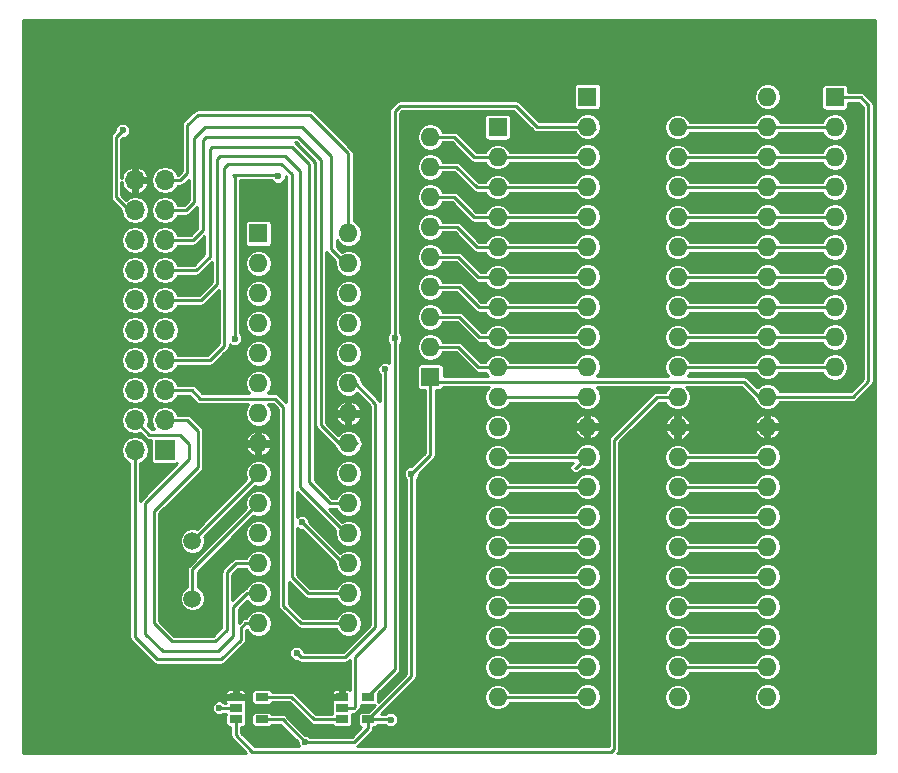
<source format=gbr>
G04 #@! TF.FileFunction,Copper,L2,Bot,Signal*
%FSLAX46Y46*%
G04 Gerber Fmt 4.6, Leading zero omitted, Abs format (unit mm)*
G04 Created by KiCad (PCBNEW 4.0.7) date 07/05/18 11:36:52*
%MOMM*%
%LPD*%
G01*
G04 APERTURE LIST*
%ADD10C,0.100000*%
%ADD11R,1.060000X0.650000*%
%ADD12R,1.600000X1.600000*%
%ADD13O,1.600000X1.600000*%
%ADD14C,1.500000*%
%ADD15R,1.700000X1.700000*%
%ADD16O,1.700000X1.700000*%
%ADD17C,0.600000*%
%ADD18C,0.250000*%
%ADD19C,0.254000*%
G04 APERTURE END LIST*
D10*
D11*
X95348880Y-153111240D03*
X95348880Y-152161240D03*
X95348880Y-151211240D03*
X97548880Y-151211240D03*
X97548880Y-153111240D03*
X104345560Y-153111240D03*
X104345560Y-152161240D03*
X104345560Y-151211240D03*
X106545560Y-151211240D03*
X106545560Y-153111240D03*
D12*
X97261680Y-111963200D03*
D13*
X104881680Y-144983200D03*
X97261680Y-114503200D03*
X104881680Y-142443200D03*
X97261680Y-117043200D03*
X104881680Y-139903200D03*
X97261680Y-119583200D03*
X104881680Y-137363200D03*
X97261680Y-122123200D03*
X104881680Y-134823200D03*
X97261680Y-124663200D03*
X104881680Y-132283200D03*
X97261680Y-127203200D03*
X104881680Y-129743200D03*
X97261680Y-129743200D03*
X104881680Y-127203200D03*
X97261680Y-132283200D03*
X104881680Y-124663200D03*
X97261680Y-134823200D03*
X104881680Y-122123200D03*
X97261680Y-137363200D03*
X104881680Y-119583200D03*
X97261680Y-139903200D03*
X104881680Y-117043200D03*
X97261680Y-142443200D03*
X104881680Y-114503200D03*
X97261680Y-144983200D03*
X104881680Y-111963200D03*
D12*
X117520720Y-102954280D03*
D13*
X132760720Y-151214280D03*
X117520720Y-105494280D03*
X132760720Y-148674280D03*
X117520720Y-108034280D03*
X132760720Y-146134280D03*
X117520720Y-110574280D03*
X132760720Y-143594280D03*
X117520720Y-113114280D03*
X132760720Y-141054280D03*
X117520720Y-115654280D03*
X132760720Y-138514280D03*
X117520720Y-118194280D03*
X132760720Y-135974280D03*
X117520720Y-120734280D03*
X132760720Y-133434280D03*
X117520720Y-123274280D03*
X132760720Y-130894280D03*
X117520720Y-125814280D03*
X132760720Y-128354280D03*
X117520720Y-128354280D03*
X132760720Y-125814280D03*
X117520720Y-130894280D03*
X132760720Y-123274280D03*
X117520720Y-133434280D03*
X132760720Y-120734280D03*
X117520720Y-135974280D03*
X132760720Y-118194280D03*
X117520720Y-138514280D03*
X132760720Y-115654280D03*
X117520720Y-141054280D03*
X132760720Y-113114280D03*
X117520720Y-143594280D03*
X132760720Y-110574280D03*
X117520720Y-146134280D03*
X132760720Y-108034280D03*
X117520720Y-148674280D03*
X132760720Y-105494280D03*
X117520720Y-151214280D03*
X132760720Y-102954280D03*
D12*
X125120400Y-100370640D03*
D13*
X140360400Y-151170640D03*
X125120400Y-102910640D03*
X140360400Y-148630640D03*
X125120400Y-105450640D03*
X140360400Y-146090640D03*
X125120400Y-107990640D03*
X140360400Y-143550640D03*
X125120400Y-110530640D03*
X140360400Y-141010640D03*
X125120400Y-113070640D03*
X140360400Y-138470640D03*
X125120400Y-115610640D03*
X140360400Y-135930640D03*
X125120400Y-118150640D03*
X140360400Y-133390640D03*
X125120400Y-120690640D03*
X140360400Y-130850640D03*
X125120400Y-123230640D03*
X140360400Y-128310640D03*
X125120400Y-125770640D03*
X140360400Y-125770640D03*
X125120400Y-128310640D03*
X140360400Y-123230640D03*
X125120400Y-130850640D03*
X140360400Y-120690640D03*
X125120400Y-133390640D03*
X140360400Y-118150640D03*
X125120400Y-135930640D03*
X140360400Y-115610640D03*
X125120400Y-138470640D03*
X140360400Y-113070640D03*
X125120400Y-141010640D03*
X140360400Y-110530640D03*
X125120400Y-143550640D03*
X140360400Y-107990640D03*
X125120400Y-146090640D03*
X140360400Y-105450640D03*
X125120400Y-148630640D03*
X140360400Y-102910640D03*
X125120400Y-151170640D03*
X140360400Y-100370640D03*
D14*
X91683840Y-137993120D03*
X91683840Y-142873120D03*
D15*
X89352120Y-130312160D03*
D16*
X86812120Y-130312160D03*
X89352120Y-127772160D03*
X86812120Y-127772160D03*
X89352120Y-125232160D03*
X86812120Y-125232160D03*
X89352120Y-122692160D03*
X86812120Y-122692160D03*
X89352120Y-120152160D03*
X86812120Y-120152160D03*
X89352120Y-117612160D03*
X86812120Y-117612160D03*
X89352120Y-115072160D03*
X86812120Y-115072160D03*
X89352120Y-112532160D03*
X86812120Y-112532160D03*
X89352120Y-109992160D03*
X86812120Y-109992160D03*
X89352120Y-107452160D03*
X86812120Y-107452160D03*
D12*
X111815880Y-124109480D03*
D13*
X111815880Y-121569480D03*
X111815880Y-119029480D03*
X111815880Y-116489480D03*
X111815880Y-113949480D03*
X111815880Y-111409480D03*
X111815880Y-108869480D03*
X111815880Y-106329480D03*
X111815880Y-103789480D03*
D12*
X146070320Y-100416360D03*
D13*
X146070320Y-102956360D03*
X146070320Y-105496360D03*
X146070320Y-108036360D03*
X146070320Y-110576360D03*
X146070320Y-113116360D03*
X146070320Y-115656360D03*
X146070320Y-118196360D03*
X146070320Y-120736360D03*
X146070320Y-123276360D03*
D17*
X102146100Y-151180800D03*
X93573600Y-151142700D03*
X85775800Y-133720840D03*
X85803740Y-131876800D03*
X100507800Y-147485100D03*
X93954600Y-152133300D03*
X107988100Y-123438920D03*
X100947220Y-136431020D03*
X98935540Y-107121960D03*
X95247460Y-120868440D03*
X108813600Y-120853200D03*
X108470700Y-153123900D03*
X110223300Y-132295900D03*
X101231700Y-155028900D03*
X85775800Y-103238300D03*
D18*
X102176540Y-151211240D02*
X104345560Y-151211240D01*
X102146100Y-151180800D02*
X102176540Y-151211240D01*
X93642140Y-151211240D02*
X95348880Y-151211240D01*
X93573600Y-151142700D02*
X93642140Y-151211240D01*
X85775800Y-131904740D02*
X85775800Y-133720840D01*
X85803740Y-131876800D02*
X85775800Y-131904740D01*
X104345560Y-151211240D02*
X104345560Y-149867440D01*
X102783640Y-148305520D02*
X99075240Y-148305520D01*
X104345560Y-149867440D02*
X102783640Y-148305520D01*
X95348880Y-151211240D02*
X95348880Y-149517280D01*
X96560640Y-148305520D02*
X99075240Y-148305520D01*
X95348880Y-149517280D02*
X96560640Y-148305520D01*
X97261680Y-132283200D02*
X97261680Y-132415280D01*
X97261680Y-132415280D02*
X91683840Y-137993120D01*
X91683840Y-142873120D02*
X91683840Y-140401040D01*
X91683840Y-140401040D02*
X97261680Y-134823200D01*
X104881680Y-137363200D02*
X104711500Y-137363200D01*
X104711500Y-137363200D02*
X100774500Y-133426200D01*
X100774500Y-133426200D02*
X100774500Y-106641900D01*
X100774500Y-106641900D02*
X99555300Y-105422700D01*
X99555300Y-105422700D02*
X93992700Y-105422700D01*
X93992700Y-105422700D02*
X93764100Y-105651300D01*
X93764100Y-105651300D02*
X93764100Y-116243100D01*
X93764100Y-116243100D02*
X92395040Y-117612160D01*
X92395040Y-117612160D02*
X89352120Y-117612160D01*
X104881680Y-134823200D02*
X103352600Y-134823200D01*
X92001340Y-115072160D02*
X89352120Y-115072160D01*
X93154500Y-113919000D02*
X92001340Y-115072160D01*
X93154500Y-104775000D02*
X93154500Y-113919000D01*
X93306900Y-104622600D02*
X93154500Y-104775000D01*
X100088700Y-104622600D02*
X93306900Y-104622600D01*
X101574600Y-106108500D02*
X100088700Y-104622600D01*
X101574600Y-133045200D02*
X101574600Y-106108500D01*
X103352600Y-134823200D02*
X101574600Y-133045200D01*
X132760720Y-125814280D02*
X131010200Y-125814280D01*
X95348880Y-154441980D02*
X95348880Y-153111240D01*
X96756220Y-155849320D02*
X95348880Y-154441980D01*
X127127000Y-155849320D02*
X96756220Y-155849320D01*
X127378460Y-155597860D02*
X127127000Y-155849320D01*
X127378460Y-129446020D02*
X127378460Y-155597860D01*
X131010200Y-125814280D02*
X127378460Y-129446020D01*
X104881680Y-124663200D02*
X105460800Y-124663200D01*
X105460800Y-124663200D02*
X107175300Y-126377700D01*
X107175300Y-126377700D02*
X107175300Y-145275300D01*
X107175300Y-145275300D02*
X104595082Y-147855518D01*
X104595082Y-147855518D02*
X100878218Y-147855518D01*
X100878218Y-147855518D02*
X100507800Y-147485100D01*
X93954600Y-152133300D02*
X93982540Y-152161240D01*
X93982540Y-152161240D02*
X95348880Y-152161240D01*
X97548880Y-151211240D02*
X100042940Y-151211240D01*
X101942940Y-153111240D02*
X104345560Y-153111240D01*
X100042940Y-151211240D02*
X101942940Y-153111240D01*
X104345560Y-152161240D02*
X105333800Y-152161240D01*
X108016040Y-123466860D02*
X107988100Y-123438920D01*
X108016040Y-145315940D02*
X108016040Y-123466860D01*
X105473500Y-147858480D02*
X108016040Y-145315940D01*
X105473500Y-152021540D02*
X105473500Y-147858480D01*
X105333800Y-152161240D02*
X105473500Y-152021540D01*
X111815880Y-103789480D02*
X113847880Y-103789480D01*
X115552680Y-105494280D02*
X117520720Y-105494280D01*
X113847880Y-103789480D02*
X115552680Y-105494280D01*
X117520720Y-105494280D02*
X125076760Y-105494280D01*
X125076760Y-105494280D02*
X125120400Y-105450640D01*
X125095000Y-105661000D02*
X125120400Y-105635600D01*
X132760720Y-148674280D02*
X140316760Y-148674280D01*
X140316760Y-148674280D02*
X140360400Y-148630640D01*
X111815880Y-106329480D02*
X114040920Y-106329480D01*
X115745720Y-108034280D02*
X117520720Y-108034280D01*
X114040920Y-106329480D02*
X115745720Y-108034280D01*
X117520720Y-108034280D02*
X125076760Y-108034280D01*
X125076760Y-108034280D02*
X125120400Y-107990640D01*
X125095000Y-108201000D02*
X125120400Y-108175600D01*
X132760720Y-146134280D02*
X140316760Y-146134280D01*
X140316760Y-146134280D02*
X140360400Y-146090640D01*
X111815880Y-108869480D02*
X113814860Y-108869480D01*
X115519660Y-110574280D02*
X117520720Y-110574280D01*
X113814860Y-108869480D02*
X115519660Y-110574280D01*
X117520720Y-110574280D02*
X125076760Y-110574280D01*
X125076760Y-110574280D02*
X125120400Y-110530640D01*
X132760720Y-143594280D02*
X140316760Y-143594280D01*
X140316760Y-143594280D02*
X140360400Y-143550640D01*
X111815880Y-111409480D02*
X114091720Y-111409480D01*
X115796520Y-113114280D02*
X117520720Y-113114280D01*
X114091720Y-111409480D02*
X115796520Y-113114280D01*
X117520720Y-113114280D02*
X125076760Y-113114280D01*
X125076760Y-113114280D02*
X125120400Y-113070640D01*
X132760720Y-141054280D02*
X140316760Y-141054280D01*
X140316760Y-141054280D02*
X140360400Y-141010640D01*
X111815880Y-113949480D02*
X114200940Y-113949480D01*
X115905740Y-115654280D02*
X117520720Y-115654280D01*
X114200940Y-113949480D02*
X115905740Y-115654280D01*
X117520720Y-115654280D02*
X125076760Y-115654280D01*
X125076760Y-115654280D02*
X125120400Y-115610640D01*
X132760720Y-138514280D02*
X140316760Y-138514280D01*
X140316760Y-138514280D02*
X140360400Y-138470640D01*
X111815880Y-116489480D02*
X114226340Y-116489480D01*
X115931140Y-118194280D02*
X117520720Y-118194280D01*
X114226340Y-116489480D02*
X115931140Y-118194280D01*
X117520720Y-118194280D02*
X125076760Y-118194280D01*
X125076760Y-118194280D02*
X125120400Y-118150640D01*
X132760720Y-135974280D02*
X140316760Y-135974280D01*
X140316760Y-135974280D02*
X140360400Y-135930640D01*
X111815880Y-119029480D02*
X114279680Y-119029480D01*
X115984480Y-120734280D02*
X117520720Y-120734280D01*
X114279680Y-119029480D02*
X115984480Y-120734280D01*
X117520720Y-120734280D02*
X125076760Y-120734280D01*
X125076760Y-120734280D02*
X125120400Y-120690640D01*
X132760720Y-133434280D02*
X140316760Y-133434280D01*
X140316760Y-133434280D02*
X140360400Y-133390640D01*
X111815880Y-121569480D02*
X114193320Y-121569480D01*
X115898120Y-123274280D02*
X117520720Y-123274280D01*
X114193320Y-121569480D02*
X115898120Y-123274280D01*
X117520720Y-123274280D02*
X125076760Y-123274280D01*
X125076760Y-123274280D02*
X125120400Y-123230640D01*
X132760720Y-130894280D02*
X140316760Y-130894280D01*
X140316760Y-130894280D02*
X140360400Y-130850640D01*
X117520720Y-125814280D02*
X125076760Y-125814280D01*
X125076760Y-125814280D02*
X125120400Y-125770640D01*
X117520720Y-130894280D02*
X125076760Y-130894280D01*
X125076760Y-130894280D02*
X124190760Y-131780280D01*
X124190760Y-131780280D02*
X124045980Y-131780280D01*
X146070320Y-123276360D02*
X140406120Y-123276360D01*
X140406120Y-123276360D02*
X140360400Y-123230640D01*
X132760720Y-123274280D02*
X140316760Y-123274280D01*
X140316760Y-123274280D02*
X140360400Y-123230640D01*
X117520720Y-133434280D02*
X125076760Y-133434280D01*
X125076760Y-133434280D02*
X125120400Y-133390640D01*
X146070320Y-120736360D02*
X140406120Y-120736360D01*
X140406120Y-120736360D02*
X140360400Y-120690640D01*
X132760720Y-120734280D02*
X140316760Y-120734280D01*
X140316760Y-120734280D02*
X140360400Y-120690640D01*
X117520720Y-135974280D02*
X125076760Y-135974280D01*
X125076760Y-135974280D02*
X125120400Y-135930640D01*
X146070320Y-118196360D02*
X140406120Y-118196360D01*
X140406120Y-118196360D02*
X140360400Y-118150640D01*
X132760720Y-118194280D02*
X140316760Y-118194280D01*
X140316760Y-118194280D02*
X140360400Y-118150640D01*
X117520720Y-138514280D02*
X125076760Y-138514280D01*
X125076760Y-138514280D02*
X125120400Y-138470640D01*
X146070320Y-115656360D02*
X140406120Y-115656360D01*
X140406120Y-115656360D02*
X140360400Y-115610640D01*
X132760720Y-115654280D02*
X140316760Y-115654280D01*
X140316760Y-115654280D02*
X140360400Y-115610640D01*
X117520720Y-141054280D02*
X125076760Y-141054280D01*
X125076760Y-141054280D02*
X125120400Y-141010640D01*
X146070320Y-113116360D02*
X140406120Y-113116360D01*
X140406120Y-113116360D02*
X140360400Y-113070640D01*
X132760720Y-113114280D02*
X140316760Y-113114280D01*
X140316760Y-113114280D02*
X140360400Y-113070640D01*
X117520720Y-143594280D02*
X125076760Y-143594280D01*
X125076760Y-143594280D02*
X125120400Y-143550640D01*
X146070320Y-110576360D02*
X140406120Y-110576360D01*
X140406120Y-110576360D02*
X140360400Y-110530640D01*
X132760720Y-110574280D02*
X140316760Y-110574280D01*
X140316760Y-110574280D02*
X140360400Y-110530640D01*
X117520720Y-146134280D02*
X125076760Y-146134280D01*
X125076760Y-146134280D02*
X125120400Y-146090640D01*
X146070320Y-108036360D02*
X140406120Y-108036360D01*
X140406120Y-108036360D02*
X140360400Y-107990640D01*
X132760720Y-108034280D02*
X140316760Y-108034280D01*
X140316760Y-108034280D02*
X140360400Y-107990640D01*
X117520720Y-148674280D02*
X125076760Y-148674280D01*
X125076760Y-148674280D02*
X125120400Y-148630640D01*
X146070320Y-105496360D02*
X140406120Y-105496360D01*
X140406120Y-105496360D02*
X140360400Y-105450640D01*
X132760720Y-105494280D02*
X140316760Y-105494280D01*
X140316760Y-105494280D02*
X140360400Y-105450640D01*
X117520720Y-151214280D02*
X125076760Y-151214280D01*
X125076760Y-151214280D02*
X125120400Y-151170640D01*
X146070320Y-102956360D02*
X140406120Y-102956360D01*
X140406120Y-102956360D02*
X140360400Y-102910640D01*
X132760720Y-102954280D02*
X140316760Y-102954280D01*
X140316760Y-102954280D02*
X140360400Y-102910640D01*
X104881680Y-139903200D02*
X104419400Y-139903200D01*
X104419400Y-139903200D02*
X100947220Y-136431020D01*
X98935540Y-107121960D02*
X98823780Y-107010200D01*
X98823780Y-107010200D02*
X95079820Y-107010200D01*
X95079820Y-107010200D02*
X95247460Y-107177840D01*
X95247460Y-107177840D02*
X95247460Y-120868440D01*
X97261680Y-144983200D02*
X96166940Y-144983200D01*
X86812120Y-146128740D02*
X86812120Y-130312160D01*
X88681560Y-147998180D02*
X86812120Y-146128740D01*
X94129860Y-147998180D02*
X88681560Y-147998180D01*
X95778320Y-146349720D02*
X94129860Y-147998180D01*
X95778320Y-145371820D02*
X95778320Y-146349720D01*
X96166940Y-144983200D02*
X95778320Y-145371820D01*
X104881680Y-144983200D02*
X100865940Y-144983200D01*
X91620340Y-125232160D02*
X89352120Y-125232160D01*
X92341700Y-125953520D02*
X91620340Y-125232160D01*
X98712020Y-125953520D02*
X92341700Y-125953520D01*
X99382580Y-126624080D02*
X98712020Y-125953520D01*
X99382580Y-143499840D02*
X99382580Y-126624080D01*
X100865940Y-144983200D02*
X99382580Y-143499840D01*
X104881680Y-142443200D02*
X101485700Y-142443200D01*
X93144340Y-122692160D02*
X89352120Y-122692160D01*
X94373700Y-121462800D02*
X93144340Y-122692160D01*
X94373700Y-106413300D02*
X94373700Y-121462800D01*
X94716600Y-106070400D02*
X94373700Y-106413300D01*
X99212400Y-106070400D02*
X94716600Y-106070400D01*
X100088700Y-106946700D02*
X99212400Y-106070400D01*
X100088700Y-141046200D02*
X100088700Y-106946700D01*
X101485700Y-142443200D02*
X100088700Y-141046200D01*
X104881680Y-129743200D02*
X104101900Y-129743200D01*
X104101900Y-129743200D02*
X102565200Y-128206500D01*
X91721940Y-112532160D02*
X89352120Y-112532160D01*
X92544900Y-111709200D02*
X91721940Y-112532160D01*
X92544900Y-104051100D02*
X92544900Y-111709200D01*
X92811600Y-103784400D02*
X92544900Y-104051100D01*
X100622100Y-103784400D02*
X92811600Y-103784400D01*
X102565200Y-105727500D02*
X100622100Y-103784400D01*
X102565200Y-128206500D02*
X102565200Y-105727500D01*
X104881680Y-129743200D02*
X105638600Y-129743200D01*
X104881680Y-114503200D02*
X104635300Y-114503200D01*
X104635300Y-114503200D02*
X103441500Y-113309400D01*
X91137740Y-109992160D02*
X89352120Y-109992160D01*
X91821000Y-109308900D02*
X91137740Y-109992160D01*
X91821000Y-103898700D02*
X91821000Y-109308900D01*
X92773500Y-102946200D02*
X91821000Y-103898700D01*
X100965000Y-102946200D02*
X92773500Y-102946200D01*
X103441500Y-105422700D02*
X100965000Y-102946200D01*
X103441500Y-113309400D02*
X103441500Y-105422700D01*
X104881680Y-114503200D02*
X105257600Y-114503200D01*
X104881680Y-111963200D02*
X104881680Y-105186480D01*
X90667840Y-107452160D02*
X89352120Y-107452160D01*
X91249500Y-106870500D02*
X90667840Y-107452160D01*
X91249500Y-102793800D02*
X91249500Y-106870500D01*
X92125800Y-101917500D02*
X91249500Y-102793800D01*
X101612700Y-101917500D02*
X92125800Y-101917500D01*
X104881680Y-105186480D02*
X101612700Y-101917500D01*
X97261680Y-139903200D02*
X95351600Y-139903200D01*
X91226640Y-127772160D02*
X89352120Y-127772160D01*
X92146120Y-128691640D02*
X91226640Y-127772160D01*
X92146120Y-131709160D02*
X92146120Y-128691640D01*
X88430100Y-135425180D02*
X92146120Y-131709160D01*
X88430100Y-144952720D02*
X88430100Y-135425180D01*
X89966800Y-146489420D02*
X88430100Y-144952720D01*
X93626940Y-146489420D02*
X89966800Y-146489420D01*
X94604840Y-145511520D02*
X93626940Y-146489420D01*
X94604840Y-140649960D02*
X94604840Y-145511520D01*
X95351600Y-139903200D02*
X94604840Y-140649960D01*
X97261680Y-142443200D02*
X96276160Y-142443200D01*
X88038940Y-128998980D02*
X86812120Y-127772160D01*
X90637360Y-128998980D02*
X88038940Y-128998980D01*
X91391740Y-129753360D02*
X90637360Y-128998980D01*
X91391740Y-131094480D02*
X91391740Y-129753360D01*
X87703660Y-134782560D02*
X91391740Y-131094480D01*
X87703660Y-145846800D02*
X87703660Y-134782560D01*
X89156540Y-147299680D02*
X87703660Y-145846800D01*
X93850460Y-147299680D02*
X89156540Y-147299680D01*
X95135700Y-146014440D02*
X93850460Y-147299680D01*
X95135700Y-143583660D02*
X95135700Y-146014440D01*
X96276160Y-142443200D02*
X95135700Y-143583660D01*
X125120400Y-102910640D02*
X120820180Y-102910640D01*
X108813600Y-148856700D02*
X108813600Y-120853200D01*
X108813600Y-148856700D02*
X106545560Y-151124740D01*
X108813600Y-101574600D02*
X108813600Y-120853200D01*
X109245400Y-101142800D02*
X108813600Y-101574600D01*
X119052340Y-101142800D02*
X109245400Y-101142800D01*
X120820180Y-102910640D02*
X119052340Y-101142800D01*
X106545560Y-151211240D02*
X106545560Y-151124740D01*
X125765560Y-103121000D02*
X125740160Y-103095600D01*
X108458040Y-153111240D02*
X106545560Y-153111240D01*
X108470700Y-153123900D02*
X108458040Y-153111240D01*
X110223300Y-132295900D02*
X110223300Y-149433500D01*
X110223300Y-149433500D02*
X106545560Y-153111240D01*
X111815880Y-124109480D02*
X111815880Y-130703320D01*
X111815880Y-130703320D02*
X110223300Y-132295900D01*
X140360400Y-125770640D02*
X139628880Y-125770640D01*
X139628880Y-125770640D02*
X138358880Y-124500640D01*
X138358880Y-124500640D02*
X112207040Y-124500640D01*
X112207040Y-124500640D02*
X111815880Y-124109480D01*
X146070320Y-100416360D02*
X148249640Y-100416360D01*
X147594320Y-125770640D02*
X140360400Y-125770640D01*
X148920200Y-124444760D02*
X147594320Y-125770640D01*
X148920200Y-101086920D02*
X148920200Y-124444760D01*
X148249640Y-100416360D02*
X148920200Y-101086920D01*
X101231700Y-155028900D02*
X105384600Y-155028900D01*
X106545560Y-153867940D02*
X106545560Y-153111240D01*
X105384600Y-155028900D02*
X106545560Y-153867940D01*
X97548880Y-153111240D02*
X99314040Y-153111240D01*
X99314040Y-153111240D02*
X101231700Y-155028900D01*
X85217000Y-108910120D02*
X86299040Y-109992160D01*
X85217000Y-103797100D02*
X85217000Y-108910120D01*
X85775800Y-103238300D02*
X85217000Y-103797100D01*
X86299040Y-109992160D02*
X86812120Y-109992160D01*
D19*
G36*
X149466300Y-155956000D02*
X127670858Y-155956000D01*
X127703729Y-155923129D01*
X127803445Y-155773895D01*
X127838460Y-155597860D01*
X127838460Y-151214280D01*
X131603484Y-151214280D01*
X131689881Y-151648626D01*
X131935918Y-152016846D01*
X132304138Y-152262883D01*
X132738484Y-152349280D01*
X132782956Y-152349280D01*
X133217302Y-152262883D01*
X133585522Y-152016846D01*
X133831559Y-151648626D01*
X133917956Y-151214280D01*
X133909276Y-151170640D01*
X139203164Y-151170640D01*
X139289561Y-151604986D01*
X139535598Y-151973206D01*
X139903818Y-152219243D01*
X140338164Y-152305640D01*
X140382636Y-152305640D01*
X140816982Y-152219243D01*
X141185202Y-151973206D01*
X141431239Y-151604986D01*
X141517636Y-151170640D01*
X141431239Y-150736294D01*
X141185202Y-150368074D01*
X140816982Y-150122037D01*
X140382636Y-150035640D01*
X140338164Y-150035640D01*
X139903818Y-150122037D01*
X139535598Y-150368074D01*
X139289561Y-150736294D01*
X139203164Y-151170640D01*
X133909276Y-151170640D01*
X133831559Y-150779934D01*
X133585522Y-150411714D01*
X133217302Y-150165677D01*
X132782956Y-150079280D01*
X132738484Y-150079280D01*
X132304138Y-150165677D01*
X131935918Y-150411714D01*
X131689881Y-150779934D01*
X131603484Y-151214280D01*
X127838460Y-151214280D01*
X127838460Y-148674280D01*
X131603484Y-148674280D01*
X131689881Y-149108626D01*
X131935918Y-149476846D01*
X132304138Y-149722883D01*
X132738484Y-149809280D01*
X132782956Y-149809280D01*
X133217302Y-149722883D01*
X133585522Y-149476846D01*
X133814418Y-149134280D01*
X139335862Y-149134280D01*
X139535598Y-149433206D01*
X139903818Y-149679243D01*
X140338164Y-149765640D01*
X140382636Y-149765640D01*
X140816982Y-149679243D01*
X141185202Y-149433206D01*
X141431239Y-149064986D01*
X141517636Y-148630640D01*
X141431239Y-148196294D01*
X141185202Y-147828074D01*
X140816982Y-147582037D01*
X140382636Y-147495640D01*
X140338164Y-147495640D01*
X139903818Y-147582037D01*
X139535598Y-147828074D01*
X139289561Y-148196294D01*
X139285983Y-148214280D01*
X133814418Y-148214280D01*
X133585522Y-147871714D01*
X133217302Y-147625677D01*
X132782956Y-147539280D01*
X132738484Y-147539280D01*
X132304138Y-147625677D01*
X131935918Y-147871714D01*
X131689881Y-148239934D01*
X131603484Y-148674280D01*
X127838460Y-148674280D01*
X127838460Y-146134280D01*
X131603484Y-146134280D01*
X131689881Y-146568626D01*
X131935918Y-146936846D01*
X132304138Y-147182883D01*
X132738484Y-147269280D01*
X132782956Y-147269280D01*
X133217302Y-147182883D01*
X133585522Y-146936846D01*
X133814418Y-146594280D01*
X139335862Y-146594280D01*
X139535598Y-146893206D01*
X139903818Y-147139243D01*
X140338164Y-147225640D01*
X140382636Y-147225640D01*
X140816982Y-147139243D01*
X141185202Y-146893206D01*
X141431239Y-146524986D01*
X141517636Y-146090640D01*
X141431239Y-145656294D01*
X141185202Y-145288074D01*
X140816982Y-145042037D01*
X140382636Y-144955640D01*
X140338164Y-144955640D01*
X139903818Y-145042037D01*
X139535598Y-145288074D01*
X139289561Y-145656294D01*
X139285983Y-145674280D01*
X133814418Y-145674280D01*
X133585522Y-145331714D01*
X133217302Y-145085677D01*
X132782956Y-144999280D01*
X132738484Y-144999280D01*
X132304138Y-145085677D01*
X131935918Y-145331714D01*
X131689881Y-145699934D01*
X131603484Y-146134280D01*
X127838460Y-146134280D01*
X127838460Y-143594280D01*
X131603484Y-143594280D01*
X131689881Y-144028626D01*
X131935918Y-144396846D01*
X132304138Y-144642883D01*
X132738484Y-144729280D01*
X132782956Y-144729280D01*
X133217302Y-144642883D01*
X133585522Y-144396846D01*
X133814418Y-144054280D01*
X139335862Y-144054280D01*
X139535598Y-144353206D01*
X139903818Y-144599243D01*
X140338164Y-144685640D01*
X140382636Y-144685640D01*
X140816982Y-144599243D01*
X141185202Y-144353206D01*
X141431239Y-143984986D01*
X141517636Y-143550640D01*
X141431239Y-143116294D01*
X141185202Y-142748074D01*
X140816982Y-142502037D01*
X140382636Y-142415640D01*
X140338164Y-142415640D01*
X139903818Y-142502037D01*
X139535598Y-142748074D01*
X139289561Y-143116294D01*
X139285983Y-143134280D01*
X133814418Y-143134280D01*
X133585522Y-142791714D01*
X133217302Y-142545677D01*
X132782956Y-142459280D01*
X132738484Y-142459280D01*
X132304138Y-142545677D01*
X131935918Y-142791714D01*
X131689881Y-143159934D01*
X131603484Y-143594280D01*
X127838460Y-143594280D01*
X127838460Y-141054280D01*
X131603484Y-141054280D01*
X131689881Y-141488626D01*
X131935918Y-141856846D01*
X132304138Y-142102883D01*
X132738484Y-142189280D01*
X132782956Y-142189280D01*
X133217302Y-142102883D01*
X133585522Y-141856846D01*
X133814418Y-141514280D01*
X139335862Y-141514280D01*
X139535598Y-141813206D01*
X139903818Y-142059243D01*
X140338164Y-142145640D01*
X140382636Y-142145640D01*
X140816982Y-142059243D01*
X141185202Y-141813206D01*
X141431239Y-141444986D01*
X141517636Y-141010640D01*
X141431239Y-140576294D01*
X141185202Y-140208074D01*
X140816982Y-139962037D01*
X140382636Y-139875640D01*
X140338164Y-139875640D01*
X139903818Y-139962037D01*
X139535598Y-140208074D01*
X139289561Y-140576294D01*
X139285983Y-140594280D01*
X133814418Y-140594280D01*
X133585522Y-140251714D01*
X133217302Y-140005677D01*
X132782956Y-139919280D01*
X132738484Y-139919280D01*
X132304138Y-140005677D01*
X131935918Y-140251714D01*
X131689881Y-140619934D01*
X131603484Y-141054280D01*
X127838460Y-141054280D01*
X127838460Y-138514280D01*
X131603484Y-138514280D01*
X131689881Y-138948626D01*
X131935918Y-139316846D01*
X132304138Y-139562883D01*
X132738484Y-139649280D01*
X132782956Y-139649280D01*
X133217302Y-139562883D01*
X133585522Y-139316846D01*
X133814418Y-138974280D01*
X139335862Y-138974280D01*
X139535598Y-139273206D01*
X139903818Y-139519243D01*
X140338164Y-139605640D01*
X140382636Y-139605640D01*
X140816982Y-139519243D01*
X141185202Y-139273206D01*
X141431239Y-138904986D01*
X141517636Y-138470640D01*
X141431239Y-138036294D01*
X141185202Y-137668074D01*
X140816982Y-137422037D01*
X140382636Y-137335640D01*
X140338164Y-137335640D01*
X139903818Y-137422037D01*
X139535598Y-137668074D01*
X139289561Y-138036294D01*
X139285983Y-138054280D01*
X133814418Y-138054280D01*
X133585522Y-137711714D01*
X133217302Y-137465677D01*
X132782956Y-137379280D01*
X132738484Y-137379280D01*
X132304138Y-137465677D01*
X131935918Y-137711714D01*
X131689881Y-138079934D01*
X131603484Y-138514280D01*
X127838460Y-138514280D01*
X127838460Y-135974280D01*
X131603484Y-135974280D01*
X131689881Y-136408626D01*
X131935918Y-136776846D01*
X132304138Y-137022883D01*
X132738484Y-137109280D01*
X132782956Y-137109280D01*
X133217302Y-137022883D01*
X133585522Y-136776846D01*
X133814418Y-136434280D01*
X139335862Y-136434280D01*
X139535598Y-136733206D01*
X139903818Y-136979243D01*
X140338164Y-137065640D01*
X140382636Y-137065640D01*
X140816982Y-136979243D01*
X141185202Y-136733206D01*
X141431239Y-136364986D01*
X141517636Y-135930640D01*
X141431239Y-135496294D01*
X141185202Y-135128074D01*
X140816982Y-134882037D01*
X140382636Y-134795640D01*
X140338164Y-134795640D01*
X139903818Y-134882037D01*
X139535598Y-135128074D01*
X139289561Y-135496294D01*
X139285983Y-135514280D01*
X133814418Y-135514280D01*
X133585522Y-135171714D01*
X133217302Y-134925677D01*
X132782956Y-134839280D01*
X132738484Y-134839280D01*
X132304138Y-134925677D01*
X131935918Y-135171714D01*
X131689881Y-135539934D01*
X131603484Y-135974280D01*
X127838460Y-135974280D01*
X127838460Y-133434280D01*
X131603484Y-133434280D01*
X131689881Y-133868626D01*
X131935918Y-134236846D01*
X132304138Y-134482883D01*
X132738484Y-134569280D01*
X132782956Y-134569280D01*
X133217302Y-134482883D01*
X133585522Y-134236846D01*
X133814418Y-133894280D01*
X139335862Y-133894280D01*
X139535598Y-134193206D01*
X139903818Y-134439243D01*
X140338164Y-134525640D01*
X140382636Y-134525640D01*
X140816982Y-134439243D01*
X141185202Y-134193206D01*
X141431239Y-133824986D01*
X141517636Y-133390640D01*
X141431239Y-132956294D01*
X141185202Y-132588074D01*
X140816982Y-132342037D01*
X140382636Y-132255640D01*
X140338164Y-132255640D01*
X139903818Y-132342037D01*
X139535598Y-132588074D01*
X139289561Y-132956294D01*
X139285983Y-132974280D01*
X133814418Y-132974280D01*
X133585522Y-132631714D01*
X133217302Y-132385677D01*
X132782956Y-132299280D01*
X132738484Y-132299280D01*
X132304138Y-132385677D01*
X131935918Y-132631714D01*
X131689881Y-132999934D01*
X131603484Y-133434280D01*
X127838460Y-133434280D01*
X127838460Y-130894280D01*
X131603484Y-130894280D01*
X131689881Y-131328626D01*
X131935918Y-131696846D01*
X132304138Y-131942883D01*
X132738484Y-132029280D01*
X132782956Y-132029280D01*
X133217302Y-131942883D01*
X133585522Y-131696846D01*
X133814418Y-131354280D01*
X139335862Y-131354280D01*
X139535598Y-131653206D01*
X139903818Y-131899243D01*
X140338164Y-131985640D01*
X140382636Y-131985640D01*
X140816982Y-131899243D01*
X141185202Y-131653206D01*
X141431239Y-131284986D01*
X141517636Y-130850640D01*
X141431239Y-130416294D01*
X141185202Y-130048074D01*
X140816982Y-129802037D01*
X140382636Y-129715640D01*
X140338164Y-129715640D01*
X139903818Y-129802037D01*
X139535598Y-130048074D01*
X139289561Y-130416294D01*
X139285983Y-130434280D01*
X133814418Y-130434280D01*
X133585522Y-130091714D01*
X133217302Y-129845677D01*
X132782956Y-129759280D01*
X132738484Y-129759280D01*
X132304138Y-129845677D01*
X131935918Y-130091714D01*
X131689881Y-130459934D01*
X131603484Y-130894280D01*
X127838460Y-130894280D01*
X127838460Y-129636558D01*
X128770536Y-128704482D01*
X131681098Y-128704482D01*
X131749669Y-128870068D01*
X132024014Y-129217719D01*
X132410516Y-129433919D01*
X132583720Y-129391661D01*
X132583720Y-128531280D01*
X132937720Y-128531280D01*
X132937720Y-129391661D01*
X133110924Y-129433919D01*
X133497426Y-129217719D01*
X133771771Y-128870068D01*
X133840342Y-128704482D01*
X133829412Y-128660842D01*
X139280778Y-128660842D01*
X139349349Y-128826428D01*
X139623694Y-129174079D01*
X140010196Y-129390279D01*
X140183400Y-129348021D01*
X140183400Y-128487640D01*
X140537400Y-128487640D01*
X140537400Y-129348021D01*
X140710604Y-129390279D01*
X141097106Y-129174079D01*
X141371451Y-128826428D01*
X141440022Y-128660842D01*
X141396642Y-128487640D01*
X140537400Y-128487640D01*
X140183400Y-128487640D01*
X139324158Y-128487640D01*
X139280778Y-128660842D01*
X133829412Y-128660842D01*
X133796962Y-128531280D01*
X132937720Y-128531280D01*
X132583720Y-128531280D01*
X131724478Y-128531280D01*
X131681098Y-128704482D01*
X128770536Y-128704482D01*
X129470940Y-128004078D01*
X131681098Y-128004078D01*
X131724478Y-128177280D01*
X132583720Y-128177280D01*
X132583720Y-127316899D01*
X132937720Y-127316899D01*
X132937720Y-128177280D01*
X133796962Y-128177280D01*
X133840342Y-128004078D01*
X133822271Y-127960438D01*
X139280778Y-127960438D01*
X139324158Y-128133640D01*
X140183400Y-128133640D01*
X140183400Y-127273259D01*
X140537400Y-127273259D01*
X140537400Y-128133640D01*
X141396642Y-128133640D01*
X141440022Y-127960438D01*
X141371451Y-127794852D01*
X141097106Y-127447201D01*
X140710604Y-127231001D01*
X140537400Y-127273259D01*
X140183400Y-127273259D01*
X140010196Y-127231001D01*
X139623694Y-127447201D01*
X139349349Y-127794852D01*
X139280778Y-127960438D01*
X133822271Y-127960438D01*
X133771771Y-127838492D01*
X133497426Y-127490841D01*
X133110924Y-127274641D01*
X132937720Y-127316899D01*
X132583720Y-127316899D01*
X132410516Y-127274641D01*
X132024014Y-127490841D01*
X131749669Y-127838492D01*
X131681098Y-128004078D01*
X129470940Y-128004078D01*
X131200738Y-126274280D01*
X131707022Y-126274280D01*
X131935918Y-126616846D01*
X132304138Y-126862883D01*
X132738484Y-126949280D01*
X132782956Y-126949280D01*
X133217302Y-126862883D01*
X133585522Y-126616846D01*
X133831559Y-126248626D01*
X133917956Y-125814280D01*
X133831559Y-125379934D01*
X133585522Y-125011714D01*
X133509084Y-124960640D01*
X138168342Y-124960640D01*
X139258988Y-126051286D01*
X139289561Y-126204986D01*
X139535598Y-126573206D01*
X139903818Y-126819243D01*
X140338164Y-126905640D01*
X140382636Y-126905640D01*
X140816982Y-126819243D01*
X141185202Y-126573206D01*
X141414098Y-126230640D01*
X147594320Y-126230640D01*
X147770355Y-126195625D01*
X147919589Y-126095909D01*
X149245469Y-124770029D01*
X149345184Y-124620795D01*
X149345185Y-124620794D01*
X149380200Y-124444760D01*
X149380200Y-101086920D01*
X149345185Y-100910886D01*
X149345185Y-100910885D01*
X149245469Y-100761651D01*
X148574909Y-100091091D01*
X148425675Y-99991375D01*
X148249640Y-99956360D01*
X147211883Y-99956360D01*
X147211883Y-99616360D01*
X147188524Y-99492216D01*
X147115155Y-99378198D01*
X147003207Y-99301707D01*
X146870320Y-99274797D01*
X145270320Y-99274797D01*
X145146176Y-99298156D01*
X145032158Y-99371525D01*
X144955667Y-99483473D01*
X144928757Y-99616360D01*
X144928757Y-101216360D01*
X144952116Y-101340504D01*
X145025485Y-101454522D01*
X145137433Y-101531013D01*
X145270320Y-101557923D01*
X146870320Y-101557923D01*
X146994464Y-101534564D01*
X147108482Y-101461195D01*
X147184973Y-101349247D01*
X147211883Y-101216360D01*
X147211883Y-100876360D01*
X148059102Y-100876360D01*
X148460200Y-101277458D01*
X148460200Y-124254222D01*
X147403782Y-125310640D01*
X141414098Y-125310640D01*
X141185202Y-124968074D01*
X140816982Y-124722037D01*
X140382636Y-124635640D01*
X140338164Y-124635640D01*
X139903818Y-124722037D01*
X139535598Y-124968074D01*
X139512068Y-125003290D01*
X138684149Y-124175371D01*
X138534915Y-124075655D01*
X138358880Y-124040640D01*
X133609714Y-124040640D01*
X133814418Y-123734280D01*
X139335862Y-123734280D01*
X139535598Y-124033206D01*
X139903818Y-124279243D01*
X140338164Y-124365640D01*
X140382636Y-124365640D01*
X140816982Y-124279243D01*
X141185202Y-124033206D01*
X141383548Y-123736360D01*
X145024001Y-123736360D01*
X145267754Y-124101162D01*
X145635974Y-124347199D01*
X146070320Y-124433596D01*
X146504666Y-124347199D01*
X146872886Y-124101162D01*
X147118923Y-123732942D01*
X147205320Y-123298596D01*
X147205320Y-123254124D01*
X147118923Y-122819778D01*
X146872886Y-122451558D01*
X146504666Y-122205521D01*
X146070320Y-122119124D01*
X145635974Y-122205521D01*
X145267754Y-122451558D01*
X145024001Y-122816360D01*
X141435230Y-122816360D01*
X141431239Y-122796294D01*
X141185202Y-122428074D01*
X140816982Y-122182037D01*
X140382636Y-122095640D01*
X140338164Y-122095640D01*
X139903818Y-122182037D01*
X139535598Y-122428074D01*
X139289561Y-122796294D01*
X139285983Y-122814280D01*
X133814418Y-122814280D01*
X133585522Y-122471714D01*
X133217302Y-122225677D01*
X132782956Y-122139280D01*
X132738484Y-122139280D01*
X132304138Y-122225677D01*
X131935918Y-122471714D01*
X131689881Y-122839934D01*
X131603484Y-123274280D01*
X131689881Y-123708626D01*
X131911726Y-124040640D01*
X125934076Y-124040640D01*
X125945202Y-124033206D01*
X126191239Y-123664986D01*
X126277636Y-123230640D01*
X126191239Y-122796294D01*
X125945202Y-122428074D01*
X125576982Y-122182037D01*
X125142636Y-122095640D01*
X125098164Y-122095640D01*
X124663818Y-122182037D01*
X124295598Y-122428074D01*
X124049561Y-122796294D01*
X124045983Y-122814280D01*
X118574418Y-122814280D01*
X118345522Y-122471714D01*
X117977302Y-122225677D01*
X117542956Y-122139280D01*
X117498484Y-122139280D01*
X117064138Y-122225677D01*
X116695918Y-122471714D01*
X116467022Y-122814280D01*
X116088658Y-122814280D01*
X114518589Y-121244211D01*
X114369355Y-121144495D01*
X114193320Y-121109480D01*
X112862199Y-121109480D01*
X112618446Y-120744678D01*
X112250226Y-120498641D01*
X111815880Y-120412244D01*
X111381534Y-120498641D01*
X111013314Y-120744678D01*
X110767277Y-121112898D01*
X110680880Y-121547244D01*
X110680880Y-121591716D01*
X110767277Y-122026062D01*
X111013314Y-122394282D01*
X111381534Y-122640319D01*
X111815880Y-122726716D01*
X112250226Y-122640319D01*
X112618446Y-122394282D01*
X112862199Y-122029480D01*
X114002782Y-122029480D01*
X115572851Y-123599549D01*
X115722086Y-123699265D01*
X115898120Y-123734280D01*
X116467022Y-123734280D01*
X116671726Y-124040640D01*
X112957443Y-124040640D01*
X112957443Y-123309480D01*
X112934084Y-123185336D01*
X112860715Y-123071318D01*
X112748767Y-122994827D01*
X112615880Y-122967917D01*
X111015880Y-122967917D01*
X110891736Y-122991276D01*
X110777718Y-123064645D01*
X110701227Y-123176593D01*
X110674317Y-123309480D01*
X110674317Y-124909480D01*
X110697676Y-125033624D01*
X110771045Y-125147642D01*
X110882993Y-125224133D01*
X111015880Y-125251043D01*
X111355880Y-125251043D01*
X111355880Y-130512782D01*
X110207776Y-131660886D01*
X110097545Y-131660790D01*
X109864072Y-131757260D01*
X109685287Y-131935732D01*
X109588411Y-132169037D01*
X109588190Y-132421655D01*
X109684660Y-132655128D01*
X109763300Y-132733906D01*
X109763300Y-149242962D01*
X107403691Y-151602571D01*
X107417123Y-151536240D01*
X107417123Y-150903715D01*
X109138869Y-149181969D01*
X109238585Y-149032735D01*
X109273600Y-148856700D01*
X109273600Y-121291244D01*
X109351613Y-121213368D01*
X109448489Y-120980063D01*
X109448710Y-120727445D01*
X109352240Y-120493972D01*
X109273600Y-120415194D01*
X109273600Y-119007244D01*
X110680880Y-119007244D01*
X110680880Y-119051716D01*
X110767277Y-119486062D01*
X111013314Y-119854282D01*
X111381534Y-120100319D01*
X111815880Y-120186716D01*
X112250226Y-120100319D01*
X112618446Y-119854282D01*
X112862199Y-119489480D01*
X114089142Y-119489480D01*
X115659211Y-121059549D01*
X115808446Y-121159265D01*
X115984480Y-121194280D01*
X116467022Y-121194280D01*
X116695918Y-121536846D01*
X117064138Y-121782883D01*
X117498484Y-121869280D01*
X117542956Y-121869280D01*
X117977302Y-121782883D01*
X118345522Y-121536846D01*
X118574418Y-121194280D01*
X124095862Y-121194280D01*
X124295598Y-121493206D01*
X124663818Y-121739243D01*
X125098164Y-121825640D01*
X125142636Y-121825640D01*
X125576982Y-121739243D01*
X125945202Y-121493206D01*
X126191239Y-121124986D01*
X126268955Y-120734280D01*
X131603484Y-120734280D01*
X131689881Y-121168626D01*
X131935918Y-121536846D01*
X132304138Y-121782883D01*
X132738484Y-121869280D01*
X132782956Y-121869280D01*
X133217302Y-121782883D01*
X133585522Y-121536846D01*
X133814418Y-121194280D01*
X139335862Y-121194280D01*
X139535598Y-121493206D01*
X139903818Y-121739243D01*
X140338164Y-121825640D01*
X140382636Y-121825640D01*
X140816982Y-121739243D01*
X141185202Y-121493206D01*
X141383548Y-121196360D01*
X145024001Y-121196360D01*
X145267754Y-121561162D01*
X145635974Y-121807199D01*
X146070320Y-121893596D01*
X146504666Y-121807199D01*
X146872886Y-121561162D01*
X147118923Y-121192942D01*
X147205320Y-120758596D01*
X147205320Y-120714124D01*
X147118923Y-120279778D01*
X146872886Y-119911558D01*
X146504666Y-119665521D01*
X146070320Y-119579124D01*
X145635974Y-119665521D01*
X145267754Y-119911558D01*
X145024001Y-120276360D01*
X141435230Y-120276360D01*
X141431239Y-120256294D01*
X141185202Y-119888074D01*
X140816982Y-119642037D01*
X140382636Y-119555640D01*
X140338164Y-119555640D01*
X139903818Y-119642037D01*
X139535598Y-119888074D01*
X139289561Y-120256294D01*
X139285983Y-120274280D01*
X133814418Y-120274280D01*
X133585522Y-119931714D01*
X133217302Y-119685677D01*
X132782956Y-119599280D01*
X132738484Y-119599280D01*
X132304138Y-119685677D01*
X131935918Y-119931714D01*
X131689881Y-120299934D01*
X131603484Y-120734280D01*
X126268955Y-120734280D01*
X126277636Y-120690640D01*
X126191239Y-120256294D01*
X125945202Y-119888074D01*
X125576982Y-119642037D01*
X125142636Y-119555640D01*
X125098164Y-119555640D01*
X124663818Y-119642037D01*
X124295598Y-119888074D01*
X124049561Y-120256294D01*
X124045983Y-120274280D01*
X118574418Y-120274280D01*
X118345522Y-119931714D01*
X117977302Y-119685677D01*
X117542956Y-119599280D01*
X117498484Y-119599280D01*
X117064138Y-119685677D01*
X116695918Y-119931714D01*
X116467022Y-120274280D01*
X116175018Y-120274280D01*
X114604949Y-118704211D01*
X114455715Y-118604495D01*
X114279680Y-118569480D01*
X112862199Y-118569480D01*
X112618446Y-118204678D01*
X112250226Y-117958641D01*
X111815880Y-117872244D01*
X111381534Y-117958641D01*
X111013314Y-118204678D01*
X110767277Y-118572898D01*
X110680880Y-119007244D01*
X109273600Y-119007244D01*
X109273600Y-116467244D01*
X110680880Y-116467244D01*
X110680880Y-116511716D01*
X110767277Y-116946062D01*
X111013314Y-117314282D01*
X111381534Y-117560319D01*
X111815880Y-117646716D01*
X112250226Y-117560319D01*
X112618446Y-117314282D01*
X112862199Y-116949480D01*
X114035802Y-116949480D01*
X115605871Y-118519549D01*
X115755106Y-118619265D01*
X115931140Y-118654280D01*
X116467022Y-118654280D01*
X116695918Y-118996846D01*
X117064138Y-119242883D01*
X117498484Y-119329280D01*
X117542956Y-119329280D01*
X117977302Y-119242883D01*
X118345522Y-118996846D01*
X118574418Y-118654280D01*
X124095862Y-118654280D01*
X124295598Y-118953206D01*
X124663818Y-119199243D01*
X125098164Y-119285640D01*
X125142636Y-119285640D01*
X125576982Y-119199243D01*
X125945202Y-118953206D01*
X126191239Y-118584986D01*
X126268955Y-118194280D01*
X131603484Y-118194280D01*
X131689881Y-118628626D01*
X131935918Y-118996846D01*
X132304138Y-119242883D01*
X132738484Y-119329280D01*
X132782956Y-119329280D01*
X133217302Y-119242883D01*
X133585522Y-118996846D01*
X133814418Y-118654280D01*
X139335862Y-118654280D01*
X139535598Y-118953206D01*
X139903818Y-119199243D01*
X140338164Y-119285640D01*
X140382636Y-119285640D01*
X140816982Y-119199243D01*
X141185202Y-118953206D01*
X141383548Y-118656360D01*
X145024001Y-118656360D01*
X145267754Y-119021162D01*
X145635974Y-119267199D01*
X146070320Y-119353596D01*
X146504666Y-119267199D01*
X146872886Y-119021162D01*
X147118923Y-118652942D01*
X147205320Y-118218596D01*
X147205320Y-118174124D01*
X147118923Y-117739778D01*
X146872886Y-117371558D01*
X146504666Y-117125521D01*
X146070320Y-117039124D01*
X145635974Y-117125521D01*
X145267754Y-117371558D01*
X145024001Y-117736360D01*
X141435230Y-117736360D01*
X141431239Y-117716294D01*
X141185202Y-117348074D01*
X140816982Y-117102037D01*
X140382636Y-117015640D01*
X140338164Y-117015640D01*
X139903818Y-117102037D01*
X139535598Y-117348074D01*
X139289561Y-117716294D01*
X139285983Y-117734280D01*
X133814418Y-117734280D01*
X133585522Y-117391714D01*
X133217302Y-117145677D01*
X132782956Y-117059280D01*
X132738484Y-117059280D01*
X132304138Y-117145677D01*
X131935918Y-117391714D01*
X131689881Y-117759934D01*
X131603484Y-118194280D01*
X126268955Y-118194280D01*
X126277636Y-118150640D01*
X126191239Y-117716294D01*
X125945202Y-117348074D01*
X125576982Y-117102037D01*
X125142636Y-117015640D01*
X125098164Y-117015640D01*
X124663818Y-117102037D01*
X124295598Y-117348074D01*
X124049561Y-117716294D01*
X124045983Y-117734280D01*
X118574418Y-117734280D01*
X118345522Y-117391714D01*
X117977302Y-117145677D01*
X117542956Y-117059280D01*
X117498484Y-117059280D01*
X117064138Y-117145677D01*
X116695918Y-117391714D01*
X116467022Y-117734280D01*
X116121678Y-117734280D01*
X114551609Y-116164211D01*
X114402375Y-116064495D01*
X114226340Y-116029480D01*
X112862199Y-116029480D01*
X112618446Y-115664678D01*
X112250226Y-115418641D01*
X111815880Y-115332244D01*
X111381534Y-115418641D01*
X111013314Y-115664678D01*
X110767277Y-116032898D01*
X110680880Y-116467244D01*
X109273600Y-116467244D01*
X109273600Y-113927244D01*
X110680880Y-113927244D01*
X110680880Y-113971716D01*
X110767277Y-114406062D01*
X111013314Y-114774282D01*
X111381534Y-115020319D01*
X111815880Y-115106716D01*
X112250226Y-115020319D01*
X112618446Y-114774282D01*
X112862199Y-114409480D01*
X114010402Y-114409480D01*
X115580471Y-115979549D01*
X115729706Y-116079265D01*
X115905740Y-116114280D01*
X116467022Y-116114280D01*
X116695918Y-116456846D01*
X117064138Y-116702883D01*
X117498484Y-116789280D01*
X117542956Y-116789280D01*
X117977302Y-116702883D01*
X118345522Y-116456846D01*
X118574418Y-116114280D01*
X124095862Y-116114280D01*
X124295598Y-116413206D01*
X124663818Y-116659243D01*
X125098164Y-116745640D01*
X125142636Y-116745640D01*
X125576982Y-116659243D01*
X125945202Y-116413206D01*
X126191239Y-116044986D01*
X126268955Y-115654280D01*
X131603484Y-115654280D01*
X131689881Y-116088626D01*
X131935918Y-116456846D01*
X132304138Y-116702883D01*
X132738484Y-116789280D01*
X132782956Y-116789280D01*
X133217302Y-116702883D01*
X133585522Y-116456846D01*
X133814418Y-116114280D01*
X139335862Y-116114280D01*
X139535598Y-116413206D01*
X139903818Y-116659243D01*
X140338164Y-116745640D01*
X140382636Y-116745640D01*
X140816982Y-116659243D01*
X141185202Y-116413206D01*
X141383548Y-116116360D01*
X145024001Y-116116360D01*
X145267754Y-116481162D01*
X145635974Y-116727199D01*
X146070320Y-116813596D01*
X146504666Y-116727199D01*
X146872886Y-116481162D01*
X147118923Y-116112942D01*
X147205320Y-115678596D01*
X147205320Y-115634124D01*
X147118923Y-115199778D01*
X146872886Y-114831558D01*
X146504666Y-114585521D01*
X146070320Y-114499124D01*
X145635974Y-114585521D01*
X145267754Y-114831558D01*
X145024001Y-115196360D01*
X141435230Y-115196360D01*
X141431239Y-115176294D01*
X141185202Y-114808074D01*
X140816982Y-114562037D01*
X140382636Y-114475640D01*
X140338164Y-114475640D01*
X139903818Y-114562037D01*
X139535598Y-114808074D01*
X139289561Y-115176294D01*
X139285983Y-115194280D01*
X133814418Y-115194280D01*
X133585522Y-114851714D01*
X133217302Y-114605677D01*
X132782956Y-114519280D01*
X132738484Y-114519280D01*
X132304138Y-114605677D01*
X131935918Y-114851714D01*
X131689881Y-115219934D01*
X131603484Y-115654280D01*
X126268955Y-115654280D01*
X126277636Y-115610640D01*
X126191239Y-115176294D01*
X125945202Y-114808074D01*
X125576982Y-114562037D01*
X125142636Y-114475640D01*
X125098164Y-114475640D01*
X124663818Y-114562037D01*
X124295598Y-114808074D01*
X124049561Y-115176294D01*
X124045983Y-115194280D01*
X118574418Y-115194280D01*
X118345522Y-114851714D01*
X117977302Y-114605677D01*
X117542956Y-114519280D01*
X117498484Y-114519280D01*
X117064138Y-114605677D01*
X116695918Y-114851714D01*
X116467022Y-115194280D01*
X116096278Y-115194280D01*
X114526209Y-113624211D01*
X114376975Y-113524495D01*
X114200940Y-113489480D01*
X112862199Y-113489480D01*
X112618446Y-113124678D01*
X112250226Y-112878641D01*
X111815880Y-112792244D01*
X111381534Y-112878641D01*
X111013314Y-113124678D01*
X110767277Y-113492898D01*
X110680880Y-113927244D01*
X109273600Y-113927244D01*
X109273600Y-111387244D01*
X110680880Y-111387244D01*
X110680880Y-111431716D01*
X110767277Y-111866062D01*
X111013314Y-112234282D01*
X111381534Y-112480319D01*
X111815880Y-112566716D01*
X112250226Y-112480319D01*
X112618446Y-112234282D01*
X112862199Y-111869480D01*
X113901182Y-111869480D01*
X115471251Y-113439549D01*
X115620486Y-113539265D01*
X115796520Y-113574280D01*
X116467022Y-113574280D01*
X116695918Y-113916846D01*
X117064138Y-114162883D01*
X117498484Y-114249280D01*
X117542956Y-114249280D01*
X117977302Y-114162883D01*
X118345522Y-113916846D01*
X118574418Y-113574280D01*
X124095862Y-113574280D01*
X124295598Y-113873206D01*
X124663818Y-114119243D01*
X125098164Y-114205640D01*
X125142636Y-114205640D01*
X125576982Y-114119243D01*
X125945202Y-113873206D01*
X126191239Y-113504986D01*
X126268955Y-113114280D01*
X131603484Y-113114280D01*
X131689881Y-113548626D01*
X131935918Y-113916846D01*
X132304138Y-114162883D01*
X132738484Y-114249280D01*
X132782956Y-114249280D01*
X133217302Y-114162883D01*
X133585522Y-113916846D01*
X133814418Y-113574280D01*
X139335862Y-113574280D01*
X139535598Y-113873206D01*
X139903818Y-114119243D01*
X140338164Y-114205640D01*
X140382636Y-114205640D01*
X140816982Y-114119243D01*
X141185202Y-113873206D01*
X141383548Y-113576360D01*
X145024001Y-113576360D01*
X145267754Y-113941162D01*
X145635974Y-114187199D01*
X146070320Y-114273596D01*
X146504666Y-114187199D01*
X146872886Y-113941162D01*
X147118923Y-113572942D01*
X147205320Y-113138596D01*
X147205320Y-113094124D01*
X147118923Y-112659778D01*
X146872886Y-112291558D01*
X146504666Y-112045521D01*
X146070320Y-111959124D01*
X145635974Y-112045521D01*
X145267754Y-112291558D01*
X145024001Y-112656360D01*
X141435230Y-112656360D01*
X141431239Y-112636294D01*
X141185202Y-112268074D01*
X140816982Y-112022037D01*
X140382636Y-111935640D01*
X140338164Y-111935640D01*
X139903818Y-112022037D01*
X139535598Y-112268074D01*
X139289561Y-112636294D01*
X139285983Y-112654280D01*
X133814418Y-112654280D01*
X133585522Y-112311714D01*
X133217302Y-112065677D01*
X132782956Y-111979280D01*
X132738484Y-111979280D01*
X132304138Y-112065677D01*
X131935918Y-112311714D01*
X131689881Y-112679934D01*
X131603484Y-113114280D01*
X126268955Y-113114280D01*
X126277636Y-113070640D01*
X126191239Y-112636294D01*
X125945202Y-112268074D01*
X125576982Y-112022037D01*
X125142636Y-111935640D01*
X125098164Y-111935640D01*
X124663818Y-112022037D01*
X124295598Y-112268074D01*
X124049561Y-112636294D01*
X124045983Y-112654280D01*
X118574418Y-112654280D01*
X118345522Y-112311714D01*
X117977302Y-112065677D01*
X117542956Y-111979280D01*
X117498484Y-111979280D01*
X117064138Y-112065677D01*
X116695918Y-112311714D01*
X116467022Y-112654280D01*
X115987058Y-112654280D01*
X114416989Y-111084211D01*
X114267755Y-110984495D01*
X114091720Y-110949480D01*
X112862199Y-110949480D01*
X112618446Y-110584678D01*
X112250226Y-110338641D01*
X111815880Y-110252244D01*
X111381534Y-110338641D01*
X111013314Y-110584678D01*
X110767277Y-110952898D01*
X110680880Y-111387244D01*
X109273600Y-111387244D01*
X109273600Y-108847244D01*
X110680880Y-108847244D01*
X110680880Y-108891716D01*
X110767277Y-109326062D01*
X111013314Y-109694282D01*
X111381534Y-109940319D01*
X111815880Y-110026716D01*
X112250226Y-109940319D01*
X112618446Y-109694282D01*
X112862199Y-109329480D01*
X113624322Y-109329480D01*
X115194391Y-110899549D01*
X115343626Y-110999265D01*
X115519660Y-111034280D01*
X116467022Y-111034280D01*
X116695918Y-111376846D01*
X117064138Y-111622883D01*
X117498484Y-111709280D01*
X117542956Y-111709280D01*
X117977302Y-111622883D01*
X118345522Y-111376846D01*
X118574418Y-111034280D01*
X124095862Y-111034280D01*
X124295598Y-111333206D01*
X124663818Y-111579243D01*
X125098164Y-111665640D01*
X125142636Y-111665640D01*
X125576982Y-111579243D01*
X125945202Y-111333206D01*
X126191239Y-110964986D01*
X126268955Y-110574280D01*
X131603484Y-110574280D01*
X131689881Y-111008626D01*
X131935918Y-111376846D01*
X132304138Y-111622883D01*
X132738484Y-111709280D01*
X132782956Y-111709280D01*
X133217302Y-111622883D01*
X133585522Y-111376846D01*
X133814418Y-111034280D01*
X139335862Y-111034280D01*
X139535598Y-111333206D01*
X139903818Y-111579243D01*
X140338164Y-111665640D01*
X140382636Y-111665640D01*
X140816982Y-111579243D01*
X141185202Y-111333206D01*
X141383548Y-111036360D01*
X145024001Y-111036360D01*
X145267754Y-111401162D01*
X145635974Y-111647199D01*
X146070320Y-111733596D01*
X146504666Y-111647199D01*
X146872886Y-111401162D01*
X147118923Y-111032942D01*
X147205320Y-110598596D01*
X147205320Y-110554124D01*
X147118923Y-110119778D01*
X146872886Y-109751558D01*
X146504666Y-109505521D01*
X146070320Y-109419124D01*
X145635974Y-109505521D01*
X145267754Y-109751558D01*
X145024001Y-110116360D01*
X141435230Y-110116360D01*
X141431239Y-110096294D01*
X141185202Y-109728074D01*
X140816982Y-109482037D01*
X140382636Y-109395640D01*
X140338164Y-109395640D01*
X139903818Y-109482037D01*
X139535598Y-109728074D01*
X139289561Y-110096294D01*
X139285983Y-110114280D01*
X133814418Y-110114280D01*
X133585522Y-109771714D01*
X133217302Y-109525677D01*
X132782956Y-109439280D01*
X132738484Y-109439280D01*
X132304138Y-109525677D01*
X131935918Y-109771714D01*
X131689881Y-110139934D01*
X131603484Y-110574280D01*
X126268955Y-110574280D01*
X126277636Y-110530640D01*
X126191239Y-110096294D01*
X125945202Y-109728074D01*
X125576982Y-109482037D01*
X125142636Y-109395640D01*
X125098164Y-109395640D01*
X124663818Y-109482037D01*
X124295598Y-109728074D01*
X124049561Y-110096294D01*
X124045983Y-110114280D01*
X118574418Y-110114280D01*
X118345522Y-109771714D01*
X117977302Y-109525677D01*
X117542956Y-109439280D01*
X117498484Y-109439280D01*
X117064138Y-109525677D01*
X116695918Y-109771714D01*
X116467022Y-110114280D01*
X115710198Y-110114280D01*
X114140129Y-108544211D01*
X113990895Y-108444495D01*
X113814860Y-108409480D01*
X112862199Y-108409480D01*
X112618446Y-108044678D01*
X112250226Y-107798641D01*
X111815880Y-107712244D01*
X111381534Y-107798641D01*
X111013314Y-108044678D01*
X110767277Y-108412898D01*
X110680880Y-108847244D01*
X109273600Y-108847244D01*
X109273600Y-106307244D01*
X110680880Y-106307244D01*
X110680880Y-106351716D01*
X110767277Y-106786062D01*
X111013314Y-107154282D01*
X111381534Y-107400319D01*
X111815880Y-107486716D01*
X112250226Y-107400319D01*
X112618446Y-107154282D01*
X112862199Y-106789480D01*
X113850382Y-106789480D01*
X115420451Y-108359549D01*
X115569686Y-108459265D01*
X115745720Y-108494280D01*
X116467022Y-108494280D01*
X116695918Y-108836846D01*
X117064138Y-109082883D01*
X117498484Y-109169280D01*
X117542956Y-109169280D01*
X117977302Y-109082883D01*
X118345522Y-108836846D01*
X118574418Y-108494280D01*
X124095862Y-108494280D01*
X124295598Y-108793206D01*
X124663818Y-109039243D01*
X125098164Y-109125640D01*
X125142636Y-109125640D01*
X125576982Y-109039243D01*
X125945202Y-108793206D01*
X126191239Y-108424986D01*
X126268955Y-108034280D01*
X131603484Y-108034280D01*
X131689881Y-108468626D01*
X131935918Y-108836846D01*
X132304138Y-109082883D01*
X132738484Y-109169280D01*
X132782956Y-109169280D01*
X133217302Y-109082883D01*
X133585522Y-108836846D01*
X133814418Y-108494280D01*
X139335862Y-108494280D01*
X139535598Y-108793206D01*
X139903818Y-109039243D01*
X140338164Y-109125640D01*
X140382636Y-109125640D01*
X140816982Y-109039243D01*
X141185202Y-108793206D01*
X141383548Y-108496360D01*
X145024001Y-108496360D01*
X145267754Y-108861162D01*
X145635974Y-109107199D01*
X146070320Y-109193596D01*
X146504666Y-109107199D01*
X146872886Y-108861162D01*
X147118923Y-108492942D01*
X147205320Y-108058596D01*
X147205320Y-108014124D01*
X147118923Y-107579778D01*
X146872886Y-107211558D01*
X146504666Y-106965521D01*
X146070320Y-106879124D01*
X145635974Y-106965521D01*
X145267754Y-107211558D01*
X145024001Y-107576360D01*
X141435230Y-107576360D01*
X141431239Y-107556294D01*
X141185202Y-107188074D01*
X140816982Y-106942037D01*
X140382636Y-106855640D01*
X140338164Y-106855640D01*
X139903818Y-106942037D01*
X139535598Y-107188074D01*
X139289561Y-107556294D01*
X139285983Y-107574280D01*
X133814418Y-107574280D01*
X133585522Y-107231714D01*
X133217302Y-106985677D01*
X132782956Y-106899280D01*
X132738484Y-106899280D01*
X132304138Y-106985677D01*
X131935918Y-107231714D01*
X131689881Y-107599934D01*
X131603484Y-108034280D01*
X126268955Y-108034280D01*
X126277636Y-107990640D01*
X126191239Y-107556294D01*
X125945202Y-107188074D01*
X125576982Y-106942037D01*
X125142636Y-106855640D01*
X125098164Y-106855640D01*
X124663818Y-106942037D01*
X124295598Y-107188074D01*
X124049561Y-107556294D01*
X124045983Y-107574280D01*
X118574418Y-107574280D01*
X118345522Y-107231714D01*
X117977302Y-106985677D01*
X117542956Y-106899280D01*
X117498484Y-106899280D01*
X117064138Y-106985677D01*
X116695918Y-107231714D01*
X116467022Y-107574280D01*
X115936258Y-107574280D01*
X114366189Y-106004211D01*
X114216955Y-105904495D01*
X114040920Y-105869480D01*
X112862199Y-105869480D01*
X112618446Y-105504678D01*
X112250226Y-105258641D01*
X111815880Y-105172244D01*
X111381534Y-105258641D01*
X111013314Y-105504678D01*
X110767277Y-105872898D01*
X110680880Y-106307244D01*
X109273600Y-106307244D01*
X109273600Y-103767244D01*
X110680880Y-103767244D01*
X110680880Y-103811716D01*
X110767277Y-104246062D01*
X111013314Y-104614282D01*
X111381534Y-104860319D01*
X111815880Y-104946716D01*
X112250226Y-104860319D01*
X112618446Y-104614282D01*
X112862199Y-104249480D01*
X113657342Y-104249480D01*
X115227411Y-105819549D01*
X115376646Y-105919265D01*
X115552680Y-105954280D01*
X116467022Y-105954280D01*
X116695918Y-106296846D01*
X117064138Y-106542883D01*
X117498484Y-106629280D01*
X117542956Y-106629280D01*
X117977302Y-106542883D01*
X118345522Y-106296846D01*
X118574418Y-105954280D01*
X124095862Y-105954280D01*
X124295598Y-106253206D01*
X124663818Y-106499243D01*
X125098164Y-106585640D01*
X125142636Y-106585640D01*
X125576982Y-106499243D01*
X125945202Y-106253206D01*
X126191239Y-105884986D01*
X126268955Y-105494280D01*
X131603484Y-105494280D01*
X131689881Y-105928626D01*
X131935918Y-106296846D01*
X132304138Y-106542883D01*
X132738484Y-106629280D01*
X132782956Y-106629280D01*
X133217302Y-106542883D01*
X133585522Y-106296846D01*
X133814418Y-105954280D01*
X139335862Y-105954280D01*
X139535598Y-106253206D01*
X139903818Y-106499243D01*
X140338164Y-106585640D01*
X140382636Y-106585640D01*
X140816982Y-106499243D01*
X141185202Y-106253206D01*
X141383548Y-105956360D01*
X145024001Y-105956360D01*
X145267754Y-106321162D01*
X145635974Y-106567199D01*
X146070320Y-106653596D01*
X146504666Y-106567199D01*
X146872886Y-106321162D01*
X147118923Y-105952942D01*
X147205320Y-105518596D01*
X147205320Y-105474124D01*
X147118923Y-105039778D01*
X146872886Y-104671558D01*
X146504666Y-104425521D01*
X146070320Y-104339124D01*
X145635974Y-104425521D01*
X145267754Y-104671558D01*
X145024001Y-105036360D01*
X141435230Y-105036360D01*
X141431239Y-105016294D01*
X141185202Y-104648074D01*
X140816982Y-104402037D01*
X140382636Y-104315640D01*
X140338164Y-104315640D01*
X139903818Y-104402037D01*
X139535598Y-104648074D01*
X139289561Y-105016294D01*
X139285983Y-105034280D01*
X133814418Y-105034280D01*
X133585522Y-104691714D01*
X133217302Y-104445677D01*
X132782956Y-104359280D01*
X132738484Y-104359280D01*
X132304138Y-104445677D01*
X131935918Y-104691714D01*
X131689881Y-105059934D01*
X131603484Y-105494280D01*
X126268955Y-105494280D01*
X126277636Y-105450640D01*
X126191239Y-105016294D01*
X125945202Y-104648074D01*
X125576982Y-104402037D01*
X125142636Y-104315640D01*
X125098164Y-104315640D01*
X124663818Y-104402037D01*
X124295598Y-104648074D01*
X124049561Y-105016294D01*
X124045983Y-105034280D01*
X118574418Y-105034280D01*
X118345522Y-104691714D01*
X117977302Y-104445677D01*
X117542956Y-104359280D01*
X117498484Y-104359280D01*
X117064138Y-104445677D01*
X116695918Y-104691714D01*
X116467022Y-105034280D01*
X115743218Y-105034280D01*
X114173149Y-103464211D01*
X114023915Y-103364495D01*
X113847880Y-103329480D01*
X112862199Y-103329480D01*
X112618446Y-102964678D01*
X112250226Y-102718641D01*
X111815880Y-102632244D01*
X111381534Y-102718641D01*
X111013314Y-102964678D01*
X110767277Y-103332898D01*
X110680880Y-103767244D01*
X109273600Y-103767244D01*
X109273600Y-102154280D01*
X116379157Y-102154280D01*
X116379157Y-103754280D01*
X116402516Y-103878424D01*
X116475885Y-103992442D01*
X116587833Y-104068933D01*
X116720720Y-104095843D01*
X118320720Y-104095843D01*
X118444864Y-104072484D01*
X118558882Y-103999115D01*
X118635373Y-103887167D01*
X118662283Y-103754280D01*
X118662283Y-102154280D01*
X118638924Y-102030136D01*
X118565555Y-101916118D01*
X118453607Y-101839627D01*
X118320720Y-101812717D01*
X116720720Y-101812717D01*
X116596576Y-101836076D01*
X116482558Y-101909445D01*
X116406067Y-102021393D01*
X116379157Y-102154280D01*
X109273600Y-102154280D01*
X109273600Y-101765138D01*
X109435938Y-101602800D01*
X118861802Y-101602800D01*
X120494911Y-103235909D01*
X120644146Y-103335625D01*
X120820180Y-103370640D01*
X124066702Y-103370640D01*
X124295598Y-103713206D01*
X124663818Y-103959243D01*
X125098164Y-104045640D01*
X125142636Y-104045640D01*
X125576982Y-103959243D01*
X125945202Y-103713206D01*
X126191239Y-103344986D01*
X126268955Y-102954280D01*
X131603484Y-102954280D01*
X131689881Y-103388626D01*
X131935918Y-103756846D01*
X132304138Y-104002883D01*
X132738484Y-104089280D01*
X132782956Y-104089280D01*
X133217302Y-104002883D01*
X133585522Y-103756846D01*
X133814418Y-103414280D01*
X139335862Y-103414280D01*
X139535598Y-103713206D01*
X139903818Y-103959243D01*
X140338164Y-104045640D01*
X140382636Y-104045640D01*
X140816982Y-103959243D01*
X141185202Y-103713206D01*
X141383548Y-103416360D01*
X145024001Y-103416360D01*
X145267754Y-103781162D01*
X145635974Y-104027199D01*
X146070320Y-104113596D01*
X146504666Y-104027199D01*
X146872886Y-103781162D01*
X147118923Y-103412942D01*
X147205320Y-102978596D01*
X147205320Y-102934124D01*
X147118923Y-102499778D01*
X146872886Y-102131558D01*
X146504666Y-101885521D01*
X146070320Y-101799124D01*
X145635974Y-101885521D01*
X145267754Y-102131558D01*
X145024001Y-102496360D01*
X141435230Y-102496360D01*
X141431239Y-102476294D01*
X141185202Y-102108074D01*
X140816982Y-101862037D01*
X140382636Y-101775640D01*
X140338164Y-101775640D01*
X139903818Y-101862037D01*
X139535598Y-102108074D01*
X139289561Y-102476294D01*
X139285983Y-102494280D01*
X133814418Y-102494280D01*
X133585522Y-102151714D01*
X133217302Y-101905677D01*
X132782956Y-101819280D01*
X132738484Y-101819280D01*
X132304138Y-101905677D01*
X131935918Y-102151714D01*
X131689881Y-102519934D01*
X131603484Y-102954280D01*
X126268955Y-102954280D01*
X126277636Y-102910640D01*
X126191239Y-102476294D01*
X125945202Y-102108074D01*
X125576982Y-101862037D01*
X125142636Y-101775640D01*
X125098164Y-101775640D01*
X124663818Y-101862037D01*
X124295598Y-102108074D01*
X124066702Y-102450640D01*
X121010718Y-102450640D01*
X119377609Y-100817531D01*
X119228375Y-100717815D01*
X119052340Y-100682800D01*
X109245400Y-100682800D01*
X109069366Y-100717815D01*
X109069364Y-100717816D01*
X109069365Y-100717816D01*
X108920131Y-100817531D01*
X108488331Y-101249331D01*
X108388615Y-101398565D01*
X108369927Y-101492516D01*
X108353600Y-101574600D01*
X108353600Y-120415156D01*
X108275587Y-120493032D01*
X108178711Y-120726337D01*
X108178490Y-120978955D01*
X108274960Y-121212428D01*
X108353600Y-121291206D01*
X108353600Y-122906248D01*
X108348268Y-122900907D01*
X108114963Y-122804031D01*
X107862345Y-122803810D01*
X107628872Y-122900280D01*
X107450087Y-123078752D01*
X107353211Y-123312057D01*
X107352990Y-123564675D01*
X107449460Y-123798148D01*
X107556040Y-123904915D01*
X107556040Y-126135448D01*
X107500569Y-126052431D01*
X106020933Y-124572795D01*
X105952519Y-124228854D01*
X105706482Y-123860634D01*
X105338262Y-123614597D01*
X104903916Y-123528200D01*
X104859444Y-123528200D01*
X104425098Y-123614597D01*
X104056878Y-123860634D01*
X103810841Y-124228854D01*
X103724444Y-124663200D01*
X103810841Y-125097546D01*
X104056878Y-125465766D01*
X104425098Y-125711803D01*
X104859444Y-125798200D01*
X104903916Y-125798200D01*
X105338262Y-125711803D01*
X105650341Y-125503279D01*
X106715300Y-126568238D01*
X106715300Y-145084762D01*
X104404544Y-147395518D01*
X101142878Y-147395518D01*
X101142910Y-147359345D01*
X101046440Y-147125872D01*
X100867968Y-146947087D01*
X100634663Y-146850211D01*
X100382045Y-146849990D01*
X100148572Y-146946460D01*
X99969787Y-147124932D01*
X99872911Y-147358237D01*
X99872690Y-147610855D01*
X99969160Y-147844328D01*
X100147632Y-148023113D01*
X100380937Y-148119989D01*
X100492248Y-148120086D01*
X100552949Y-148180787D01*
X100702184Y-148280503D01*
X100878218Y-148315518D01*
X104595082Y-148315518D01*
X104771117Y-148280503D01*
X104920351Y-148180787D01*
X105013500Y-148087638D01*
X105013500Y-150580775D01*
X104942196Y-150551240D01*
X104606310Y-150551240D01*
X104522560Y-150634990D01*
X104522560Y-151048740D01*
X104542560Y-151048740D01*
X104542560Y-151373740D01*
X104522560Y-151373740D01*
X104522560Y-151408240D01*
X104168560Y-151408240D01*
X104168560Y-151373740D01*
X103564310Y-151373740D01*
X103480560Y-151457490D01*
X103480560Y-151602875D01*
X103514150Y-151683971D01*
X103500907Y-151703353D01*
X103473997Y-151836240D01*
X103473997Y-152486240D01*
X103497356Y-152610384D01*
X103513318Y-152635189D01*
X103502351Y-152651240D01*
X102133478Y-152651240D01*
X100368209Y-150885971D01*
X100268887Y-150819605D01*
X103480560Y-150819605D01*
X103480560Y-150964990D01*
X103564310Y-151048740D01*
X104168560Y-151048740D01*
X104168560Y-150634990D01*
X104084810Y-150551240D01*
X103748924Y-150551240D01*
X103625797Y-150602241D01*
X103531560Y-150696478D01*
X103480560Y-150819605D01*
X100268887Y-150819605D01*
X100218975Y-150786255D01*
X100042940Y-150751240D01*
X98390098Y-150751240D01*
X98323715Y-150648078D01*
X98211767Y-150571587D01*
X98078880Y-150544677D01*
X97018880Y-150544677D01*
X96894736Y-150568036D01*
X96780718Y-150641405D01*
X96704227Y-150753353D01*
X96677317Y-150886240D01*
X96677317Y-151536240D01*
X96700676Y-151660384D01*
X96774045Y-151774402D01*
X96885993Y-151850893D01*
X97018880Y-151877803D01*
X98078880Y-151877803D01*
X98203024Y-151854444D01*
X98317042Y-151781075D01*
X98392089Y-151671240D01*
X99852402Y-151671240D01*
X101617671Y-153436509D01*
X101766905Y-153536225D01*
X101942940Y-153571240D01*
X103504342Y-153571240D01*
X103570725Y-153674402D01*
X103682673Y-153750893D01*
X103815560Y-153777803D01*
X104875560Y-153777803D01*
X104999704Y-153754444D01*
X105113722Y-153681075D01*
X105190213Y-153569127D01*
X105217123Y-153436240D01*
X105217123Y-152786240D01*
X105193764Y-152662096D01*
X105177802Y-152637291D01*
X105188769Y-152621240D01*
X105333800Y-152621240D01*
X105509835Y-152586225D01*
X105659069Y-152486509D01*
X105798769Y-152346809D01*
X105898485Y-152197575D01*
X105933500Y-152021540D01*
X105933500Y-151861186D01*
X106015560Y-151877803D01*
X107075560Y-151877803D01*
X107140719Y-151865543D01*
X106561585Y-152444677D01*
X106015560Y-152444677D01*
X105891416Y-152468036D01*
X105777398Y-152541405D01*
X105700907Y-152653353D01*
X105673997Y-152786240D01*
X105673997Y-153436240D01*
X105697356Y-153560384D01*
X105770725Y-153674402D01*
X105882673Y-153750893D01*
X105990279Y-153772683D01*
X105194062Y-154568900D01*
X101669744Y-154568900D01*
X101591868Y-154490887D01*
X101358563Y-154394011D01*
X101247252Y-154393914D01*
X99639309Y-152785971D01*
X99490075Y-152686255D01*
X99314040Y-152651240D01*
X98390098Y-152651240D01*
X98323715Y-152548078D01*
X98211767Y-152471587D01*
X98078880Y-152444677D01*
X97018880Y-152444677D01*
X96894736Y-152468036D01*
X96780718Y-152541405D01*
X96704227Y-152653353D01*
X96677317Y-152786240D01*
X96677317Y-153436240D01*
X96700676Y-153560384D01*
X96774045Y-153674402D01*
X96885993Y-153750893D01*
X97018880Y-153777803D01*
X98078880Y-153777803D01*
X98203024Y-153754444D01*
X98317042Y-153681075D01*
X98392089Y-153571240D01*
X99123502Y-153571240D01*
X100596686Y-155044424D01*
X100596590Y-155154655D01*
X100693060Y-155388128D01*
X100694250Y-155389320D01*
X96946758Y-155389320D01*
X95808880Y-154251442D01*
X95808880Y-153777803D01*
X95878880Y-153777803D01*
X96003024Y-153754444D01*
X96117042Y-153681075D01*
X96193533Y-153569127D01*
X96220443Y-153436240D01*
X96220443Y-152786240D01*
X96197084Y-152662096D01*
X96181122Y-152637291D01*
X96193533Y-152619127D01*
X96220443Y-152486240D01*
X96220443Y-151836240D01*
X96197084Y-151712096D01*
X96179779Y-151685203D01*
X96213880Y-151602875D01*
X96213880Y-151457490D01*
X96130130Y-151373740D01*
X95525880Y-151373740D01*
X95525880Y-151408240D01*
X95171880Y-151408240D01*
X95171880Y-151373740D01*
X94567630Y-151373740D01*
X94483880Y-151457490D01*
X94483880Y-151602875D01*
X94517470Y-151683971D01*
X94505671Y-151701240D01*
X94420536Y-151701240D01*
X94314768Y-151595287D01*
X94081463Y-151498411D01*
X93828845Y-151498190D01*
X93595372Y-151594660D01*
X93416587Y-151773132D01*
X93319711Y-152006437D01*
X93319490Y-152259055D01*
X93415960Y-152492528D01*
X93594432Y-152671313D01*
X93827737Y-152768189D01*
X94080355Y-152768410D01*
X94313828Y-152671940D01*
X94364617Y-152621240D01*
X94507662Y-152621240D01*
X94516638Y-152635189D01*
X94504227Y-152653353D01*
X94477317Y-152786240D01*
X94477317Y-153436240D01*
X94500676Y-153560384D01*
X94574045Y-153674402D01*
X94685993Y-153750893D01*
X94818880Y-153777803D01*
X94888880Y-153777803D01*
X94888880Y-154441980D01*
X94923895Y-154618015D01*
X95023611Y-154767249D01*
X96212362Y-155956000D01*
X77330300Y-155956000D01*
X77330300Y-150819605D01*
X94483880Y-150819605D01*
X94483880Y-150964990D01*
X94567630Y-151048740D01*
X95171880Y-151048740D01*
X95171880Y-150634990D01*
X95525880Y-150634990D01*
X95525880Y-151048740D01*
X96130130Y-151048740D01*
X96213880Y-150964990D01*
X96213880Y-150819605D01*
X96162880Y-150696478D01*
X96068643Y-150602241D01*
X95945516Y-150551240D01*
X95609630Y-150551240D01*
X95525880Y-150634990D01*
X95171880Y-150634990D01*
X95088130Y-150551240D01*
X94752244Y-150551240D01*
X94629117Y-150602241D01*
X94534880Y-150696478D01*
X94483880Y-150819605D01*
X77330300Y-150819605D01*
X77330300Y-127772160D01*
X85603904Y-127772160D01*
X85694107Y-128225640D01*
X85950982Y-128610082D01*
X86335424Y-128866957D01*
X86788904Y-128957160D01*
X86835336Y-128957160D01*
X87261761Y-128872339D01*
X87713671Y-129324249D01*
X87862906Y-129423965D01*
X88038940Y-129458980D01*
X88161201Y-129458980D01*
X88160557Y-129462160D01*
X88160557Y-131162160D01*
X88183916Y-131286304D01*
X88257285Y-131400322D01*
X88369233Y-131476813D01*
X88502120Y-131503723D01*
X90202120Y-131503723D01*
X90326264Y-131480364D01*
X90407759Y-131427923D01*
X87378391Y-134457291D01*
X87278675Y-134606525D01*
X87278675Y-134606526D01*
X87272120Y-134639481D01*
X87272120Y-131410278D01*
X87288816Y-131406957D01*
X87673258Y-131150082D01*
X87930133Y-130765640D01*
X88020336Y-130312160D01*
X87930133Y-129858680D01*
X87673258Y-129474238D01*
X87288816Y-129217363D01*
X86835336Y-129127160D01*
X86788904Y-129127160D01*
X86335424Y-129217363D01*
X85950982Y-129474238D01*
X85694107Y-129858680D01*
X85603904Y-130312160D01*
X85694107Y-130765640D01*
X85950982Y-131150082D01*
X86335424Y-131406957D01*
X86352120Y-131410278D01*
X86352120Y-146128740D01*
X86387135Y-146304775D01*
X86486851Y-146454009D01*
X88356291Y-148323449D01*
X88505526Y-148423165D01*
X88681560Y-148458180D01*
X94129860Y-148458180D01*
X94305895Y-148423165D01*
X94455129Y-148323449D01*
X96103589Y-146674989D01*
X96174659Y-146568626D01*
X96203305Y-146525754D01*
X96238320Y-146349720D01*
X96238320Y-145562358D01*
X96267862Y-145532816D01*
X96436878Y-145785766D01*
X96805098Y-146031803D01*
X97239444Y-146118200D01*
X97283916Y-146118200D01*
X97718262Y-146031803D01*
X98086482Y-145785766D01*
X98332519Y-145417546D01*
X98418916Y-144983200D01*
X98332519Y-144548854D01*
X98086482Y-144180634D01*
X97718262Y-143934597D01*
X97283916Y-143848200D01*
X97239444Y-143848200D01*
X96805098Y-143934597D01*
X96436878Y-144180634D01*
X96207982Y-144523200D01*
X96166940Y-144523200D01*
X95990905Y-144558215D01*
X95841671Y-144657931D01*
X95595700Y-144903902D01*
X95595700Y-143774198D01*
X96311609Y-143058289D01*
X96436878Y-143245766D01*
X96805098Y-143491803D01*
X97239444Y-143578200D01*
X97283916Y-143578200D01*
X97718262Y-143491803D01*
X98086482Y-143245766D01*
X98332519Y-142877546D01*
X98418916Y-142443200D01*
X98332519Y-142008854D01*
X98086482Y-141640634D01*
X97718262Y-141394597D01*
X97283916Y-141308200D01*
X97239444Y-141308200D01*
X96805098Y-141394597D01*
X96436878Y-141640634D01*
X96197532Y-141998840D01*
X96100125Y-142018215D01*
X95950891Y-142117931D01*
X95064840Y-143003982D01*
X95064840Y-140840498D01*
X95542138Y-140363200D01*
X96207982Y-140363200D01*
X96436878Y-140705766D01*
X96805098Y-140951803D01*
X97239444Y-141038200D01*
X97283916Y-141038200D01*
X97718262Y-140951803D01*
X98086482Y-140705766D01*
X98332519Y-140337546D01*
X98418916Y-139903200D01*
X98332519Y-139468854D01*
X98086482Y-139100634D01*
X97718262Y-138854597D01*
X97283916Y-138768200D01*
X97239444Y-138768200D01*
X96805098Y-138854597D01*
X96436878Y-139100634D01*
X96207982Y-139443200D01*
X95351600Y-139443200D01*
X95175565Y-139478215D01*
X95026331Y-139577931D01*
X94279571Y-140324691D01*
X94179855Y-140473925D01*
X94155915Y-140594280D01*
X94144840Y-140649960D01*
X94144840Y-145320982D01*
X93436402Y-146029420D01*
X90157338Y-146029420D01*
X88890100Y-144762182D01*
X88890100Y-143087993D01*
X90598652Y-143087993D01*
X90763486Y-143486920D01*
X91068435Y-143792402D01*
X91467073Y-143957931D01*
X91898713Y-143958308D01*
X92297640Y-143793474D01*
X92603122Y-143488525D01*
X92768651Y-143089887D01*
X92769028Y-142658247D01*
X92604194Y-142259320D01*
X92299245Y-141953838D01*
X92143840Y-141889308D01*
X92143840Y-140591578D01*
X95372218Y-137363200D01*
X96104444Y-137363200D01*
X96190841Y-137797546D01*
X96436878Y-138165766D01*
X96805098Y-138411803D01*
X97239444Y-138498200D01*
X97283916Y-138498200D01*
X97718262Y-138411803D01*
X98086482Y-138165766D01*
X98332519Y-137797546D01*
X98418916Y-137363200D01*
X98332519Y-136928854D01*
X98086482Y-136560634D01*
X97718262Y-136314597D01*
X97283916Y-136228200D01*
X97239444Y-136228200D01*
X96805098Y-136314597D01*
X96436878Y-136560634D01*
X96190841Y-136928854D01*
X96104444Y-137363200D01*
X95372218Y-137363200D01*
X96853906Y-135881512D01*
X97239444Y-135958200D01*
X97283916Y-135958200D01*
X97718262Y-135871803D01*
X98086482Y-135625766D01*
X98332519Y-135257546D01*
X98418916Y-134823200D01*
X98332519Y-134388854D01*
X98086482Y-134020634D01*
X97718262Y-133774597D01*
X97283916Y-133688200D01*
X97239444Y-133688200D01*
X96805098Y-133774597D01*
X96436878Y-134020634D01*
X96190841Y-134388854D01*
X96104444Y-134823200D01*
X96188511Y-135245831D01*
X91358571Y-140075771D01*
X91258855Y-140225005D01*
X91239027Y-140324691D01*
X91223840Y-140401040D01*
X91223840Y-141889217D01*
X91070040Y-141952766D01*
X90764558Y-142257715D01*
X90599029Y-142656353D01*
X90598652Y-143087993D01*
X88890100Y-143087993D01*
X88890100Y-138207993D01*
X90598652Y-138207993D01*
X90763486Y-138606920D01*
X91068435Y-138912402D01*
X91467073Y-139077931D01*
X91898713Y-139078308D01*
X92297640Y-138913474D01*
X92603122Y-138608525D01*
X92768651Y-138209887D01*
X92769028Y-137778247D01*
X92704769Y-137622729D01*
X96964073Y-133363425D01*
X97239444Y-133418200D01*
X97283916Y-133418200D01*
X97718262Y-133331803D01*
X98086482Y-133085766D01*
X98332519Y-132717546D01*
X98418916Y-132283200D01*
X98332519Y-131848854D01*
X98086482Y-131480634D01*
X97718262Y-131234597D01*
X97283916Y-131148200D01*
X97239444Y-131148200D01*
X96805098Y-131234597D01*
X96436878Y-131480634D01*
X96190841Y-131848854D01*
X96104444Y-132283200D01*
X96190841Y-132717546D01*
X96238119Y-132788303D01*
X92054296Y-136972126D01*
X91900607Y-136908309D01*
X91468967Y-136907932D01*
X91070040Y-137072766D01*
X90764558Y-137377715D01*
X90599029Y-137776353D01*
X90598652Y-138207993D01*
X88890100Y-138207993D01*
X88890100Y-135615718D01*
X92471389Y-132034429D01*
X92571105Y-131885195D01*
X92606120Y-131709160D01*
X92606120Y-130093402D01*
X96182058Y-130093402D01*
X96250629Y-130258988D01*
X96524974Y-130606639D01*
X96911476Y-130822839D01*
X97084680Y-130780581D01*
X97084680Y-129920200D01*
X97438680Y-129920200D01*
X97438680Y-130780581D01*
X97611884Y-130822839D01*
X97998386Y-130606639D01*
X98272731Y-130258988D01*
X98341302Y-130093402D01*
X98297922Y-129920200D01*
X97438680Y-129920200D01*
X97084680Y-129920200D01*
X96225438Y-129920200D01*
X96182058Y-130093402D01*
X92606120Y-130093402D01*
X92606120Y-129392998D01*
X96182058Y-129392998D01*
X96225438Y-129566200D01*
X97084680Y-129566200D01*
X97084680Y-128705819D01*
X97438680Y-128705819D01*
X97438680Y-129566200D01*
X98297922Y-129566200D01*
X98341302Y-129392998D01*
X98272731Y-129227412D01*
X97998386Y-128879761D01*
X97611884Y-128663561D01*
X97438680Y-128705819D01*
X97084680Y-128705819D01*
X96911476Y-128663561D01*
X96524974Y-128879761D01*
X96250629Y-129227412D01*
X96182058Y-129392998D01*
X92606120Y-129392998D01*
X92606120Y-128691640D01*
X92582719Y-128573995D01*
X92571105Y-128515605D01*
X92471389Y-128366371D01*
X91551909Y-127446891D01*
X91402675Y-127347175D01*
X91226640Y-127312160D01*
X90465776Y-127312160D01*
X90213258Y-126934238D01*
X89828816Y-126677363D01*
X89375336Y-126587160D01*
X89328904Y-126587160D01*
X88875424Y-126677363D01*
X88490982Y-126934238D01*
X88234107Y-127318680D01*
X88143904Y-127772160D01*
X88234107Y-128225640D01*
X88443473Y-128538980D01*
X88229478Y-128538980D01*
X87924527Y-128234029D01*
X87930133Y-128225640D01*
X88020336Y-127772160D01*
X87930133Y-127318680D01*
X87673258Y-126934238D01*
X87288816Y-126677363D01*
X86835336Y-126587160D01*
X86788904Y-126587160D01*
X86335424Y-126677363D01*
X85950982Y-126934238D01*
X85694107Y-127318680D01*
X85603904Y-127772160D01*
X77330300Y-127772160D01*
X77330300Y-125232160D01*
X85603904Y-125232160D01*
X85694107Y-125685640D01*
X85950982Y-126070082D01*
X86335424Y-126326957D01*
X86788904Y-126417160D01*
X86835336Y-126417160D01*
X87288816Y-126326957D01*
X87673258Y-126070082D01*
X87930133Y-125685640D01*
X88020336Y-125232160D01*
X87930133Y-124778680D01*
X87673258Y-124394238D01*
X87288816Y-124137363D01*
X86835336Y-124047160D01*
X86788904Y-124047160D01*
X86335424Y-124137363D01*
X85950982Y-124394238D01*
X85694107Y-124778680D01*
X85603904Y-125232160D01*
X77330300Y-125232160D01*
X77330300Y-122692160D01*
X85603904Y-122692160D01*
X85694107Y-123145640D01*
X85950982Y-123530082D01*
X86335424Y-123786957D01*
X86788904Y-123877160D01*
X86835336Y-123877160D01*
X87288816Y-123786957D01*
X87673258Y-123530082D01*
X87930133Y-123145640D01*
X88020336Y-122692160D01*
X87930133Y-122238680D01*
X87673258Y-121854238D01*
X87288816Y-121597363D01*
X86835336Y-121507160D01*
X86788904Y-121507160D01*
X86335424Y-121597363D01*
X85950982Y-121854238D01*
X85694107Y-122238680D01*
X85603904Y-122692160D01*
X77330300Y-122692160D01*
X77330300Y-120152160D01*
X85603904Y-120152160D01*
X85694107Y-120605640D01*
X85950982Y-120990082D01*
X86335424Y-121246957D01*
X86788904Y-121337160D01*
X86835336Y-121337160D01*
X87288816Y-121246957D01*
X87673258Y-120990082D01*
X87930133Y-120605640D01*
X88020336Y-120152160D01*
X88143904Y-120152160D01*
X88234107Y-120605640D01*
X88490982Y-120990082D01*
X88875424Y-121246957D01*
X89328904Y-121337160D01*
X89375336Y-121337160D01*
X89828816Y-121246957D01*
X90213258Y-120990082D01*
X90470133Y-120605640D01*
X90560336Y-120152160D01*
X90470133Y-119698680D01*
X90213258Y-119314238D01*
X89828816Y-119057363D01*
X89375336Y-118967160D01*
X89328904Y-118967160D01*
X88875424Y-119057363D01*
X88490982Y-119314238D01*
X88234107Y-119698680D01*
X88143904Y-120152160D01*
X88020336Y-120152160D01*
X87930133Y-119698680D01*
X87673258Y-119314238D01*
X87288816Y-119057363D01*
X86835336Y-118967160D01*
X86788904Y-118967160D01*
X86335424Y-119057363D01*
X85950982Y-119314238D01*
X85694107Y-119698680D01*
X85603904Y-120152160D01*
X77330300Y-120152160D01*
X77330300Y-117612160D01*
X85603904Y-117612160D01*
X85694107Y-118065640D01*
X85950982Y-118450082D01*
X86335424Y-118706957D01*
X86788904Y-118797160D01*
X86835336Y-118797160D01*
X87288816Y-118706957D01*
X87673258Y-118450082D01*
X87930133Y-118065640D01*
X88020336Y-117612160D01*
X87930133Y-117158680D01*
X87673258Y-116774238D01*
X87288816Y-116517363D01*
X86835336Y-116427160D01*
X86788904Y-116427160D01*
X86335424Y-116517363D01*
X85950982Y-116774238D01*
X85694107Y-117158680D01*
X85603904Y-117612160D01*
X77330300Y-117612160D01*
X77330300Y-115072160D01*
X85603904Y-115072160D01*
X85694107Y-115525640D01*
X85950982Y-115910082D01*
X86335424Y-116166957D01*
X86788904Y-116257160D01*
X86835336Y-116257160D01*
X87288816Y-116166957D01*
X87673258Y-115910082D01*
X87930133Y-115525640D01*
X88020336Y-115072160D01*
X87930133Y-114618680D01*
X87673258Y-114234238D01*
X87288816Y-113977363D01*
X86835336Y-113887160D01*
X86788904Y-113887160D01*
X86335424Y-113977363D01*
X85950982Y-114234238D01*
X85694107Y-114618680D01*
X85603904Y-115072160D01*
X77330300Y-115072160D01*
X77330300Y-112532160D01*
X85603904Y-112532160D01*
X85694107Y-112985640D01*
X85950982Y-113370082D01*
X86335424Y-113626957D01*
X86788904Y-113717160D01*
X86835336Y-113717160D01*
X87288816Y-113626957D01*
X87673258Y-113370082D01*
X87930133Y-112985640D01*
X88020336Y-112532160D01*
X87930133Y-112078680D01*
X87673258Y-111694238D01*
X87288816Y-111437363D01*
X86835336Y-111347160D01*
X86788904Y-111347160D01*
X86335424Y-111437363D01*
X85950982Y-111694238D01*
X85694107Y-112078680D01*
X85603904Y-112532160D01*
X77330300Y-112532160D01*
X77330300Y-103797100D01*
X84757000Y-103797100D01*
X84757000Y-108910120D01*
X84792015Y-109086155D01*
X84891731Y-109235389D01*
X85611303Y-109954961D01*
X85603904Y-109992160D01*
X85694107Y-110445640D01*
X85950982Y-110830082D01*
X86335424Y-111086957D01*
X86788904Y-111177160D01*
X86835336Y-111177160D01*
X87288816Y-111086957D01*
X87673258Y-110830082D01*
X87930133Y-110445640D01*
X88020336Y-109992160D01*
X87930133Y-109538680D01*
X87673258Y-109154238D01*
X87288816Y-108897363D01*
X86835336Y-108807160D01*
X86788904Y-108807160D01*
X86335424Y-108897363D01*
X86047299Y-109089881D01*
X85677000Y-108719582D01*
X85677000Y-107629162D01*
X85725187Y-107629162D01*
X85682529Y-107810276D01*
X85760138Y-107997686D01*
X86048979Y-108358736D01*
X86454001Y-108581768D01*
X86635120Y-108540133D01*
X86635120Y-107629160D01*
X86989120Y-107629160D01*
X86989120Y-108540133D01*
X87170239Y-108581768D01*
X87575261Y-108358736D01*
X87864102Y-107997686D01*
X87941711Y-107810276D01*
X87899053Y-107629160D01*
X86989120Y-107629160D01*
X86635120Y-107629160D01*
X86615120Y-107629160D01*
X86615120Y-107452160D01*
X88143904Y-107452160D01*
X88234107Y-107905640D01*
X88490982Y-108290082D01*
X88875424Y-108546957D01*
X89328904Y-108637160D01*
X89375336Y-108637160D01*
X89828816Y-108546957D01*
X90213258Y-108290082D01*
X90465776Y-107912160D01*
X90667840Y-107912160D01*
X90843875Y-107877145D01*
X90993109Y-107777429D01*
X91361000Y-107409538D01*
X91361000Y-109118362D01*
X90947202Y-109532160D01*
X90465776Y-109532160D01*
X90213258Y-109154238D01*
X89828816Y-108897363D01*
X89375336Y-108807160D01*
X89328904Y-108807160D01*
X88875424Y-108897363D01*
X88490982Y-109154238D01*
X88234107Y-109538680D01*
X88143904Y-109992160D01*
X88234107Y-110445640D01*
X88490982Y-110830082D01*
X88875424Y-111086957D01*
X89328904Y-111177160D01*
X89375336Y-111177160D01*
X89828816Y-111086957D01*
X90213258Y-110830082D01*
X90465776Y-110452160D01*
X91137740Y-110452160D01*
X91313775Y-110417145D01*
X91463009Y-110317429D01*
X92084900Y-109695538D01*
X92084900Y-111518662D01*
X91531402Y-112072160D01*
X90465776Y-112072160D01*
X90213258Y-111694238D01*
X89828816Y-111437363D01*
X89375336Y-111347160D01*
X89328904Y-111347160D01*
X88875424Y-111437363D01*
X88490982Y-111694238D01*
X88234107Y-112078680D01*
X88143904Y-112532160D01*
X88234107Y-112985640D01*
X88490982Y-113370082D01*
X88875424Y-113626957D01*
X89328904Y-113717160D01*
X89375336Y-113717160D01*
X89828816Y-113626957D01*
X90213258Y-113370082D01*
X90465776Y-112992160D01*
X91721940Y-112992160D01*
X91897975Y-112957145D01*
X92047209Y-112857429D01*
X92694500Y-112210138D01*
X92694500Y-113728462D01*
X91810802Y-114612160D01*
X90465776Y-114612160D01*
X90213258Y-114234238D01*
X89828816Y-113977363D01*
X89375336Y-113887160D01*
X89328904Y-113887160D01*
X88875424Y-113977363D01*
X88490982Y-114234238D01*
X88234107Y-114618680D01*
X88143904Y-115072160D01*
X88234107Y-115525640D01*
X88490982Y-115910082D01*
X88875424Y-116166957D01*
X89328904Y-116257160D01*
X89375336Y-116257160D01*
X89828816Y-116166957D01*
X90213258Y-115910082D01*
X90465776Y-115532160D01*
X92001340Y-115532160D01*
X92177375Y-115497145D01*
X92326609Y-115397429D01*
X93304100Y-114419938D01*
X93304100Y-116052562D01*
X92204502Y-117152160D01*
X90465776Y-117152160D01*
X90213258Y-116774238D01*
X89828816Y-116517363D01*
X89375336Y-116427160D01*
X89328904Y-116427160D01*
X88875424Y-116517363D01*
X88490982Y-116774238D01*
X88234107Y-117158680D01*
X88143904Y-117612160D01*
X88234107Y-118065640D01*
X88490982Y-118450082D01*
X88875424Y-118706957D01*
X89328904Y-118797160D01*
X89375336Y-118797160D01*
X89828816Y-118706957D01*
X90213258Y-118450082D01*
X90465776Y-118072160D01*
X92395040Y-118072160D01*
X92571075Y-118037145D01*
X92720309Y-117937429D01*
X93913700Y-116744038D01*
X93913700Y-121272262D01*
X92953802Y-122232160D01*
X90465776Y-122232160D01*
X90213258Y-121854238D01*
X89828816Y-121597363D01*
X89375336Y-121507160D01*
X89328904Y-121507160D01*
X88875424Y-121597363D01*
X88490982Y-121854238D01*
X88234107Y-122238680D01*
X88143904Y-122692160D01*
X88234107Y-123145640D01*
X88490982Y-123530082D01*
X88875424Y-123786957D01*
X89328904Y-123877160D01*
X89375336Y-123877160D01*
X89828816Y-123786957D01*
X90213258Y-123530082D01*
X90465776Y-123152160D01*
X93144340Y-123152160D01*
X93320375Y-123117145D01*
X93469609Y-123017429D01*
X94363838Y-122123200D01*
X96104444Y-122123200D01*
X96190841Y-122557546D01*
X96436878Y-122925766D01*
X96805098Y-123171803D01*
X97239444Y-123258200D01*
X97283916Y-123258200D01*
X97718262Y-123171803D01*
X98086482Y-122925766D01*
X98332519Y-122557546D01*
X98418916Y-122123200D01*
X98332519Y-121688854D01*
X98086482Y-121320634D01*
X97718262Y-121074597D01*
X97283916Y-120988200D01*
X97239444Y-120988200D01*
X96805098Y-121074597D01*
X96436878Y-121320634D01*
X96190841Y-121688854D01*
X96104444Y-122123200D01*
X94363838Y-122123200D01*
X94698969Y-121788069D01*
X94798685Y-121638835D01*
X94833700Y-121462800D01*
X94833700Y-121352767D01*
X94887292Y-121406453D01*
X95120597Y-121503329D01*
X95373215Y-121503550D01*
X95606688Y-121407080D01*
X95785473Y-121228608D01*
X95882349Y-120995303D01*
X95882570Y-120742685D01*
X95786100Y-120509212D01*
X95707460Y-120430434D01*
X95707460Y-119583200D01*
X96104444Y-119583200D01*
X96190841Y-120017546D01*
X96436878Y-120385766D01*
X96805098Y-120631803D01*
X97239444Y-120718200D01*
X97283916Y-120718200D01*
X97718262Y-120631803D01*
X98086482Y-120385766D01*
X98332519Y-120017546D01*
X98418916Y-119583200D01*
X98332519Y-119148854D01*
X98086482Y-118780634D01*
X97718262Y-118534597D01*
X97283916Y-118448200D01*
X97239444Y-118448200D01*
X96805098Y-118534597D01*
X96436878Y-118780634D01*
X96190841Y-119148854D01*
X96104444Y-119583200D01*
X95707460Y-119583200D01*
X95707460Y-117043200D01*
X96104444Y-117043200D01*
X96190841Y-117477546D01*
X96436878Y-117845766D01*
X96805098Y-118091803D01*
X97239444Y-118178200D01*
X97283916Y-118178200D01*
X97718262Y-118091803D01*
X98086482Y-117845766D01*
X98332519Y-117477546D01*
X98418916Y-117043200D01*
X98332519Y-116608854D01*
X98086482Y-116240634D01*
X97718262Y-115994597D01*
X97283916Y-115908200D01*
X97239444Y-115908200D01*
X96805098Y-115994597D01*
X96436878Y-116240634D01*
X96190841Y-116608854D01*
X96104444Y-117043200D01*
X95707460Y-117043200D01*
X95707460Y-114503200D01*
X96104444Y-114503200D01*
X96190841Y-114937546D01*
X96436878Y-115305766D01*
X96805098Y-115551803D01*
X97239444Y-115638200D01*
X97283916Y-115638200D01*
X97718262Y-115551803D01*
X98086482Y-115305766D01*
X98332519Y-114937546D01*
X98418916Y-114503200D01*
X98332519Y-114068854D01*
X98086482Y-113700634D01*
X97718262Y-113454597D01*
X97283916Y-113368200D01*
X97239444Y-113368200D01*
X96805098Y-113454597D01*
X96436878Y-113700634D01*
X96190841Y-114068854D01*
X96104444Y-114503200D01*
X95707460Y-114503200D01*
X95707460Y-111163200D01*
X96120117Y-111163200D01*
X96120117Y-112763200D01*
X96143476Y-112887344D01*
X96216845Y-113001362D01*
X96328793Y-113077853D01*
X96461680Y-113104763D01*
X98061680Y-113104763D01*
X98185824Y-113081404D01*
X98299842Y-113008035D01*
X98376333Y-112896087D01*
X98403243Y-112763200D01*
X98403243Y-111163200D01*
X98379884Y-111039056D01*
X98306515Y-110925038D01*
X98194567Y-110848547D01*
X98061680Y-110821637D01*
X96461680Y-110821637D01*
X96337536Y-110844996D01*
X96223518Y-110918365D01*
X96147027Y-111030313D01*
X96120117Y-111163200D01*
X95707460Y-111163200D01*
X95707460Y-107470200D01*
X98392360Y-107470200D01*
X98396900Y-107481188D01*
X98575372Y-107659973D01*
X98808677Y-107756849D01*
X99061295Y-107757070D01*
X99294768Y-107660600D01*
X99473553Y-107482128D01*
X99570429Y-107248823D01*
X99570577Y-107079115D01*
X99628700Y-107137238D01*
X99628700Y-126219662D01*
X99037289Y-125628251D01*
X98888055Y-125528535D01*
X98712020Y-125493520D01*
X98044945Y-125493520D01*
X98086482Y-125465766D01*
X98332519Y-125097546D01*
X98418916Y-124663200D01*
X98332519Y-124228854D01*
X98086482Y-123860634D01*
X97718262Y-123614597D01*
X97283916Y-123528200D01*
X97239444Y-123528200D01*
X96805098Y-123614597D01*
X96436878Y-123860634D01*
X96190841Y-124228854D01*
X96104444Y-124663200D01*
X96190841Y-125097546D01*
X96436878Y-125465766D01*
X96478415Y-125493520D01*
X92532238Y-125493520D01*
X91945609Y-124906891D01*
X91796375Y-124807175D01*
X91620340Y-124772160D01*
X90465776Y-124772160D01*
X90213258Y-124394238D01*
X89828816Y-124137363D01*
X89375336Y-124047160D01*
X89328904Y-124047160D01*
X88875424Y-124137363D01*
X88490982Y-124394238D01*
X88234107Y-124778680D01*
X88143904Y-125232160D01*
X88234107Y-125685640D01*
X88490982Y-126070082D01*
X88875424Y-126326957D01*
X89328904Y-126417160D01*
X89375336Y-126417160D01*
X89828816Y-126326957D01*
X90213258Y-126070082D01*
X90465776Y-125692160D01*
X91429802Y-125692160D01*
X92016431Y-126278789D01*
X92165665Y-126378505D01*
X92341700Y-126413520D01*
X96428268Y-126413520D01*
X96190841Y-126768854D01*
X96104444Y-127203200D01*
X96190841Y-127637546D01*
X96436878Y-128005766D01*
X96805098Y-128251803D01*
X97239444Y-128338200D01*
X97283916Y-128338200D01*
X97718262Y-128251803D01*
X98086482Y-128005766D01*
X98332519Y-127637546D01*
X98418916Y-127203200D01*
X98332519Y-126768854D01*
X98095092Y-126413520D01*
X98521482Y-126413520D01*
X98922580Y-126814618D01*
X98922580Y-143499840D01*
X98957595Y-143675875D01*
X99057311Y-143825109D01*
X100540671Y-145308469D01*
X100689905Y-145408185D01*
X100865940Y-145443200D01*
X103827982Y-145443200D01*
X104056878Y-145785766D01*
X104425098Y-146031803D01*
X104859444Y-146118200D01*
X104903916Y-146118200D01*
X105338262Y-146031803D01*
X105706482Y-145785766D01*
X105952519Y-145417546D01*
X106038916Y-144983200D01*
X105952519Y-144548854D01*
X105706482Y-144180634D01*
X105338262Y-143934597D01*
X104903916Y-143848200D01*
X104859444Y-143848200D01*
X104425098Y-143934597D01*
X104056878Y-144180634D01*
X103827982Y-144523200D01*
X101056478Y-144523200D01*
X99842580Y-143309302D01*
X99842580Y-141450618D01*
X101160431Y-142768469D01*
X101309666Y-142868185D01*
X101485700Y-142903200D01*
X103827982Y-142903200D01*
X104056878Y-143245766D01*
X104425098Y-143491803D01*
X104859444Y-143578200D01*
X104903916Y-143578200D01*
X105338262Y-143491803D01*
X105706482Y-143245766D01*
X105952519Y-142877546D01*
X106038916Y-142443200D01*
X105952519Y-142008854D01*
X105706482Y-141640634D01*
X105338262Y-141394597D01*
X104903916Y-141308200D01*
X104859444Y-141308200D01*
X104425098Y-141394597D01*
X104056878Y-141640634D01*
X103827982Y-141983200D01*
X101676238Y-141983200D01*
X100548700Y-140855662D01*
X100548700Y-136930614D01*
X100587052Y-136969033D01*
X100820357Y-137065909D01*
X100931668Y-137066006D01*
X103731813Y-139866151D01*
X103724444Y-139903200D01*
X103810841Y-140337546D01*
X104056878Y-140705766D01*
X104425098Y-140951803D01*
X104859444Y-141038200D01*
X104903916Y-141038200D01*
X105338262Y-140951803D01*
X105706482Y-140705766D01*
X105952519Y-140337546D01*
X106038916Y-139903200D01*
X105952519Y-139468854D01*
X105706482Y-139100634D01*
X105338262Y-138854597D01*
X104903916Y-138768200D01*
X104859444Y-138768200D01*
X104425098Y-138854597D01*
X104183060Y-139016322D01*
X101582234Y-136415496D01*
X101582330Y-136305265D01*
X101485860Y-136071792D01*
X101307388Y-135893007D01*
X101074083Y-135796131D01*
X100821465Y-135795910D01*
X100587992Y-135892380D01*
X100548700Y-135931603D01*
X100548700Y-133850938D01*
X103780276Y-137082514D01*
X103724444Y-137363200D01*
X103810841Y-137797546D01*
X104056878Y-138165766D01*
X104425098Y-138411803D01*
X104859444Y-138498200D01*
X104903916Y-138498200D01*
X105338262Y-138411803D01*
X105706482Y-138165766D01*
X105952519Y-137797546D01*
X106038916Y-137363200D01*
X105952519Y-136928854D01*
X105706482Y-136560634D01*
X105338262Y-136314597D01*
X104903916Y-136228200D01*
X104859444Y-136228200D01*
X104425098Y-136314597D01*
X104358161Y-136359323D01*
X103264518Y-135265680D01*
X103352600Y-135283200D01*
X103827982Y-135283200D01*
X104056878Y-135625766D01*
X104425098Y-135871803D01*
X104859444Y-135958200D01*
X104903916Y-135958200D01*
X105338262Y-135871803D01*
X105706482Y-135625766D01*
X105952519Y-135257546D01*
X106038916Y-134823200D01*
X105952519Y-134388854D01*
X105706482Y-134020634D01*
X105338262Y-133774597D01*
X104903916Y-133688200D01*
X104859444Y-133688200D01*
X104425098Y-133774597D01*
X104056878Y-134020634D01*
X103827982Y-134363200D01*
X103543138Y-134363200D01*
X102034600Y-132854662D01*
X102034600Y-132283200D01*
X103724444Y-132283200D01*
X103810841Y-132717546D01*
X104056878Y-133085766D01*
X104425098Y-133331803D01*
X104859444Y-133418200D01*
X104903916Y-133418200D01*
X105338262Y-133331803D01*
X105706482Y-133085766D01*
X105952519Y-132717546D01*
X106038916Y-132283200D01*
X105952519Y-131848854D01*
X105706482Y-131480634D01*
X105338262Y-131234597D01*
X104903916Y-131148200D01*
X104859444Y-131148200D01*
X104425098Y-131234597D01*
X104056878Y-131480634D01*
X103810841Y-131848854D01*
X103724444Y-132283200D01*
X102034600Y-132283200D01*
X102034600Y-106108500D01*
X101999585Y-105932466D01*
X101999585Y-105932465D01*
X101899869Y-105783231D01*
X100413969Y-104297331D01*
X100334753Y-104244400D01*
X100431562Y-104244400D01*
X102105200Y-105918038D01*
X102105200Y-128206500D01*
X102140215Y-128382535D01*
X102239931Y-128531769D01*
X103776631Y-130068469D01*
X103791062Y-130078112D01*
X103810841Y-130177546D01*
X104056878Y-130545766D01*
X104425098Y-130791803D01*
X104859444Y-130878200D01*
X104903916Y-130878200D01*
X105338262Y-130791803D01*
X105706482Y-130545766D01*
X105952519Y-130177546D01*
X105978602Y-130046420D01*
X106063585Y-129919234D01*
X106098600Y-129743200D01*
X106063585Y-129567166D01*
X105978602Y-129439980D01*
X105952519Y-129308854D01*
X105706482Y-128940634D01*
X105338262Y-128694597D01*
X104903916Y-128608200D01*
X104859444Y-128608200D01*
X104425098Y-128694597D01*
X104056878Y-128940634D01*
X104014017Y-129004779D01*
X103025200Y-128015962D01*
X103025200Y-127553402D01*
X103802058Y-127553402D01*
X103870629Y-127718988D01*
X104144974Y-128066639D01*
X104531476Y-128282839D01*
X104704680Y-128240581D01*
X104704680Y-127380200D01*
X105058680Y-127380200D01*
X105058680Y-128240581D01*
X105231884Y-128282839D01*
X105618386Y-128066639D01*
X105892731Y-127718988D01*
X105961302Y-127553402D01*
X105917922Y-127380200D01*
X105058680Y-127380200D01*
X104704680Y-127380200D01*
X103845438Y-127380200D01*
X103802058Y-127553402D01*
X103025200Y-127553402D01*
X103025200Y-126852998D01*
X103802058Y-126852998D01*
X103845438Y-127026200D01*
X104704680Y-127026200D01*
X104704680Y-126165819D01*
X105058680Y-126165819D01*
X105058680Y-127026200D01*
X105917922Y-127026200D01*
X105961302Y-126852998D01*
X105892731Y-126687412D01*
X105618386Y-126339761D01*
X105231884Y-126123561D01*
X105058680Y-126165819D01*
X104704680Y-126165819D01*
X104531476Y-126123561D01*
X104144974Y-126339761D01*
X103870629Y-126687412D01*
X103802058Y-126852998D01*
X103025200Y-126852998D01*
X103025200Y-122123200D01*
X103724444Y-122123200D01*
X103810841Y-122557546D01*
X104056878Y-122925766D01*
X104425098Y-123171803D01*
X104859444Y-123258200D01*
X104903916Y-123258200D01*
X105338262Y-123171803D01*
X105706482Y-122925766D01*
X105952519Y-122557546D01*
X106038916Y-122123200D01*
X105952519Y-121688854D01*
X105706482Y-121320634D01*
X105338262Y-121074597D01*
X104903916Y-120988200D01*
X104859444Y-120988200D01*
X104425098Y-121074597D01*
X104056878Y-121320634D01*
X103810841Y-121688854D01*
X103724444Y-122123200D01*
X103025200Y-122123200D01*
X103025200Y-119583200D01*
X103724444Y-119583200D01*
X103810841Y-120017546D01*
X104056878Y-120385766D01*
X104425098Y-120631803D01*
X104859444Y-120718200D01*
X104903916Y-120718200D01*
X105338262Y-120631803D01*
X105706482Y-120385766D01*
X105952519Y-120017546D01*
X106038916Y-119583200D01*
X105952519Y-119148854D01*
X105706482Y-118780634D01*
X105338262Y-118534597D01*
X104903916Y-118448200D01*
X104859444Y-118448200D01*
X104425098Y-118534597D01*
X104056878Y-118780634D01*
X103810841Y-119148854D01*
X103724444Y-119583200D01*
X103025200Y-119583200D01*
X103025200Y-117043200D01*
X103724444Y-117043200D01*
X103810841Y-117477546D01*
X104056878Y-117845766D01*
X104425098Y-118091803D01*
X104859444Y-118178200D01*
X104903916Y-118178200D01*
X105338262Y-118091803D01*
X105706482Y-117845766D01*
X105952519Y-117477546D01*
X106038916Y-117043200D01*
X105952519Y-116608854D01*
X105706482Y-116240634D01*
X105338262Y-115994597D01*
X104903916Y-115908200D01*
X104859444Y-115908200D01*
X104425098Y-115994597D01*
X104056878Y-116240634D01*
X103810841Y-116608854D01*
X103724444Y-117043200D01*
X103025200Y-117043200D01*
X103025200Y-113498433D01*
X103116231Y-113634669D01*
X103767634Y-114286072D01*
X103724444Y-114503200D01*
X103810841Y-114937546D01*
X104056878Y-115305766D01*
X104425098Y-115551803D01*
X104859444Y-115638200D01*
X104903916Y-115638200D01*
X105338262Y-115551803D01*
X105706482Y-115305766D01*
X105952519Y-114937546D01*
X106038916Y-114503200D01*
X105952519Y-114068854D01*
X105706482Y-113700634D01*
X105338262Y-113454597D01*
X104903916Y-113368200D01*
X104859444Y-113368200D01*
X104425098Y-113454597D01*
X104312482Y-113529844D01*
X103901500Y-113118862D01*
X103901500Y-112533227D01*
X104056878Y-112765766D01*
X104425098Y-113011803D01*
X104859444Y-113098200D01*
X104903916Y-113098200D01*
X105338262Y-113011803D01*
X105706482Y-112765766D01*
X105952519Y-112397546D01*
X106038916Y-111963200D01*
X105952519Y-111528854D01*
X105706482Y-111160634D01*
X105341680Y-110916881D01*
X105341680Y-105186480D01*
X105321017Y-105082600D01*
X105306665Y-105010445D01*
X105206949Y-104861211D01*
X101937969Y-101592231D01*
X101788735Y-101492515D01*
X101612700Y-101457500D01*
X92125800Y-101457500D01*
X91949766Y-101492515D01*
X91837117Y-101567785D01*
X91800531Y-101592231D01*
X90924231Y-102468531D01*
X90824515Y-102617765D01*
X90801274Y-102734606D01*
X90789500Y-102793800D01*
X90789500Y-106679962D01*
X90477302Y-106992160D01*
X90465776Y-106992160D01*
X90213258Y-106614238D01*
X89828816Y-106357363D01*
X89375336Y-106267160D01*
X89328904Y-106267160D01*
X88875424Y-106357363D01*
X88490982Y-106614238D01*
X88234107Y-106998680D01*
X88143904Y-107452160D01*
X86615120Y-107452160D01*
X86615120Y-107275160D01*
X86635120Y-107275160D01*
X86635120Y-106364187D01*
X86989120Y-106364187D01*
X86989120Y-107275160D01*
X87899053Y-107275160D01*
X87941711Y-107094044D01*
X87864102Y-106906634D01*
X87575261Y-106545584D01*
X87170239Y-106322552D01*
X86989120Y-106364187D01*
X86635120Y-106364187D01*
X86454001Y-106322552D01*
X86048979Y-106545584D01*
X85760138Y-106906634D01*
X85682529Y-107094044D01*
X85725187Y-107275158D01*
X85677000Y-107275158D01*
X85677000Y-103987638D01*
X85791324Y-103873314D01*
X85901555Y-103873410D01*
X86135028Y-103776940D01*
X86313813Y-103598468D01*
X86410689Y-103365163D01*
X86410910Y-103112545D01*
X86314440Y-102879072D01*
X86135968Y-102700287D01*
X85902663Y-102603411D01*
X85650045Y-102603190D01*
X85416572Y-102699660D01*
X85237787Y-102878132D01*
X85140911Y-103111437D01*
X85140814Y-103222748D01*
X84891731Y-103471831D01*
X84792015Y-103621065D01*
X84792015Y-103621066D01*
X84757000Y-103797100D01*
X77330300Y-103797100D01*
X77330300Y-99570640D01*
X123978837Y-99570640D01*
X123978837Y-101170640D01*
X124002196Y-101294784D01*
X124075565Y-101408802D01*
X124187513Y-101485293D01*
X124320400Y-101512203D01*
X125920400Y-101512203D01*
X126044544Y-101488844D01*
X126158562Y-101415475D01*
X126235053Y-101303527D01*
X126261963Y-101170640D01*
X126261963Y-100370640D01*
X139203164Y-100370640D01*
X139289561Y-100804986D01*
X139535598Y-101173206D01*
X139903818Y-101419243D01*
X140338164Y-101505640D01*
X140382636Y-101505640D01*
X140816982Y-101419243D01*
X141185202Y-101173206D01*
X141431239Y-100804986D01*
X141517636Y-100370640D01*
X141431239Y-99936294D01*
X141185202Y-99568074D01*
X140816982Y-99322037D01*
X140382636Y-99235640D01*
X140338164Y-99235640D01*
X139903818Y-99322037D01*
X139535598Y-99568074D01*
X139289561Y-99936294D01*
X139203164Y-100370640D01*
X126261963Y-100370640D01*
X126261963Y-99570640D01*
X126238604Y-99446496D01*
X126165235Y-99332478D01*
X126053287Y-99255987D01*
X125920400Y-99229077D01*
X124320400Y-99229077D01*
X124196256Y-99252436D01*
X124082238Y-99325805D01*
X124005747Y-99437753D01*
X123978837Y-99570640D01*
X77330300Y-99570640D01*
X77330300Y-93853000D01*
X149466300Y-93853000D01*
X149466300Y-155956000D01*
X149466300Y-155956000D01*
G37*
X149466300Y-155956000D02*
X127670858Y-155956000D01*
X127703729Y-155923129D01*
X127803445Y-155773895D01*
X127838460Y-155597860D01*
X127838460Y-151214280D01*
X131603484Y-151214280D01*
X131689881Y-151648626D01*
X131935918Y-152016846D01*
X132304138Y-152262883D01*
X132738484Y-152349280D01*
X132782956Y-152349280D01*
X133217302Y-152262883D01*
X133585522Y-152016846D01*
X133831559Y-151648626D01*
X133917956Y-151214280D01*
X133909276Y-151170640D01*
X139203164Y-151170640D01*
X139289561Y-151604986D01*
X139535598Y-151973206D01*
X139903818Y-152219243D01*
X140338164Y-152305640D01*
X140382636Y-152305640D01*
X140816982Y-152219243D01*
X141185202Y-151973206D01*
X141431239Y-151604986D01*
X141517636Y-151170640D01*
X141431239Y-150736294D01*
X141185202Y-150368074D01*
X140816982Y-150122037D01*
X140382636Y-150035640D01*
X140338164Y-150035640D01*
X139903818Y-150122037D01*
X139535598Y-150368074D01*
X139289561Y-150736294D01*
X139203164Y-151170640D01*
X133909276Y-151170640D01*
X133831559Y-150779934D01*
X133585522Y-150411714D01*
X133217302Y-150165677D01*
X132782956Y-150079280D01*
X132738484Y-150079280D01*
X132304138Y-150165677D01*
X131935918Y-150411714D01*
X131689881Y-150779934D01*
X131603484Y-151214280D01*
X127838460Y-151214280D01*
X127838460Y-148674280D01*
X131603484Y-148674280D01*
X131689881Y-149108626D01*
X131935918Y-149476846D01*
X132304138Y-149722883D01*
X132738484Y-149809280D01*
X132782956Y-149809280D01*
X133217302Y-149722883D01*
X133585522Y-149476846D01*
X133814418Y-149134280D01*
X139335862Y-149134280D01*
X139535598Y-149433206D01*
X139903818Y-149679243D01*
X140338164Y-149765640D01*
X140382636Y-149765640D01*
X140816982Y-149679243D01*
X141185202Y-149433206D01*
X141431239Y-149064986D01*
X141517636Y-148630640D01*
X141431239Y-148196294D01*
X141185202Y-147828074D01*
X140816982Y-147582037D01*
X140382636Y-147495640D01*
X140338164Y-147495640D01*
X139903818Y-147582037D01*
X139535598Y-147828074D01*
X139289561Y-148196294D01*
X139285983Y-148214280D01*
X133814418Y-148214280D01*
X133585522Y-147871714D01*
X133217302Y-147625677D01*
X132782956Y-147539280D01*
X132738484Y-147539280D01*
X132304138Y-147625677D01*
X131935918Y-147871714D01*
X131689881Y-148239934D01*
X131603484Y-148674280D01*
X127838460Y-148674280D01*
X127838460Y-146134280D01*
X131603484Y-146134280D01*
X131689881Y-146568626D01*
X131935918Y-146936846D01*
X132304138Y-147182883D01*
X132738484Y-147269280D01*
X132782956Y-147269280D01*
X133217302Y-147182883D01*
X133585522Y-146936846D01*
X133814418Y-146594280D01*
X139335862Y-146594280D01*
X139535598Y-146893206D01*
X139903818Y-147139243D01*
X140338164Y-147225640D01*
X140382636Y-147225640D01*
X140816982Y-147139243D01*
X141185202Y-146893206D01*
X141431239Y-146524986D01*
X141517636Y-146090640D01*
X141431239Y-145656294D01*
X141185202Y-145288074D01*
X140816982Y-145042037D01*
X140382636Y-144955640D01*
X140338164Y-144955640D01*
X139903818Y-145042037D01*
X139535598Y-145288074D01*
X139289561Y-145656294D01*
X139285983Y-145674280D01*
X133814418Y-145674280D01*
X133585522Y-145331714D01*
X133217302Y-145085677D01*
X132782956Y-144999280D01*
X132738484Y-144999280D01*
X132304138Y-145085677D01*
X131935918Y-145331714D01*
X131689881Y-145699934D01*
X131603484Y-146134280D01*
X127838460Y-146134280D01*
X127838460Y-143594280D01*
X131603484Y-143594280D01*
X131689881Y-144028626D01*
X131935918Y-144396846D01*
X132304138Y-144642883D01*
X132738484Y-144729280D01*
X132782956Y-144729280D01*
X133217302Y-144642883D01*
X133585522Y-144396846D01*
X133814418Y-144054280D01*
X139335862Y-144054280D01*
X139535598Y-144353206D01*
X139903818Y-144599243D01*
X140338164Y-144685640D01*
X140382636Y-144685640D01*
X140816982Y-144599243D01*
X141185202Y-144353206D01*
X141431239Y-143984986D01*
X141517636Y-143550640D01*
X141431239Y-143116294D01*
X141185202Y-142748074D01*
X140816982Y-142502037D01*
X140382636Y-142415640D01*
X140338164Y-142415640D01*
X139903818Y-142502037D01*
X139535598Y-142748074D01*
X139289561Y-143116294D01*
X139285983Y-143134280D01*
X133814418Y-143134280D01*
X133585522Y-142791714D01*
X133217302Y-142545677D01*
X132782956Y-142459280D01*
X132738484Y-142459280D01*
X132304138Y-142545677D01*
X131935918Y-142791714D01*
X131689881Y-143159934D01*
X131603484Y-143594280D01*
X127838460Y-143594280D01*
X127838460Y-141054280D01*
X131603484Y-141054280D01*
X131689881Y-141488626D01*
X131935918Y-141856846D01*
X132304138Y-142102883D01*
X132738484Y-142189280D01*
X132782956Y-142189280D01*
X133217302Y-142102883D01*
X133585522Y-141856846D01*
X133814418Y-141514280D01*
X139335862Y-141514280D01*
X139535598Y-141813206D01*
X139903818Y-142059243D01*
X140338164Y-142145640D01*
X140382636Y-142145640D01*
X140816982Y-142059243D01*
X141185202Y-141813206D01*
X141431239Y-141444986D01*
X141517636Y-141010640D01*
X141431239Y-140576294D01*
X141185202Y-140208074D01*
X140816982Y-139962037D01*
X140382636Y-139875640D01*
X140338164Y-139875640D01*
X139903818Y-139962037D01*
X139535598Y-140208074D01*
X139289561Y-140576294D01*
X139285983Y-140594280D01*
X133814418Y-140594280D01*
X133585522Y-140251714D01*
X133217302Y-140005677D01*
X132782956Y-139919280D01*
X132738484Y-139919280D01*
X132304138Y-140005677D01*
X131935918Y-140251714D01*
X131689881Y-140619934D01*
X131603484Y-141054280D01*
X127838460Y-141054280D01*
X127838460Y-138514280D01*
X131603484Y-138514280D01*
X131689881Y-138948626D01*
X131935918Y-139316846D01*
X132304138Y-139562883D01*
X132738484Y-139649280D01*
X132782956Y-139649280D01*
X133217302Y-139562883D01*
X133585522Y-139316846D01*
X133814418Y-138974280D01*
X139335862Y-138974280D01*
X139535598Y-139273206D01*
X139903818Y-139519243D01*
X140338164Y-139605640D01*
X140382636Y-139605640D01*
X140816982Y-139519243D01*
X141185202Y-139273206D01*
X141431239Y-138904986D01*
X141517636Y-138470640D01*
X141431239Y-138036294D01*
X141185202Y-137668074D01*
X140816982Y-137422037D01*
X140382636Y-137335640D01*
X140338164Y-137335640D01*
X139903818Y-137422037D01*
X139535598Y-137668074D01*
X139289561Y-138036294D01*
X139285983Y-138054280D01*
X133814418Y-138054280D01*
X133585522Y-137711714D01*
X133217302Y-137465677D01*
X132782956Y-137379280D01*
X132738484Y-137379280D01*
X132304138Y-137465677D01*
X131935918Y-137711714D01*
X131689881Y-138079934D01*
X131603484Y-138514280D01*
X127838460Y-138514280D01*
X127838460Y-135974280D01*
X131603484Y-135974280D01*
X131689881Y-136408626D01*
X131935918Y-136776846D01*
X132304138Y-137022883D01*
X132738484Y-137109280D01*
X132782956Y-137109280D01*
X133217302Y-137022883D01*
X133585522Y-136776846D01*
X133814418Y-136434280D01*
X139335862Y-136434280D01*
X139535598Y-136733206D01*
X139903818Y-136979243D01*
X140338164Y-137065640D01*
X140382636Y-137065640D01*
X140816982Y-136979243D01*
X141185202Y-136733206D01*
X141431239Y-136364986D01*
X141517636Y-135930640D01*
X141431239Y-135496294D01*
X141185202Y-135128074D01*
X140816982Y-134882037D01*
X140382636Y-134795640D01*
X140338164Y-134795640D01*
X139903818Y-134882037D01*
X139535598Y-135128074D01*
X139289561Y-135496294D01*
X139285983Y-135514280D01*
X133814418Y-135514280D01*
X133585522Y-135171714D01*
X133217302Y-134925677D01*
X132782956Y-134839280D01*
X132738484Y-134839280D01*
X132304138Y-134925677D01*
X131935918Y-135171714D01*
X131689881Y-135539934D01*
X131603484Y-135974280D01*
X127838460Y-135974280D01*
X127838460Y-133434280D01*
X131603484Y-133434280D01*
X131689881Y-133868626D01*
X131935918Y-134236846D01*
X132304138Y-134482883D01*
X132738484Y-134569280D01*
X132782956Y-134569280D01*
X133217302Y-134482883D01*
X133585522Y-134236846D01*
X133814418Y-133894280D01*
X139335862Y-133894280D01*
X139535598Y-134193206D01*
X139903818Y-134439243D01*
X140338164Y-134525640D01*
X140382636Y-134525640D01*
X140816982Y-134439243D01*
X141185202Y-134193206D01*
X141431239Y-133824986D01*
X141517636Y-133390640D01*
X141431239Y-132956294D01*
X141185202Y-132588074D01*
X140816982Y-132342037D01*
X140382636Y-132255640D01*
X140338164Y-132255640D01*
X139903818Y-132342037D01*
X139535598Y-132588074D01*
X139289561Y-132956294D01*
X139285983Y-132974280D01*
X133814418Y-132974280D01*
X133585522Y-132631714D01*
X133217302Y-132385677D01*
X132782956Y-132299280D01*
X132738484Y-132299280D01*
X132304138Y-132385677D01*
X131935918Y-132631714D01*
X131689881Y-132999934D01*
X131603484Y-133434280D01*
X127838460Y-133434280D01*
X127838460Y-130894280D01*
X131603484Y-130894280D01*
X131689881Y-131328626D01*
X131935918Y-131696846D01*
X132304138Y-131942883D01*
X132738484Y-132029280D01*
X132782956Y-132029280D01*
X133217302Y-131942883D01*
X133585522Y-131696846D01*
X133814418Y-131354280D01*
X139335862Y-131354280D01*
X139535598Y-131653206D01*
X139903818Y-131899243D01*
X140338164Y-131985640D01*
X140382636Y-131985640D01*
X140816982Y-131899243D01*
X141185202Y-131653206D01*
X141431239Y-131284986D01*
X141517636Y-130850640D01*
X141431239Y-130416294D01*
X141185202Y-130048074D01*
X140816982Y-129802037D01*
X140382636Y-129715640D01*
X140338164Y-129715640D01*
X139903818Y-129802037D01*
X139535598Y-130048074D01*
X139289561Y-130416294D01*
X139285983Y-130434280D01*
X133814418Y-130434280D01*
X133585522Y-130091714D01*
X133217302Y-129845677D01*
X132782956Y-129759280D01*
X132738484Y-129759280D01*
X132304138Y-129845677D01*
X131935918Y-130091714D01*
X131689881Y-130459934D01*
X131603484Y-130894280D01*
X127838460Y-130894280D01*
X127838460Y-129636558D01*
X128770536Y-128704482D01*
X131681098Y-128704482D01*
X131749669Y-128870068D01*
X132024014Y-129217719D01*
X132410516Y-129433919D01*
X132583720Y-129391661D01*
X132583720Y-128531280D01*
X132937720Y-128531280D01*
X132937720Y-129391661D01*
X133110924Y-129433919D01*
X133497426Y-129217719D01*
X133771771Y-128870068D01*
X133840342Y-128704482D01*
X133829412Y-128660842D01*
X139280778Y-128660842D01*
X139349349Y-128826428D01*
X139623694Y-129174079D01*
X140010196Y-129390279D01*
X140183400Y-129348021D01*
X140183400Y-128487640D01*
X140537400Y-128487640D01*
X140537400Y-129348021D01*
X140710604Y-129390279D01*
X141097106Y-129174079D01*
X141371451Y-128826428D01*
X141440022Y-128660842D01*
X141396642Y-128487640D01*
X140537400Y-128487640D01*
X140183400Y-128487640D01*
X139324158Y-128487640D01*
X139280778Y-128660842D01*
X133829412Y-128660842D01*
X133796962Y-128531280D01*
X132937720Y-128531280D01*
X132583720Y-128531280D01*
X131724478Y-128531280D01*
X131681098Y-128704482D01*
X128770536Y-128704482D01*
X129470940Y-128004078D01*
X131681098Y-128004078D01*
X131724478Y-128177280D01*
X132583720Y-128177280D01*
X132583720Y-127316899D01*
X132937720Y-127316899D01*
X132937720Y-128177280D01*
X133796962Y-128177280D01*
X133840342Y-128004078D01*
X133822271Y-127960438D01*
X139280778Y-127960438D01*
X139324158Y-128133640D01*
X140183400Y-128133640D01*
X140183400Y-127273259D01*
X140537400Y-127273259D01*
X140537400Y-128133640D01*
X141396642Y-128133640D01*
X141440022Y-127960438D01*
X141371451Y-127794852D01*
X141097106Y-127447201D01*
X140710604Y-127231001D01*
X140537400Y-127273259D01*
X140183400Y-127273259D01*
X140010196Y-127231001D01*
X139623694Y-127447201D01*
X139349349Y-127794852D01*
X139280778Y-127960438D01*
X133822271Y-127960438D01*
X133771771Y-127838492D01*
X133497426Y-127490841D01*
X133110924Y-127274641D01*
X132937720Y-127316899D01*
X132583720Y-127316899D01*
X132410516Y-127274641D01*
X132024014Y-127490841D01*
X131749669Y-127838492D01*
X131681098Y-128004078D01*
X129470940Y-128004078D01*
X131200738Y-126274280D01*
X131707022Y-126274280D01*
X131935918Y-126616846D01*
X132304138Y-126862883D01*
X132738484Y-126949280D01*
X132782956Y-126949280D01*
X133217302Y-126862883D01*
X133585522Y-126616846D01*
X133831559Y-126248626D01*
X133917956Y-125814280D01*
X133831559Y-125379934D01*
X133585522Y-125011714D01*
X133509084Y-124960640D01*
X138168342Y-124960640D01*
X139258988Y-126051286D01*
X139289561Y-126204986D01*
X139535598Y-126573206D01*
X139903818Y-126819243D01*
X140338164Y-126905640D01*
X140382636Y-126905640D01*
X140816982Y-126819243D01*
X141185202Y-126573206D01*
X141414098Y-126230640D01*
X147594320Y-126230640D01*
X147770355Y-126195625D01*
X147919589Y-126095909D01*
X149245469Y-124770029D01*
X149345184Y-124620795D01*
X149345185Y-124620794D01*
X149380200Y-124444760D01*
X149380200Y-101086920D01*
X149345185Y-100910886D01*
X149345185Y-100910885D01*
X149245469Y-100761651D01*
X148574909Y-100091091D01*
X148425675Y-99991375D01*
X148249640Y-99956360D01*
X147211883Y-99956360D01*
X147211883Y-99616360D01*
X147188524Y-99492216D01*
X147115155Y-99378198D01*
X147003207Y-99301707D01*
X146870320Y-99274797D01*
X145270320Y-99274797D01*
X145146176Y-99298156D01*
X145032158Y-99371525D01*
X144955667Y-99483473D01*
X144928757Y-99616360D01*
X144928757Y-101216360D01*
X144952116Y-101340504D01*
X145025485Y-101454522D01*
X145137433Y-101531013D01*
X145270320Y-101557923D01*
X146870320Y-101557923D01*
X146994464Y-101534564D01*
X147108482Y-101461195D01*
X147184973Y-101349247D01*
X147211883Y-101216360D01*
X147211883Y-100876360D01*
X148059102Y-100876360D01*
X148460200Y-101277458D01*
X148460200Y-124254222D01*
X147403782Y-125310640D01*
X141414098Y-125310640D01*
X141185202Y-124968074D01*
X140816982Y-124722037D01*
X140382636Y-124635640D01*
X140338164Y-124635640D01*
X139903818Y-124722037D01*
X139535598Y-124968074D01*
X139512068Y-125003290D01*
X138684149Y-124175371D01*
X138534915Y-124075655D01*
X138358880Y-124040640D01*
X133609714Y-124040640D01*
X133814418Y-123734280D01*
X139335862Y-123734280D01*
X139535598Y-124033206D01*
X139903818Y-124279243D01*
X140338164Y-124365640D01*
X140382636Y-124365640D01*
X140816982Y-124279243D01*
X141185202Y-124033206D01*
X141383548Y-123736360D01*
X145024001Y-123736360D01*
X145267754Y-124101162D01*
X145635974Y-124347199D01*
X146070320Y-124433596D01*
X146504666Y-124347199D01*
X146872886Y-124101162D01*
X147118923Y-123732942D01*
X147205320Y-123298596D01*
X147205320Y-123254124D01*
X147118923Y-122819778D01*
X146872886Y-122451558D01*
X146504666Y-122205521D01*
X146070320Y-122119124D01*
X145635974Y-122205521D01*
X145267754Y-122451558D01*
X145024001Y-122816360D01*
X141435230Y-122816360D01*
X141431239Y-122796294D01*
X141185202Y-122428074D01*
X140816982Y-122182037D01*
X140382636Y-122095640D01*
X140338164Y-122095640D01*
X139903818Y-122182037D01*
X139535598Y-122428074D01*
X139289561Y-122796294D01*
X139285983Y-122814280D01*
X133814418Y-122814280D01*
X133585522Y-122471714D01*
X133217302Y-122225677D01*
X132782956Y-122139280D01*
X132738484Y-122139280D01*
X132304138Y-122225677D01*
X131935918Y-122471714D01*
X131689881Y-122839934D01*
X131603484Y-123274280D01*
X131689881Y-123708626D01*
X131911726Y-124040640D01*
X125934076Y-124040640D01*
X125945202Y-124033206D01*
X126191239Y-123664986D01*
X126277636Y-123230640D01*
X126191239Y-122796294D01*
X125945202Y-122428074D01*
X125576982Y-122182037D01*
X125142636Y-122095640D01*
X125098164Y-122095640D01*
X124663818Y-122182037D01*
X124295598Y-122428074D01*
X124049561Y-122796294D01*
X124045983Y-122814280D01*
X118574418Y-122814280D01*
X118345522Y-122471714D01*
X117977302Y-122225677D01*
X117542956Y-122139280D01*
X117498484Y-122139280D01*
X117064138Y-122225677D01*
X116695918Y-122471714D01*
X116467022Y-122814280D01*
X116088658Y-122814280D01*
X114518589Y-121244211D01*
X114369355Y-121144495D01*
X114193320Y-121109480D01*
X112862199Y-121109480D01*
X112618446Y-120744678D01*
X112250226Y-120498641D01*
X111815880Y-120412244D01*
X111381534Y-120498641D01*
X111013314Y-120744678D01*
X110767277Y-121112898D01*
X110680880Y-121547244D01*
X110680880Y-121591716D01*
X110767277Y-122026062D01*
X111013314Y-122394282D01*
X111381534Y-122640319D01*
X111815880Y-122726716D01*
X112250226Y-122640319D01*
X112618446Y-122394282D01*
X112862199Y-122029480D01*
X114002782Y-122029480D01*
X115572851Y-123599549D01*
X115722086Y-123699265D01*
X115898120Y-123734280D01*
X116467022Y-123734280D01*
X116671726Y-124040640D01*
X112957443Y-124040640D01*
X112957443Y-123309480D01*
X112934084Y-123185336D01*
X112860715Y-123071318D01*
X112748767Y-122994827D01*
X112615880Y-122967917D01*
X111015880Y-122967917D01*
X110891736Y-122991276D01*
X110777718Y-123064645D01*
X110701227Y-123176593D01*
X110674317Y-123309480D01*
X110674317Y-124909480D01*
X110697676Y-125033624D01*
X110771045Y-125147642D01*
X110882993Y-125224133D01*
X111015880Y-125251043D01*
X111355880Y-125251043D01*
X111355880Y-130512782D01*
X110207776Y-131660886D01*
X110097545Y-131660790D01*
X109864072Y-131757260D01*
X109685287Y-131935732D01*
X109588411Y-132169037D01*
X109588190Y-132421655D01*
X109684660Y-132655128D01*
X109763300Y-132733906D01*
X109763300Y-149242962D01*
X107403691Y-151602571D01*
X107417123Y-151536240D01*
X107417123Y-150903715D01*
X109138869Y-149181969D01*
X109238585Y-149032735D01*
X109273600Y-148856700D01*
X109273600Y-121291244D01*
X109351613Y-121213368D01*
X109448489Y-120980063D01*
X109448710Y-120727445D01*
X109352240Y-120493972D01*
X109273600Y-120415194D01*
X109273600Y-119007244D01*
X110680880Y-119007244D01*
X110680880Y-119051716D01*
X110767277Y-119486062D01*
X111013314Y-119854282D01*
X111381534Y-120100319D01*
X111815880Y-120186716D01*
X112250226Y-120100319D01*
X112618446Y-119854282D01*
X112862199Y-119489480D01*
X114089142Y-119489480D01*
X115659211Y-121059549D01*
X115808446Y-121159265D01*
X115984480Y-121194280D01*
X116467022Y-121194280D01*
X116695918Y-121536846D01*
X117064138Y-121782883D01*
X117498484Y-121869280D01*
X117542956Y-121869280D01*
X117977302Y-121782883D01*
X118345522Y-121536846D01*
X118574418Y-121194280D01*
X124095862Y-121194280D01*
X124295598Y-121493206D01*
X124663818Y-121739243D01*
X125098164Y-121825640D01*
X125142636Y-121825640D01*
X125576982Y-121739243D01*
X125945202Y-121493206D01*
X126191239Y-121124986D01*
X126268955Y-120734280D01*
X131603484Y-120734280D01*
X131689881Y-121168626D01*
X131935918Y-121536846D01*
X132304138Y-121782883D01*
X132738484Y-121869280D01*
X132782956Y-121869280D01*
X133217302Y-121782883D01*
X133585522Y-121536846D01*
X133814418Y-121194280D01*
X139335862Y-121194280D01*
X139535598Y-121493206D01*
X139903818Y-121739243D01*
X140338164Y-121825640D01*
X140382636Y-121825640D01*
X140816982Y-121739243D01*
X141185202Y-121493206D01*
X141383548Y-121196360D01*
X145024001Y-121196360D01*
X145267754Y-121561162D01*
X145635974Y-121807199D01*
X146070320Y-121893596D01*
X146504666Y-121807199D01*
X146872886Y-121561162D01*
X147118923Y-121192942D01*
X147205320Y-120758596D01*
X147205320Y-120714124D01*
X147118923Y-120279778D01*
X146872886Y-119911558D01*
X146504666Y-119665521D01*
X146070320Y-119579124D01*
X145635974Y-119665521D01*
X145267754Y-119911558D01*
X145024001Y-120276360D01*
X141435230Y-120276360D01*
X141431239Y-120256294D01*
X141185202Y-119888074D01*
X140816982Y-119642037D01*
X140382636Y-119555640D01*
X140338164Y-119555640D01*
X139903818Y-119642037D01*
X139535598Y-119888074D01*
X139289561Y-120256294D01*
X139285983Y-120274280D01*
X133814418Y-120274280D01*
X133585522Y-119931714D01*
X133217302Y-119685677D01*
X132782956Y-119599280D01*
X132738484Y-119599280D01*
X132304138Y-119685677D01*
X131935918Y-119931714D01*
X131689881Y-120299934D01*
X131603484Y-120734280D01*
X126268955Y-120734280D01*
X126277636Y-120690640D01*
X126191239Y-120256294D01*
X125945202Y-119888074D01*
X125576982Y-119642037D01*
X125142636Y-119555640D01*
X125098164Y-119555640D01*
X124663818Y-119642037D01*
X124295598Y-119888074D01*
X124049561Y-120256294D01*
X124045983Y-120274280D01*
X118574418Y-120274280D01*
X118345522Y-119931714D01*
X117977302Y-119685677D01*
X117542956Y-119599280D01*
X117498484Y-119599280D01*
X117064138Y-119685677D01*
X116695918Y-119931714D01*
X116467022Y-120274280D01*
X116175018Y-120274280D01*
X114604949Y-118704211D01*
X114455715Y-118604495D01*
X114279680Y-118569480D01*
X112862199Y-118569480D01*
X112618446Y-118204678D01*
X112250226Y-117958641D01*
X111815880Y-117872244D01*
X111381534Y-117958641D01*
X111013314Y-118204678D01*
X110767277Y-118572898D01*
X110680880Y-119007244D01*
X109273600Y-119007244D01*
X109273600Y-116467244D01*
X110680880Y-116467244D01*
X110680880Y-116511716D01*
X110767277Y-116946062D01*
X111013314Y-117314282D01*
X111381534Y-117560319D01*
X111815880Y-117646716D01*
X112250226Y-117560319D01*
X112618446Y-117314282D01*
X112862199Y-116949480D01*
X114035802Y-116949480D01*
X115605871Y-118519549D01*
X115755106Y-118619265D01*
X115931140Y-118654280D01*
X116467022Y-118654280D01*
X116695918Y-118996846D01*
X117064138Y-119242883D01*
X117498484Y-119329280D01*
X117542956Y-119329280D01*
X117977302Y-119242883D01*
X118345522Y-118996846D01*
X118574418Y-118654280D01*
X124095862Y-118654280D01*
X124295598Y-118953206D01*
X124663818Y-119199243D01*
X125098164Y-119285640D01*
X125142636Y-119285640D01*
X125576982Y-119199243D01*
X125945202Y-118953206D01*
X126191239Y-118584986D01*
X126268955Y-118194280D01*
X131603484Y-118194280D01*
X131689881Y-118628626D01*
X131935918Y-118996846D01*
X132304138Y-119242883D01*
X132738484Y-119329280D01*
X132782956Y-119329280D01*
X133217302Y-119242883D01*
X133585522Y-118996846D01*
X133814418Y-118654280D01*
X139335862Y-118654280D01*
X139535598Y-118953206D01*
X139903818Y-119199243D01*
X140338164Y-119285640D01*
X140382636Y-119285640D01*
X140816982Y-119199243D01*
X141185202Y-118953206D01*
X141383548Y-118656360D01*
X145024001Y-118656360D01*
X145267754Y-119021162D01*
X145635974Y-119267199D01*
X146070320Y-119353596D01*
X146504666Y-119267199D01*
X146872886Y-119021162D01*
X147118923Y-118652942D01*
X147205320Y-118218596D01*
X147205320Y-118174124D01*
X147118923Y-117739778D01*
X146872886Y-117371558D01*
X146504666Y-117125521D01*
X146070320Y-117039124D01*
X145635974Y-117125521D01*
X145267754Y-117371558D01*
X145024001Y-117736360D01*
X141435230Y-117736360D01*
X141431239Y-117716294D01*
X141185202Y-117348074D01*
X140816982Y-117102037D01*
X140382636Y-117015640D01*
X140338164Y-117015640D01*
X139903818Y-117102037D01*
X139535598Y-117348074D01*
X139289561Y-117716294D01*
X139285983Y-117734280D01*
X133814418Y-117734280D01*
X133585522Y-117391714D01*
X133217302Y-117145677D01*
X132782956Y-117059280D01*
X132738484Y-117059280D01*
X132304138Y-117145677D01*
X131935918Y-117391714D01*
X131689881Y-117759934D01*
X131603484Y-118194280D01*
X126268955Y-118194280D01*
X126277636Y-118150640D01*
X126191239Y-117716294D01*
X125945202Y-117348074D01*
X125576982Y-117102037D01*
X125142636Y-117015640D01*
X125098164Y-117015640D01*
X124663818Y-117102037D01*
X124295598Y-117348074D01*
X124049561Y-117716294D01*
X124045983Y-117734280D01*
X118574418Y-117734280D01*
X118345522Y-117391714D01*
X117977302Y-117145677D01*
X117542956Y-117059280D01*
X117498484Y-117059280D01*
X117064138Y-117145677D01*
X116695918Y-117391714D01*
X116467022Y-117734280D01*
X116121678Y-117734280D01*
X114551609Y-116164211D01*
X114402375Y-116064495D01*
X114226340Y-116029480D01*
X112862199Y-116029480D01*
X112618446Y-115664678D01*
X112250226Y-115418641D01*
X111815880Y-115332244D01*
X111381534Y-115418641D01*
X111013314Y-115664678D01*
X110767277Y-116032898D01*
X110680880Y-116467244D01*
X109273600Y-116467244D01*
X109273600Y-113927244D01*
X110680880Y-113927244D01*
X110680880Y-113971716D01*
X110767277Y-114406062D01*
X111013314Y-114774282D01*
X111381534Y-115020319D01*
X111815880Y-115106716D01*
X112250226Y-115020319D01*
X112618446Y-114774282D01*
X112862199Y-114409480D01*
X114010402Y-114409480D01*
X115580471Y-115979549D01*
X115729706Y-116079265D01*
X115905740Y-116114280D01*
X116467022Y-116114280D01*
X116695918Y-116456846D01*
X117064138Y-116702883D01*
X117498484Y-116789280D01*
X117542956Y-116789280D01*
X117977302Y-116702883D01*
X118345522Y-116456846D01*
X118574418Y-116114280D01*
X124095862Y-116114280D01*
X124295598Y-116413206D01*
X124663818Y-116659243D01*
X125098164Y-116745640D01*
X125142636Y-116745640D01*
X125576982Y-116659243D01*
X125945202Y-116413206D01*
X126191239Y-116044986D01*
X126268955Y-115654280D01*
X131603484Y-115654280D01*
X131689881Y-116088626D01*
X131935918Y-116456846D01*
X132304138Y-116702883D01*
X132738484Y-116789280D01*
X132782956Y-116789280D01*
X133217302Y-116702883D01*
X133585522Y-116456846D01*
X133814418Y-116114280D01*
X139335862Y-116114280D01*
X139535598Y-116413206D01*
X139903818Y-116659243D01*
X140338164Y-116745640D01*
X140382636Y-116745640D01*
X140816982Y-116659243D01*
X141185202Y-116413206D01*
X141383548Y-116116360D01*
X145024001Y-116116360D01*
X145267754Y-116481162D01*
X145635974Y-116727199D01*
X146070320Y-116813596D01*
X146504666Y-116727199D01*
X146872886Y-116481162D01*
X147118923Y-116112942D01*
X147205320Y-115678596D01*
X147205320Y-115634124D01*
X147118923Y-115199778D01*
X146872886Y-114831558D01*
X146504666Y-114585521D01*
X146070320Y-114499124D01*
X145635974Y-114585521D01*
X145267754Y-114831558D01*
X145024001Y-115196360D01*
X141435230Y-115196360D01*
X141431239Y-115176294D01*
X141185202Y-114808074D01*
X140816982Y-114562037D01*
X140382636Y-114475640D01*
X140338164Y-114475640D01*
X139903818Y-114562037D01*
X139535598Y-114808074D01*
X139289561Y-115176294D01*
X139285983Y-115194280D01*
X133814418Y-115194280D01*
X133585522Y-114851714D01*
X133217302Y-114605677D01*
X132782956Y-114519280D01*
X132738484Y-114519280D01*
X132304138Y-114605677D01*
X131935918Y-114851714D01*
X131689881Y-115219934D01*
X131603484Y-115654280D01*
X126268955Y-115654280D01*
X126277636Y-115610640D01*
X126191239Y-115176294D01*
X125945202Y-114808074D01*
X125576982Y-114562037D01*
X125142636Y-114475640D01*
X125098164Y-114475640D01*
X124663818Y-114562037D01*
X124295598Y-114808074D01*
X124049561Y-115176294D01*
X124045983Y-115194280D01*
X118574418Y-115194280D01*
X118345522Y-114851714D01*
X117977302Y-114605677D01*
X117542956Y-114519280D01*
X117498484Y-114519280D01*
X117064138Y-114605677D01*
X116695918Y-114851714D01*
X116467022Y-115194280D01*
X116096278Y-115194280D01*
X114526209Y-113624211D01*
X114376975Y-113524495D01*
X114200940Y-113489480D01*
X112862199Y-113489480D01*
X112618446Y-113124678D01*
X112250226Y-112878641D01*
X111815880Y-112792244D01*
X111381534Y-112878641D01*
X111013314Y-113124678D01*
X110767277Y-113492898D01*
X110680880Y-113927244D01*
X109273600Y-113927244D01*
X109273600Y-111387244D01*
X110680880Y-111387244D01*
X110680880Y-111431716D01*
X110767277Y-111866062D01*
X111013314Y-112234282D01*
X111381534Y-112480319D01*
X111815880Y-112566716D01*
X112250226Y-112480319D01*
X112618446Y-112234282D01*
X112862199Y-111869480D01*
X113901182Y-111869480D01*
X115471251Y-113439549D01*
X115620486Y-113539265D01*
X115796520Y-113574280D01*
X116467022Y-113574280D01*
X116695918Y-113916846D01*
X117064138Y-114162883D01*
X117498484Y-114249280D01*
X117542956Y-114249280D01*
X117977302Y-114162883D01*
X118345522Y-113916846D01*
X118574418Y-113574280D01*
X124095862Y-113574280D01*
X124295598Y-113873206D01*
X124663818Y-114119243D01*
X125098164Y-114205640D01*
X125142636Y-114205640D01*
X125576982Y-114119243D01*
X125945202Y-113873206D01*
X126191239Y-113504986D01*
X126268955Y-113114280D01*
X131603484Y-113114280D01*
X131689881Y-113548626D01*
X131935918Y-113916846D01*
X132304138Y-114162883D01*
X132738484Y-114249280D01*
X132782956Y-114249280D01*
X133217302Y-114162883D01*
X133585522Y-113916846D01*
X133814418Y-113574280D01*
X139335862Y-113574280D01*
X139535598Y-113873206D01*
X139903818Y-114119243D01*
X140338164Y-114205640D01*
X140382636Y-114205640D01*
X140816982Y-114119243D01*
X141185202Y-113873206D01*
X141383548Y-113576360D01*
X145024001Y-113576360D01*
X145267754Y-113941162D01*
X145635974Y-114187199D01*
X146070320Y-114273596D01*
X146504666Y-114187199D01*
X146872886Y-113941162D01*
X147118923Y-113572942D01*
X147205320Y-113138596D01*
X147205320Y-113094124D01*
X147118923Y-112659778D01*
X146872886Y-112291558D01*
X146504666Y-112045521D01*
X146070320Y-111959124D01*
X145635974Y-112045521D01*
X145267754Y-112291558D01*
X145024001Y-112656360D01*
X141435230Y-112656360D01*
X141431239Y-112636294D01*
X141185202Y-112268074D01*
X140816982Y-112022037D01*
X140382636Y-111935640D01*
X140338164Y-111935640D01*
X139903818Y-112022037D01*
X139535598Y-112268074D01*
X139289561Y-112636294D01*
X139285983Y-112654280D01*
X133814418Y-112654280D01*
X133585522Y-112311714D01*
X133217302Y-112065677D01*
X132782956Y-111979280D01*
X132738484Y-111979280D01*
X132304138Y-112065677D01*
X131935918Y-112311714D01*
X131689881Y-112679934D01*
X131603484Y-113114280D01*
X126268955Y-113114280D01*
X126277636Y-113070640D01*
X126191239Y-112636294D01*
X125945202Y-112268074D01*
X125576982Y-112022037D01*
X125142636Y-111935640D01*
X125098164Y-111935640D01*
X124663818Y-112022037D01*
X124295598Y-112268074D01*
X124049561Y-112636294D01*
X124045983Y-112654280D01*
X118574418Y-112654280D01*
X118345522Y-112311714D01*
X117977302Y-112065677D01*
X117542956Y-111979280D01*
X117498484Y-111979280D01*
X117064138Y-112065677D01*
X116695918Y-112311714D01*
X116467022Y-112654280D01*
X115987058Y-112654280D01*
X114416989Y-111084211D01*
X114267755Y-110984495D01*
X114091720Y-110949480D01*
X112862199Y-110949480D01*
X112618446Y-110584678D01*
X112250226Y-110338641D01*
X111815880Y-110252244D01*
X111381534Y-110338641D01*
X111013314Y-110584678D01*
X110767277Y-110952898D01*
X110680880Y-111387244D01*
X109273600Y-111387244D01*
X109273600Y-108847244D01*
X110680880Y-108847244D01*
X110680880Y-108891716D01*
X110767277Y-109326062D01*
X111013314Y-109694282D01*
X111381534Y-109940319D01*
X111815880Y-110026716D01*
X112250226Y-109940319D01*
X112618446Y-109694282D01*
X112862199Y-109329480D01*
X113624322Y-109329480D01*
X115194391Y-110899549D01*
X115343626Y-110999265D01*
X115519660Y-111034280D01*
X116467022Y-111034280D01*
X116695918Y-111376846D01*
X117064138Y-111622883D01*
X117498484Y-111709280D01*
X117542956Y-111709280D01*
X117977302Y-111622883D01*
X118345522Y-111376846D01*
X118574418Y-111034280D01*
X124095862Y-111034280D01*
X124295598Y-111333206D01*
X124663818Y-111579243D01*
X125098164Y-111665640D01*
X125142636Y-111665640D01*
X125576982Y-111579243D01*
X125945202Y-111333206D01*
X126191239Y-110964986D01*
X126268955Y-110574280D01*
X131603484Y-110574280D01*
X131689881Y-111008626D01*
X131935918Y-111376846D01*
X132304138Y-111622883D01*
X132738484Y-111709280D01*
X132782956Y-111709280D01*
X133217302Y-111622883D01*
X133585522Y-111376846D01*
X133814418Y-111034280D01*
X139335862Y-111034280D01*
X139535598Y-111333206D01*
X139903818Y-111579243D01*
X140338164Y-111665640D01*
X140382636Y-111665640D01*
X140816982Y-111579243D01*
X141185202Y-111333206D01*
X141383548Y-111036360D01*
X145024001Y-111036360D01*
X145267754Y-111401162D01*
X145635974Y-111647199D01*
X146070320Y-111733596D01*
X146504666Y-111647199D01*
X146872886Y-111401162D01*
X147118923Y-111032942D01*
X147205320Y-110598596D01*
X147205320Y-110554124D01*
X147118923Y-110119778D01*
X146872886Y-109751558D01*
X146504666Y-109505521D01*
X146070320Y-109419124D01*
X145635974Y-109505521D01*
X145267754Y-109751558D01*
X145024001Y-110116360D01*
X141435230Y-110116360D01*
X141431239Y-110096294D01*
X141185202Y-109728074D01*
X140816982Y-109482037D01*
X140382636Y-109395640D01*
X140338164Y-109395640D01*
X139903818Y-109482037D01*
X139535598Y-109728074D01*
X139289561Y-110096294D01*
X139285983Y-110114280D01*
X133814418Y-110114280D01*
X133585522Y-109771714D01*
X133217302Y-109525677D01*
X132782956Y-109439280D01*
X132738484Y-109439280D01*
X132304138Y-109525677D01*
X131935918Y-109771714D01*
X131689881Y-110139934D01*
X131603484Y-110574280D01*
X126268955Y-110574280D01*
X126277636Y-110530640D01*
X126191239Y-110096294D01*
X125945202Y-109728074D01*
X125576982Y-109482037D01*
X125142636Y-109395640D01*
X125098164Y-109395640D01*
X124663818Y-109482037D01*
X124295598Y-109728074D01*
X124049561Y-110096294D01*
X124045983Y-110114280D01*
X118574418Y-110114280D01*
X118345522Y-109771714D01*
X117977302Y-109525677D01*
X117542956Y-109439280D01*
X117498484Y-109439280D01*
X117064138Y-109525677D01*
X116695918Y-109771714D01*
X116467022Y-110114280D01*
X115710198Y-110114280D01*
X114140129Y-108544211D01*
X113990895Y-108444495D01*
X113814860Y-108409480D01*
X112862199Y-108409480D01*
X112618446Y-108044678D01*
X112250226Y-107798641D01*
X111815880Y-107712244D01*
X111381534Y-107798641D01*
X111013314Y-108044678D01*
X110767277Y-108412898D01*
X110680880Y-108847244D01*
X109273600Y-108847244D01*
X109273600Y-106307244D01*
X110680880Y-106307244D01*
X110680880Y-106351716D01*
X110767277Y-106786062D01*
X111013314Y-107154282D01*
X111381534Y-107400319D01*
X111815880Y-107486716D01*
X112250226Y-107400319D01*
X112618446Y-107154282D01*
X112862199Y-106789480D01*
X113850382Y-106789480D01*
X115420451Y-108359549D01*
X115569686Y-108459265D01*
X115745720Y-108494280D01*
X116467022Y-108494280D01*
X116695918Y-108836846D01*
X117064138Y-109082883D01*
X117498484Y-109169280D01*
X117542956Y-109169280D01*
X117977302Y-109082883D01*
X118345522Y-108836846D01*
X118574418Y-108494280D01*
X124095862Y-108494280D01*
X124295598Y-108793206D01*
X124663818Y-109039243D01*
X125098164Y-109125640D01*
X125142636Y-109125640D01*
X125576982Y-109039243D01*
X125945202Y-108793206D01*
X126191239Y-108424986D01*
X126268955Y-108034280D01*
X131603484Y-108034280D01*
X131689881Y-108468626D01*
X131935918Y-108836846D01*
X132304138Y-109082883D01*
X132738484Y-109169280D01*
X132782956Y-109169280D01*
X133217302Y-109082883D01*
X133585522Y-108836846D01*
X133814418Y-108494280D01*
X139335862Y-108494280D01*
X139535598Y-108793206D01*
X139903818Y-109039243D01*
X140338164Y-109125640D01*
X140382636Y-109125640D01*
X140816982Y-109039243D01*
X141185202Y-108793206D01*
X141383548Y-108496360D01*
X145024001Y-108496360D01*
X145267754Y-108861162D01*
X145635974Y-109107199D01*
X146070320Y-109193596D01*
X146504666Y-109107199D01*
X146872886Y-108861162D01*
X147118923Y-108492942D01*
X147205320Y-108058596D01*
X147205320Y-108014124D01*
X147118923Y-107579778D01*
X146872886Y-107211558D01*
X146504666Y-106965521D01*
X146070320Y-106879124D01*
X145635974Y-106965521D01*
X145267754Y-107211558D01*
X145024001Y-107576360D01*
X141435230Y-107576360D01*
X141431239Y-107556294D01*
X141185202Y-107188074D01*
X140816982Y-106942037D01*
X140382636Y-106855640D01*
X140338164Y-106855640D01*
X139903818Y-106942037D01*
X139535598Y-107188074D01*
X139289561Y-107556294D01*
X139285983Y-107574280D01*
X133814418Y-107574280D01*
X133585522Y-107231714D01*
X133217302Y-106985677D01*
X132782956Y-106899280D01*
X132738484Y-106899280D01*
X132304138Y-106985677D01*
X131935918Y-107231714D01*
X131689881Y-107599934D01*
X131603484Y-108034280D01*
X126268955Y-108034280D01*
X126277636Y-107990640D01*
X126191239Y-107556294D01*
X125945202Y-107188074D01*
X125576982Y-106942037D01*
X125142636Y-106855640D01*
X125098164Y-106855640D01*
X124663818Y-106942037D01*
X124295598Y-107188074D01*
X124049561Y-107556294D01*
X124045983Y-107574280D01*
X118574418Y-107574280D01*
X118345522Y-107231714D01*
X117977302Y-106985677D01*
X117542956Y-106899280D01*
X117498484Y-106899280D01*
X117064138Y-106985677D01*
X116695918Y-107231714D01*
X116467022Y-107574280D01*
X115936258Y-107574280D01*
X114366189Y-106004211D01*
X114216955Y-105904495D01*
X114040920Y-105869480D01*
X112862199Y-105869480D01*
X112618446Y-105504678D01*
X112250226Y-105258641D01*
X111815880Y-105172244D01*
X111381534Y-105258641D01*
X111013314Y-105504678D01*
X110767277Y-105872898D01*
X110680880Y-106307244D01*
X109273600Y-106307244D01*
X109273600Y-103767244D01*
X110680880Y-103767244D01*
X110680880Y-103811716D01*
X110767277Y-104246062D01*
X111013314Y-104614282D01*
X111381534Y-104860319D01*
X111815880Y-104946716D01*
X112250226Y-104860319D01*
X112618446Y-104614282D01*
X112862199Y-104249480D01*
X113657342Y-104249480D01*
X115227411Y-105819549D01*
X115376646Y-105919265D01*
X115552680Y-105954280D01*
X116467022Y-105954280D01*
X116695918Y-106296846D01*
X117064138Y-106542883D01*
X117498484Y-106629280D01*
X117542956Y-106629280D01*
X117977302Y-106542883D01*
X118345522Y-106296846D01*
X118574418Y-105954280D01*
X124095862Y-105954280D01*
X124295598Y-106253206D01*
X124663818Y-106499243D01*
X125098164Y-106585640D01*
X125142636Y-106585640D01*
X125576982Y-106499243D01*
X125945202Y-106253206D01*
X126191239Y-105884986D01*
X126268955Y-105494280D01*
X131603484Y-105494280D01*
X131689881Y-105928626D01*
X131935918Y-106296846D01*
X132304138Y-106542883D01*
X132738484Y-106629280D01*
X132782956Y-106629280D01*
X133217302Y-106542883D01*
X133585522Y-106296846D01*
X133814418Y-105954280D01*
X139335862Y-105954280D01*
X139535598Y-106253206D01*
X139903818Y-106499243D01*
X140338164Y-106585640D01*
X140382636Y-106585640D01*
X140816982Y-106499243D01*
X141185202Y-106253206D01*
X141383548Y-105956360D01*
X145024001Y-105956360D01*
X145267754Y-106321162D01*
X145635974Y-106567199D01*
X146070320Y-106653596D01*
X146504666Y-106567199D01*
X146872886Y-106321162D01*
X147118923Y-105952942D01*
X147205320Y-105518596D01*
X147205320Y-105474124D01*
X147118923Y-105039778D01*
X146872886Y-104671558D01*
X146504666Y-104425521D01*
X146070320Y-104339124D01*
X145635974Y-104425521D01*
X145267754Y-104671558D01*
X145024001Y-105036360D01*
X141435230Y-105036360D01*
X141431239Y-105016294D01*
X141185202Y-104648074D01*
X140816982Y-104402037D01*
X140382636Y-104315640D01*
X140338164Y-104315640D01*
X139903818Y-104402037D01*
X139535598Y-104648074D01*
X139289561Y-105016294D01*
X139285983Y-105034280D01*
X133814418Y-105034280D01*
X133585522Y-104691714D01*
X133217302Y-104445677D01*
X132782956Y-104359280D01*
X132738484Y-104359280D01*
X132304138Y-104445677D01*
X131935918Y-104691714D01*
X131689881Y-105059934D01*
X131603484Y-105494280D01*
X126268955Y-105494280D01*
X126277636Y-105450640D01*
X126191239Y-105016294D01*
X125945202Y-104648074D01*
X125576982Y-104402037D01*
X125142636Y-104315640D01*
X125098164Y-104315640D01*
X124663818Y-104402037D01*
X124295598Y-104648074D01*
X124049561Y-105016294D01*
X124045983Y-105034280D01*
X118574418Y-105034280D01*
X118345522Y-104691714D01*
X117977302Y-104445677D01*
X117542956Y-104359280D01*
X117498484Y-104359280D01*
X117064138Y-104445677D01*
X116695918Y-104691714D01*
X116467022Y-105034280D01*
X115743218Y-105034280D01*
X114173149Y-103464211D01*
X114023915Y-103364495D01*
X113847880Y-103329480D01*
X112862199Y-103329480D01*
X112618446Y-102964678D01*
X112250226Y-102718641D01*
X111815880Y-102632244D01*
X111381534Y-102718641D01*
X111013314Y-102964678D01*
X110767277Y-103332898D01*
X110680880Y-103767244D01*
X109273600Y-103767244D01*
X109273600Y-102154280D01*
X116379157Y-102154280D01*
X116379157Y-103754280D01*
X116402516Y-103878424D01*
X116475885Y-103992442D01*
X116587833Y-104068933D01*
X116720720Y-104095843D01*
X118320720Y-104095843D01*
X118444864Y-104072484D01*
X118558882Y-103999115D01*
X118635373Y-103887167D01*
X118662283Y-103754280D01*
X118662283Y-102154280D01*
X118638924Y-102030136D01*
X118565555Y-101916118D01*
X118453607Y-101839627D01*
X118320720Y-101812717D01*
X116720720Y-101812717D01*
X116596576Y-101836076D01*
X116482558Y-101909445D01*
X116406067Y-102021393D01*
X116379157Y-102154280D01*
X109273600Y-102154280D01*
X109273600Y-101765138D01*
X109435938Y-101602800D01*
X118861802Y-101602800D01*
X120494911Y-103235909D01*
X120644146Y-103335625D01*
X120820180Y-103370640D01*
X124066702Y-103370640D01*
X124295598Y-103713206D01*
X124663818Y-103959243D01*
X125098164Y-104045640D01*
X125142636Y-104045640D01*
X125576982Y-103959243D01*
X125945202Y-103713206D01*
X126191239Y-103344986D01*
X126268955Y-102954280D01*
X131603484Y-102954280D01*
X131689881Y-103388626D01*
X131935918Y-103756846D01*
X132304138Y-104002883D01*
X132738484Y-104089280D01*
X132782956Y-104089280D01*
X133217302Y-104002883D01*
X133585522Y-103756846D01*
X133814418Y-103414280D01*
X139335862Y-103414280D01*
X139535598Y-103713206D01*
X139903818Y-103959243D01*
X140338164Y-104045640D01*
X140382636Y-104045640D01*
X140816982Y-103959243D01*
X141185202Y-103713206D01*
X141383548Y-103416360D01*
X145024001Y-103416360D01*
X145267754Y-103781162D01*
X145635974Y-104027199D01*
X146070320Y-104113596D01*
X146504666Y-104027199D01*
X146872886Y-103781162D01*
X147118923Y-103412942D01*
X147205320Y-102978596D01*
X147205320Y-102934124D01*
X147118923Y-102499778D01*
X146872886Y-102131558D01*
X146504666Y-101885521D01*
X146070320Y-101799124D01*
X145635974Y-101885521D01*
X145267754Y-102131558D01*
X145024001Y-102496360D01*
X141435230Y-102496360D01*
X141431239Y-102476294D01*
X141185202Y-102108074D01*
X140816982Y-101862037D01*
X140382636Y-101775640D01*
X140338164Y-101775640D01*
X139903818Y-101862037D01*
X139535598Y-102108074D01*
X139289561Y-102476294D01*
X139285983Y-102494280D01*
X133814418Y-102494280D01*
X133585522Y-102151714D01*
X133217302Y-101905677D01*
X132782956Y-101819280D01*
X132738484Y-101819280D01*
X132304138Y-101905677D01*
X131935918Y-102151714D01*
X131689881Y-102519934D01*
X131603484Y-102954280D01*
X126268955Y-102954280D01*
X126277636Y-102910640D01*
X126191239Y-102476294D01*
X125945202Y-102108074D01*
X125576982Y-101862037D01*
X125142636Y-101775640D01*
X125098164Y-101775640D01*
X124663818Y-101862037D01*
X124295598Y-102108074D01*
X124066702Y-102450640D01*
X121010718Y-102450640D01*
X119377609Y-100817531D01*
X119228375Y-100717815D01*
X119052340Y-100682800D01*
X109245400Y-100682800D01*
X109069366Y-100717815D01*
X109069364Y-100717816D01*
X109069365Y-100717816D01*
X108920131Y-100817531D01*
X108488331Y-101249331D01*
X108388615Y-101398565D01*
X108369927Y-101492516D01*
X108353600Y-101574600D01*
X108353600Y-120415156D01*
X108275587Y-120493032D01*
X108178711Y-120726337D01*
X108178490Y-120978955D01*
X108274960Y-121212428D01*
X108353600Y-121291206D01*
X108353600Y-122906248D01*
X108348268Y-122900907D01*
X108114963Y-122804031D01*
X107862345Y-122803810D01*
X107628872Y-122900280D01*
X107450087Y-123078752D01*
X107353211Y-123312057D01*
X107352990Y-123564675D01*
X107449460Y-123798148D01*
X107556040Y-123904915D01*
X107556040Y-126135448D01*
X107500569Y-126052431D01*
X106020933Y-124572795D01*
X105952519Y-124228854D01*
X105706482Y-123860634D01*
X105338262Y-123614597D01*
X104903916Y-123528200D01*
X104859444Y-123528200D01*
X104425098Y-123614597D01*
X104056878Y-123860634D01*
X103810841Y-124228854D01*
X103724444Y-124663200D01*
X103810841Y-125097546D01*
X104056878Y-125465766D01*
X104425098Y-125711803D01*
X104859444Y-125798200D01*
X104903916Y-125798200D01*
X105338262Y-125711803D01*
X105650341Y-125503279D01*
X106715300Y-126568238D01*
X106715300Y-145084762D01*
X104404544Y-147395518D01*
X101142878Y-147395518D01*
X101142910Y-147359345D01*
X101046440Y-147125872D01*
X100867968Y-146947087D01*
X100634663Y-146850211D01*
X100382045Y-146849990D01*
X100148572Y-146946460D01*
X99969787Y-147124932D01*
X99872911Y-147358237D01*
X99872690Y-147610855D01*
X99969160Y-147844328D01*
X100147632Y-148023113D01*
X100380937Y-148119989D01*
X100492248Y-148120086D01*
X100552949Y-148180787D01*
X100702184Y-148280503D01*
X100878218Y-148315518D01*
X104595082Y-148315518D01*
X104771117Y-148280503D01*
X104920351Y-148180787D01*
X105013500Y-148087638D01*
X105013500Y-150580775D01*
X104942196Y-150551240D01*
X104606310Y-150551240D01*
X104522560Y-150634990D01*
X104522560Y-151048740D01*
X104542560Y-151048740D01*
X104542560Y-151373740D01*
X104522560Y-151373740D01*
X104522560Y-151408240D01*
X104168560Y-151408240D01*
X104168560Y-151373740D01*
X103564310Y-151373740D01*
X103480560Y-151457490D01*
X103480560Y-151602875D01*
X103514150Y-151683971D01*
X103500907Y-151703353D01*
X103473997Y-151836240D01*
X103473997Y-152486240D01*
X103497356Y-152610384D01*
X103513318Y-152635189D01*
X103502351Y-152651240D01*
X102133478Y-152651240D01*
X100368209Y-150885971D01*
X100268887Y-150819605D01*
X103480560Y-150819605D01*
X103480560Y-150964990D01*
X103564310Y-151048740D01*
X104168560Y-151048740D01*
X104168560Y-150634990D01*
X104084810Y-150551240D01*
X103748924Y-150551240D01*
X103625797Y-150602241D01*
X103531560Y-150696478D01*
X103480560Y-150819605D01*
X100268887Y-150819605D01*
X100218975Y-150786255D01*
X100042940Y-150751240D01*
X98390098Y-150751240D01*
X98323715Y-150648078D01*
X98211767Y-150571587D01*
X98078880Y-150544677D01*
X97018880Y-150544677D01*
X96894736Y-150568036D01*
X96780718Y-150641405D01*
X96704227Y-150753353D01*
X96677317Y-150886240D01*
X96677317Y-151536240D01*
X96700676Y-151660384D01*
X96774045Y-151774402D01*
X96885993Y-151850893D01*
X97018880Y-151877803D01*
X98078880Y-151877803D01*
X98203024Y-151854444D01*
X98317042Y-151781075D01*
X98392089Y-151671240D01*
X99852402Y-151671240D01*
X101617671Y-153436509D01*
X101766905Y-153536225D01*
X101942940Y-153571240D01*
X103504342Y-153571240D01*
X103570725Y-153674402D01*
X103682673Y-153750893D01*
X103815560Y-153777803D01*
X104875560Y-153777803D01*
X104999704Y-153754444D01*
X105113722Y-153681075D01*
X105190213Y-153569127D01*
X105217123Y-153436240D01*
X105217123Y-152786240D01*
X105193764Y-152662096D01*
X105177802Y-152637291D01*
X105188769Y-152621240D01*
X105333800Y-152621240D01*
X105509835Y-152586225D01*
X105659069Y-152486509D01*
X105798769Y-152346809D01*
X105898485Y-152197575D01*
X105933500Y-152021540D01*
X105933500Y-151861186D01*
X106015560Y-151877803D01*
X107075560Y-151877803D01*
X107140719Y-151865543D01*
X106561585Y-152444677D01*
X106015560Y-152444677D01*
X105891416Y-152468036D01*
X105777398Y-152541405D01*
X105700907Y-152653353D01*
X105673997Y-152786240D01*
X105673997Y-153436240D01*
X105697356Y-153560384D01*
X105770725Y-153674402D01*
X105882673Y-153750893D01*
X105990279Y-153772683D01*
X105194062Y-154568900D01*
X101669744Y-154568900D01*
X101591868Y-154490887D01*
X101358563Y-154394011D01*
X101247252Y-154393914D01*
X99639309Y-152785971D01*
X99490075Y-152686255D01*
X99314040Y-152651240D01*
X98390098Y-152651240D01*
X98323715Y-152548078D01*
X98211767Y-152471587D01*
X98078880Y-152444677D01*
X97018880Y-152444677D01*
X96894736Y-152468036D01*
X96780718Y-152541405D01*
X96704227Y-152653353D01*
X96677317Y-152786240D01*
X96677317Y-153436240D01*
X96700676Y-153560384D01*
X96774045Y-153674402D01*
X96885993Y-153750893D01*
X97018880Y-153777803D01*
X98078880Y-153777803D01*
X98203024Y-153754444D01*
X98317042Y-153681075D01*
X98392089Y-153571240D01*
X99123502Y-153571240D01*
X100596686Y-155044424D01*
X100596590Y-155154655D01*
X100693060Y-155388128D01*
X100694250Y-155389320D01*
X96946758Y-155389320D01*
X95808880Y-154251442D01*
X95808880Y-153777803D01*
X95878880Y-153777803D01*
X96003024Y-153754444D01*
X96117042Y-153681075D01*
X96193533Y-153569127D01*
X96220443Y-153436240D01*
X96220443Y-152786240D01*
X96197084Y-152662096D01*
X96181122Y-152637291D01*
X96193533Y-152619127D01*
X96220443Y-152486240D01*
X96220443Y-151836240D01*
X96197084Y-151712096D01*
X96179779Y-151685203D01*
X96213880Y-151602875D01*
X96213880Y-151457490D01*
X96130130Y-151373740D01*
X95525880Y-151373740D01*
X95525880Y-151408240D01*
X95171880Y-151408240D01*
X95171880Y-151373740D01*
X94567630Y-151373740D01*
X94483880Y-151457490D01*
X94483880Y-151602875D01*
X94517470Y-151683971D01*
X94505671Y-151701240D01*
X94420536Y-151701240D01*
X94314768Y-151595287D01*
X94081463Y-151498411D01*
X93828845Y-151498190D01*
X93595372Y-151594660D01*
X93416587Y-151773132D01*
X93319711Y-152006437D01*
X93319490Y-152259055D01*
X93415960Y-152492528D01*
X93594432Y-152671313D01*
X93827737Y-152768189D01*
X94080355Y-152768410D01*
X94313828Y-152671940D01*
X94364617Y-152621240D01*
X94507662Y-152621240D01*
X94516638Y-152635189D01*
X94504227Y-152653353D01*
X94477317Y-152786240D01*
X94477317Y-153436240D01*
X94500676Y-153560384D01*
X94574045Y-153674402D01*
X94685993Y-153750893D01*
X94818880Y-153777803D01*
X94888880Y-153777803D01*
X94888880Y-154441980D01*
X94923895Y-154618015D01*
X95023611Y-154767249D01*
X96212362Y-155956000D01*
X77330300Y-155956000D01*
X77330300Y-150819605D01*
X94483880Y-150819605D01*
X94483880Y-150964990D01*
X94567630Y-151048740D01*
X95171880Y-151048740D01*
X95171880Y-150634990D01*
X95525880Y-150634990D01*
X95525880Y-151048740D01*
X96130130Y-151048740D01*
X96213880Y-150964990D01*
X96213880Y-150819605D01*
X96162880Y-150696478D01*
X96068643Y-150602241D01*
X95945516Y-150551240D01*
X95609630Y-150551240D01*
X95525880Y-150634990D01*
X95171880Y-150634990D01*
X95088130Y-150551240D01*
X94752244Y-150551240D01*
X94629117Y-150602241D01*
X94534880Y-150696478D01*
X94483880Y-150819605D01*
X77330300Y-150819605D01*
X77330300Y-127772160D01*
X85603904Y-127772160D01*
X85694107Y-128225640D01*
X85950982Y-128610082D01*
X86335424Y-128866957D01*
X86788904Y-128957160D01*
X86835336Y-128957160D01*
X87261761Y-128872339D01*
X87713671Y-129324249D01*
X87862906Y-129423965D01*
X88038940Y-129458980D01*
X88161201Y-129458980D01*
X88160557Y-129462160D01*
X88160557Y-131162160D01*
X88183916Y-131286304D01*
X88257285Y-131400322D01*
X88369233Y-131476813D01*
X88502120Y-131503723D01*
X90202120Y-131503723D01*
X90326264Y-131480364D01*
X90407759Y-131427923D01*
X87378391Y-134457291D01*
X87278675Y-134606525D01*
X87278675Y-134606526D01*
X87272120Y-134639481D01*
X87272120Y-131410278D01*
X87288816Y-131406957D01*
X87673258Y-131150082D01*
X87930133Y-130765640D01*
X88020336Y-130312160D01*
X87930133Y-129858680D01*
X87673258Y-129474238D01*
X87288816Y-129217363D01*
X86835336Y-129127160D01*
X86788904Y-129127160D01*
X86335424Y-129217363D01*
X85950982Y-129474238D01*
X85694107Y-129858680D01*
X85603904Y-130312160D01*
X85694107Y-130765640D01*
X85950982Y-131150082D01*
X86335424Y-131406957D01*
X86352120Y-131410278D01*
X86352120Y-146128740D01*
X86387135Y-146304775D01*
X86486851Y-146454009D01*
X88356291Y-148323449D01*
X88505526Y-148423165D01*
X88681560Y-148458180D01*
X94129860Y-148458180D01*
X94305895Y-148423165D01*
X94455129Y-148323449D01*
X96103589Y-146674989D01*
X96174659Y-146568626D01*
X96203305Y-146525754D01*
X96238320Y-146349720D01*
X96238320Y-145562358D01*
X96267862Y-145532816D01*
X96436878Y-145785766D01*
X96805098Y-146031803D01*
X97239444Y-146118200D01*
X97283916Y-146118200D01*
X97718262Y-146031803D01*
X98086482Y-145785766D01*
X98332519Y-145417546D01*
X98418916Y-144983200D01*
X98332519Y-144548854D01*
X98086482Y-144180634D01*
X97718262Y-143934597D01*
X97283916Y-143848200D01*
X97239444Y-143848200D01*
X96805098Y-143934597D01*
X96436878Y-144180634D01*
X96207982Y-144523200D01*
X96166940Y-144523200D01*
X95990905Y-144558215D01*
X95841671Y-144657931D01*
X95595700Y-144903902D01*
X95595700Y-143774198D01*
X96311609Y-143058289D01*
X96436878Y-143245766D01*
X96805098Y-143491803D01*
X97239444Y-143578200D01*
X97283916Y-143578200D01*
X97718262Y-143491803D01*
X98086482Y-143245766D01*
X98332519Y-142877546D01*
X98418916Y-142443200D01*
X98332519Y-142008854D01*
X98086482Y-141640634D01*
X97718262Y-141394597D01*
X97283916Y-141308200D01*
X97239444Y-141308200D01*
X96805098Y-141394597D01*
X96436878Y-141640634D01*
X96197532Y-141998840D01*
X96100125Y-142018215D01*
X95950891Y-142117931D01*
X95064840Y-143003982D01*
X95064840Y-140840498D01*
X95542138Y-140363200D01*
X96207982Y-140363200D01*
X96436878Y-140705766D01*
X96805098Y-140951803D01*
X97239444Y-141038200D01*
X97283916Y-141038200D01*
X97718262Y-140951803D01*
X98086482Y-140705766D01*
X98332519Y-140337546D01*
X98418916Y-139903200D01*
X98332519Y-139468854D01*
X98086482Y-139100634D01*
X97718262Y-138854597D01*
X97283916Y-138768200D01*
X97239444Y-138768200D01*
X96805098Y-138854597D01*
X96436878Y-139100634D01*
X96207982Y-139443200D01*
X95351600Y-139443200D01*
X95175565Y-139478215D01*
X95026331Y-139577931D01*
X94279571Y-140324691D01*
X94179855Y-140473925D01*
X94155915Y-140594280D01*
X94144840Y-140649960D01*
X94144840Y-145320982D01*
X93436402Y-146029420D01*
X90157338Y-146029420D01*
X88890100Y-144762182D01*
X88890100Y-143087993D01*
X90598652Y-143087993D01*
X90763486Y-143486920D01*
X91068435Y-143792402D01*
X91467073Y-143957931D01*
X91898713Y-143958308D01*
X92297640Y-143793474D01*
X92603122Y-143488525D01*
X92768651Y-143089887D01*
X92769028Y-142658247D01*
X92604194Y-142259320D01*
X92299245Y-141953838D01*
X92143840Y-141889308D01*
X92143840Y-140591578D01*
X95372218Y-137363200D01*
X96104444Y-137363200D01*
X96190841Y-137797546D01*
X96436878Y-138165766D01*
X96805098Y-138411803D01*
X97239444Y-138498200D01*
X97283916Y-138498200D01*
X97718262Y-138411803D01*
X98086482Y-138165766D01*
X98332519Y-137797546D01*
X98418916Y-137363200D01*
X98332519Y-136928854D01*
X98086482Y-136560634D01*
X97718262Y-136314597D01*
X97283916Y-136228200D01*
X97239444Y-136228200D01*
X96805098Y-136314597D01*
X96436878Y-136560634D01*
X96190841Y-136928854D01*
X96104444Y-137363200D01*
X95372218Y-137363200D01*
X96853906Y-135881512D01*
X97239444Y-135958200D01*
X97283916Y-135958200D01*
X97718262Y-135871803D01*
X98086482Y-135625766D01*
X98332519Y-135257546D01*
X98418916Y-134823200D01*
X98332519Y-134388854D01*
X98086482Y-134020634D01*
X97718262Y-133774597D01*
X97283916Y-133688200D01*
X97239444Y-133688200D01*
X96805098Y-133774597D01*
X96436878Y-134020634D01*
X96190841Y-134388854D01*
X96104444Y-134823200D01*
X96188511Y-135245831D01*
X91358571Y-140075771D01*
X91258855Y-140225005D01*
X91239027Y-140324691D01*
X91223840Y-140401040D01*
X91223840Y-141889217D01*
X91070040Y-141952766D01*
X90764558Y-142257715D01*
X90599029Y-142656353D01*
X90598652Y-143087993D01*
X88890100Y-143087993D01*
X88890100Y-138207993D01*
X90598652Y-138207993D01*
X90763486Y-138606920D01*
X91068435Y-138912402D01*
X91467073Y-139077931D01*
X91898713Y-139078308D01*
X92297640Y-138913474D01*
X92603122Y-138608525D01*
X92768651Y-138209887D01*
X92769028Y-137778247D01*
X92704769Y-137622729D01*
X96964073Y-133363425D01*
X97239444Y-133418200D01*
X97283916Y-133418200D01*
X97718262Y-133331803D01*
X98086482Y-133085766D01*
X98332519Y-132717546D01*
X98418916Y-132283200D01*
X98332519Y-131848854D01*
X98086482Y-131480634D01*
X97718262Y-131234597D01*
X97283916Y-131148200D01*
X97239444Y-131148200D01*
X96805098Y-131234597D01*
X96436878Y-131480634D01*
X96190841Y-131848854D01*
X96104444Y-132283200D01*
X96190841Y-132717546D01*
X96238119Y-132788303D01*
X92054296Y-136972126D01*
X91900607Y-136908309D01*
X91468967Y-136907932D01*
X91070040Y-137072766D01*
X90764558Y-137377715D01*
X90599029Y-137776353D01*
X90598652Y-138207993D01*
X88890100Y-138207993D01*
X88890100Y-135615718D01*
X92471389Y-132034429D01*
X92571105Y-131885195D01*
X92606120Y-131709160D01*
X92606120Y-130093402D01*
X96182058Y-130093402D01*
X96250629Y-130258988D01*
X96524974Y-130606639D01*
X96911476Y-130822839D01*
X97084680Y-130780581D01*
X97084680Y-129920200D01*
X97438680Y-129920200D01*
X97438680Y-130780581D01*
X97611884Y-130822839D01*
X97998386Y-130606639D01*
X98272731Y-130258988D01*
X98341302Y-130093402D01*
X98297922Y-129920200D01*
X97438680Y-129920200D01*
X97084680Y-129920200D01*
X96225438Y-129920200D01*
X96182058Y-130093402D01*
X92606120Y-130093402D01*
X92606120Y-129392998D01*
X96182058Y-129392998D01*
X96225438Y-129566200D01*
X97084680Y-129566200D01*
X97084680Y-128705819D01*
X97438680Y-128705819D01*
X97438680Y-129566200D01*
X98297922Y-129566200D01*
X98341302Y-129392998D01*
X98272731Y-129227412D01*
X97998386Y-128879761D01*
X97611884Y-128663561D01*
X97438680Y-128705819D01*
X97084680Y-128705819D01*
X96911476Y-128663561D01*
X96524974Y-128879761D01*
X96250629Y-129227412D01*
X96182058Y-129392998D01*
X92606120Y-129392998D01*
X92606120Y-128691640D01*
X92582719Y-128573995D01*
X92571105Y-128515605D01*
X92471389Y-128366371D01*
X91551909Y-127446891D01*
X91402675Y-127347175D01*
X91226640Y-127312160D01*
X90465776Y-127312160D01*
X90213258Y-126934238D01*
X89828816Y-126677363D01*
X89375336Y-126587160D01*
X89328904Y-126587160D01*
X88875424Y-126677363D01*
X88490982Y-126934238D01*
X88234107Y-127318680D01*
X88143904Y-127772160D01*
X88234107Y-128225640D01*
X88443473Y-128538980D01*
X88229478Y-128538980D01*
X87924527Y-128234029D01*
X87930133Y-128225640D01*
X88020336Y-127772160D01*
X87930133Y-127318680D01*
X87673258Y-126934238D01*
X87288816Y-126677363D01*
X86835336Y-126587160D01*
X86788904Y-126587160D01*
X86335424Y-126677363D01*
X85950982Y-126934238D01*
X85694107Y-127318680D01*
X85603904Y-127772160D01*
X77330300Y-127772160D01*
X77330300Y-125232160D01*
X85603904Y-125232160D01*
X85694107Y-125685640D01*
X85950982Y-126070082D01*
X86335424Y-126326957D01*
X86788904Y-126417160D01*
X86835336Y-126417160D01*
X87288816Y-126326957D01*
X87673258Y-126070082D01*
X87930133Y-125685640D01*
X88020336Y-125232160D01*
X87930133Y-124778680D01*
X87673258Y-124394238D01*
X87288816Y-124137363D01*
X86835336Y-124047160D01*
X86788904Y-124047160D01*
X86335424Y-124137363D01*
X85950982Y-124394238D01*
X85694107Y-124778680D01*
X85603904Y-125232160D01*
X77330300Y-125232160D01*
X77330300Y-122692160D01*
X85603904Y-122692160D01*
X85694107Y-123145640D01*
X85950982Y-123530082D01*
X86335424Y-123786957D01*
X86788904Y-123877160D01*
X86835336Y-123877160D01*
X87288816Y-123786957D01*
X87673258Y-123530082D01*
X87930133Y-123145640D01*
X88020336Y-122692160D01*
X87930133Y-122238680D01*
X87673258Y-121854238D01*
X87288816Y-121597363D01*
X86835336Y-121507160D01*
X86788904Y-121507160D01*
X86335424Y-121597363D01*
X85950982Y-121854238D01*
X85694107Y-122238680D01*
X85603904Y-122692160D01*
X77330300Y-122692160D01*
X77330300Y-120152160D01*
X85603904Y-120152160D01*
X85694107Y-120605640D01*
X85950982Y-120990082D01*
X86335424Y-121246957D01*
X86788904Y-121337160D01*
X86835336Y-121337160D01*
X87288816Y-121246957D01*
X87673258Y-120990082D01*
X87930133Y-120605640D01*
X88020336Y-120152160D01*
X88143904Y-120152160D01*
X88234107Y-120605640D01*
X88490982Y-120990082D01*
X88875424Y-121246957D01*
X89328904Y-121337160D01*
X89375336Y-121337160D01*
X89828816Y-121246957D01*
X90213258Y-120990082D01*
X90470133Y-120605640D01*
X90560336Y-120152160D01*
X90470133Y-119698680D01*
X90213258Y-119314238D01*
X89828816Y-119057363D01*
X89375336Y-118967160D01*
X89328904Y-118967160D01*
X88875424Y-119057363D01*
X88490982Y-119314238D01*
X88234107Y-119698680D01*
X88143904Y-120152160D01*
X88020336Y-120152160D01*
X87930133Y-119698680D01*
X87673258Y-119314238D01*
X87288816Y-119057363D01*
X86835336Y-118967160D01*
X86788904Y-118967160D01*
X86335424Y-119057363D01*
X85950982Y-119314238D01*
X85694107Y-119698680D01*
X85603904Y-120152160D01*
X77330300Y-120152160D01*
X77330300Y-117612160D01*
X85603904Y-117612160D01*
X85694107Y-118065640D01*
X85950982Y-118450082D01*
X86335424Y-118706957D01*
X86788904Y-118797160D01*
X86835336Y-118797160D01*
X87288816Y-118706957D01*
X87673258Y-118450082D01*
X87930133Y-118065640D01*
X88020336Y-117612160D01*
X87930133Y-117158680D01*
X87673258Y-116774238D01*
X87288816Y-116517363D01*
X86835336Y-116427160D01*
X86788904Y-116427160D01*
X86335424Y-116517363D01*
X85950982Y-116774238D01*
X85694107Y-117158680D01*
X85603904Y-117612160D01*
X77330300Y-117612160D01*
X77330300Y-115072160D01*
X85603904Y-115072160D01*
X85694107Y-115525640D01*
X85950982Y-115910082D01*
X86335424Y-116166957D01*
X86788904Y-116257160D01*
X86835336Y-116257160D01*
X87288816Y-116166957D01*
X87673258Y-115910082D01*
X87930133Y-115525640D01*
X88020336Y-115072160D01*
X87930133Y-114618680D01*
X87673258Y-114234238D01*
X87288816Y-113977363D01*
X86835336Y-113887160D01*
X86788904Y-113887160D01*
X86335424Y-113977363D01*
X85950982Y-114234238D01*
X85694107Y-114618680D01*
X85603904Y-115072160D01*
X77330300Y-115072160D01*
X77330300Y-112532160D01*
X85603904Y-112532160D01*
X85694107Y-112985640D01*
X85950982Y-113370082D01*
X86335424Y-113626957D01*
X86788904Y-113717160D01*
X86835336Y-113717160D01*
X87288816Y-113626957D01*
X87673258Y-113370082D01*
X87930133Y-112985640D01*
X88020336Y-112532160D01*
X87930133Y-112078680D01*
X87673258Y-111694238D01*
X87288816Y-111437363D01*
X86835336Y-111347160D01*
X86788904Y-111347160D01*
X86335424Y-111437363D01*
X85950982Y-111694238D01*
X85694107Y-112078680D01*
X85603904Y-112532160D01*
X77330300Y-112532160D01*
X77330300Y-103797100D01*
X84757000Y-103797100D01*
X84757000Y-108910120D01*
X84792015Y-109086155D01*
X84891731Y-109235389D01*
X85611303Y-109954961D01*
X85603904Y-109992160D01*
X85694107Y-110445640D01*
X85950982Y-110830082D01*
X86335424Y-111086957D01*
X86788904Y-111177160D01*
X86835336Y-111177160D01*
X87288816Y-111086957D01*
X87673258Y-110830082D01*
X87930133Y-110445640D01*
X88020336Y-109992160D01*
X87930133Y-109538680D01*
X87673258Y-109154238D01*
X87288816Y-108897363D01*
X86835336Y-108807160D01*
X86788904Y-108807160D01*
X86335424Y-108897363D01*
X86047299Y-109089881D01*
X85677000Y-108719582D01*
X85677000Y-107629162D01*
X85725187Y-107629162D01*
X85682529Y-107810276D01*
X85760138Y-107997686D01*
X86048979Y-108358736D01*
X86454001Y-108581768D01*
X86635120Y-108540133D01*
X86635120Y-107629160D01*
X86989120Y-107629160D01*
X86989120Y-108540133D01*
X87170239Y-108581768D01*
X87575261Y-108358736D01*
X87864102Y-107997686D01*
X87941711Y-107810276D01*
X87899053Y-107629160D01*
X86989120Y-107629160D01*
X86635120Y-107629160D01*
X86615120Y-107629160D01*
X86615120Y-107452160D01*
X88143904Y-107452160D01*
X88234107Y-107905640D01*
X88490982Y-108290082D01*
X88875424Y-108546957D01*
X89328904Y-108637160D01*
X89375336Y-108637160D01*
X89828816Y-108546957D01*
X90213258Y-108290082D01*
X90465776Y-107912160D01*
X90667840Y-107912160D01*
X90843875Y-107877145D01*
X90993109Y-107777429D01*
X91361000Y-107409538D01*
X91361000Y-109118362D01*
X90947202Y-109532160D01*
X90465776Y-109532160D01*
X90213258Y-109154238D01*
X89828816Y-108897363D01*
X89375336Y-108807160D01*
X89328904Y-108807160D01*
X88875424Y-108897363D01*
X88490982Y-109154238D01*
X88234107Y-109538680D01*
X88143904Y-109992160D01*
X88234107Y-110445640D01*
X88490982Y-110830082D01*
X88875424Y-111086957D01*
X89328904Y-111177160D01*
X89375336Y-111177160D01*
X89828816Y-111086957D01*
X90213258Y-110830082D01*
X90465776Y-110452160D01*
X91137740Y-110452160D01*
X91313775Y-110417145D01*
X91463009Y-110317429D01*
X92084900Y-109695538D01*
X92084900Y-111518662D01*
X91531402Y-112072160D01*
X90465776Y-112072160D01*
X90213258Y-111694238D01*
X89828816Y-111437363D01*
X89375336Y-111347160D01*
X89328904Y-111347160D01*
X88875424Y-111437363D01*
X88490982Y-111694238D01*
X88234107Y-112078680D01*
X88143904Y-112532160D01*
X88234107Y-112985640D01*
X88490982Y-113370082D01*
X88875424Y-113626957D01*
X89328904Y-113717160D01*
X89375336Y-113717160D01*
X89828816Y-113626957D01*
X90213258Y-113370082D01*
X90465776Y-112992160D01*
X91721940Y-112992160D01*
X91897975Y-112957145D01*
X92047209Y-112857429D01*
X92694500Y-112210138D01*
X92694500Y-113728462D01*
X91810802Y-114612160D01*
X90465776Y-114612160D01*
X90213258Y-114234238D01*
X89828816Y-113977363D01*
X89375336Y-113887160D01*
X89328904Y-113887160D01*
X88875424Y-113977363D01*
X88490982Y-114234238D01*
X88234107Y-114618680D01*
X88143904Y-115072160D01*
X88234107Y-115525640D01*
X88490982Y-115910082D01*
X88875424Y-116166957D01*
X89328904Y-116257160D01*
X89375336Y-116257160D01*
X89828816Y-116166957D01*
X90213258Y-115910082D01*
X90465776Y-115532160D01*
X92001340Y-115532160D01*
X92177375Y-115497145D01*
X92326609Y-115397429D01*
X93304100Y-114419938D01*
X93304100Y-116052562D01*
X92204502Y-117152160D01*
X90465776Y-117152160D01*
X90213258Y-116774238D01*
X89828816Y-116517363D01*
X89375336Y-116427160D01*
X89328904Y-116427160D01*
X88875424Y-116517363D01*
X88490982Y-116774238D01*
X88234107Y-117158680D01*
X88143904Y-117612160D01*
X88234107Y-118065640D01*
X88490982Y-118450082D01*
X88875424Y-118706957D01*
X89328904Y-118797160D01*
X89375336Y-118797160D01*
X89828816Y-118706957D01*
X90213258Y-118450082D01*
X90465776Y-118072160D01*
X92395040Y-118072160D01*
X92571075Y-118037145D01*
X92720309Y-117937429D01*
X93913700Y-116744038D01*
X93913700Y-121272262D01*
X92953802Y-122232160D01*
X90465776Y-122232160D01*
X90213258Y-121854238D01*
X89828816Y-121597363D01*
X89375336Y-121507160D01*
X89328904Y-121507160D01*
X88875424Y-121597363D01*
X88490982Y-121854238D01*
X88234107Y-122238680D01*
X88143904Y-122692160D01*
X88234107Y-123145640D01*
X88490982Y-123530082D01*
X88875424Y-123786957D01*
X89328904Y-123877160D01*
X89375336Y-123877160D01*
X89828816Y-123786957D01*
X90213258Y-123530082D01*
X90465776Y-123152160D01*
X93144340Y-123152160D01*
X93320375Y-123117145D01*
X93469609Y-123017429D01*
X94363838Y-122123200D01*
X96104444Y-122123200D01*
X96190841Y-122557546D01*
X96436878Y-122925766D01*
X96805098Y-123171803D01*
X97239444Y-123258200D01*
X97283916Y-123258200D01*
X97718262Y-123171803D01*
X98086482Y-122925766D01*
X98332519Y-122557546D01*
X98418916Y-122123200D01*
X98332519Y-121688854D01*
X98086482Y-121320634D01*
X97718262Y-121074597D01*
X97283916Y-120988200D01*
X97239444Y-120988200D01*
X96805098Y-121074597D01*
X96436878Y-121320634D01*
X96190841Y-121688854D01*
X96104444Y-122123200D01*
X94363838Y-122123200D01*
X94698969Y-121788069D01*
X94798685Y-121638835D01*
X94833700Y-121462800D01*
X94833700Y-121352767D01*
X94887292Y-121406453D01*
X95120597Y-121503329D01*
X95373215Y-121503550D01*
X95606688Y-121407080D01*
X95785473Y-121228608D01*
X95882349Y-120995303D01*
X95882570Y-120742685D01*
X95786100Y-120509212D01*
X95707460Y-120430434D01*
X95707460Y-119583200D01*
X96104444Y-119583200D01*
X96190841Y-120017546D01*
X96436878Y-120385766D01*
X96805098Y-120631803D01*
X97239444Y-120718200D01*
X97283916Y-120718200D01*
X97718262Y-120631803D01*
X98086482Y-120385766D01*
X98332519Y-120017546D01*
X98418916Y-119583200D01*
X98332519Y-119148854D01*
X98086482Y-118780634D01*
X97718262Y-118534597D01*
X97283916Y-118448200D01*
X97239444Y-118448200D01*
X96805098Y-118534597D01*
X96436878Y-118780634D01*
X96190841Y-119148854D01*
X96104444Y-119583200D01*
X95707460Y-119583200D01*
X95707460Y-117043200D01*
X96104444Y-117043200D01*
X96190841Y-117477546D01*
X96436878Y-117845766D01*
X96805098Y-118091803D01*
X97239444Y-118178200D01*
X97283916Y-118178200D01*
X97718262Y-118091803D01*
X98086482Y-117845766D01*
X98332519Y-117477546D01*
X98418916Y-117043200D01*
X98332519Y-116608854D01*
X98086482Y-116240634D01*
X97718262Y-115994597D01*
X97283916Y-115908200D01*
X97239444Y-115908200D01*
X96805098Y-115994597D01*
X96436878Y-116240634D01*
X96190841Y-116608854D01*
X96104444Y-117043200D01*
X95707460Y-117043200D01*
X95707460Y-114503200D01*
X96104444Y-114503200D01*
X96190841Y-114937546D01*
X96436878Y-115305766D01*
X96805098Y-115551803D01*
X97239444Y-115638200D01*
X97283916Y-115638200D01*
X97718262Y-115551803D01*
X98086482Y-115305766D01*
X98332519Y-114937546D01*
X98418916Y-114503200D01*
X98332519Y-114068854D01*
X98086482Y-113700634D01*
X97718262Y-113454597D01*
X97283916Y-113368200D01*
X97239444Y-113368200D01*
X96805098Y-113454597D01*
X96436878Y-113700634D01*
X96190841Y-114068854D01*
X96104444Y-114503200D01*
X95707460Y-114503200D01*
X95707460Y-111163200D01*
X96120117Y-111163200D01*
X96120117Y-112763200D01*
X96143476Y-112887344D01*
X96216845Y-113001362D01*
X96328793Y-113077853D01*
X96461680Y-113104763D01*
X98061680Y-113104763D01*
X98185824Y-113081404D01*
X98299842Y-113008035D01*
X98376333Y-112896087D01*
X98403243Y-112763200D01*
X98403243Y-111163200D01*
X98379884Y-111039056D01*
X98306515Y-110925038D01*
X98194567Y-110848547D01*
X98061680Y-110821637D01*
X96461680Y-110821637D01*
X96337536Y-110844996D01*
X96223518Y-110918365D01*
X96147027Y-111030313D01*
X96120117Y-111163200D01*
X95707460Y-111163200D01*
X95707460Y-107470200D01*
X98392360Y-107470200D01*
X98396900Y-107481188D01*
X98575372Y-107659973D01*
X98808677Y-107756849D01*
X99061295Y-107757070D01*
X99294768Y-107660600D01*
X99473553Y-107482128D01*
X99570429Y-107248823D01*
X99570577Y-107079115D01*
X99628700Y-107137238D01*
X99628700Y-126219662D01*
X99037289Y-125628251D01*
X98888055Y-125528535D01*
X98712020Y-125493520D01*
X98044945Y-125493520D01*
X98086482Y-125465766D01*
X98332519Y-125097546D01*
X98418916Y-124663200D01*
X98332519Y-124228854D01*
X98086482Y-123860634D01*
X97718262Y-123614597D01*
X97283916Y-123528200D01*
X97239444Y-123528200D01*
X96805098Y-123614597D01*
X96436878Y-123860634D01*
X96190841Y-124228854D01*
X96104444Y-124663200D01*
X96190841Y-125097546D01*
X96436878Y-125465766D01*
X96478415Y-125493520D01*
X92532238Y-125493520D01*
X91945609Y-124906891D01*
X91796375Y-124807175D01*
X91620340Y-124772160D01*
X90465776Y-124772160D01*
X90213258Y-124394238D01*
X89828816Y-124137363D01*
X89375336Y-124047160D01*
X89328904Y-124047160D01*
X88875424Y-124137363D01*
X88490982Y-124394238D01*
X88234107Y-124778680D01*
X88143904Y-125232160D01*
X88234107Y-125685640D01*
X88490982Y-126070082D01*
X88875424Y-126326957D01*
X89328904Y-126417160D01*
X89375336Y-126417160D01*
X89828816Y-126326957D01*
X90213258Y-126070082D01*
X90465776Y-125692160D01*
X91429802Y-125692160D01*
X92016431Y-126278789D01*
X92165665Y-126378505D01*
X92341700Y-126413520D01*
X96428268Y-126413520D01*
X96190841Y-126768854D01*
X96104444Y-127203200D01*
X96190841Y-127637546D01*
X96436878Y-128005766D01*
X96805098Y-128251803D01*
X97239444Y-128338200D01*
X97283916Y-128338200D01*
X97718262Y-128251803D01*
X98086482Y-128005766D01*
X98332519Y-127637546D01*
X98418916Y-127203200D01*
X98332519Y-126768854D01*
X98095092Y-126413520D01*
X98521482Y-126413520D01*
X98922580Y-126814618D01*
X98922580Y-143499840D01*
X98957595Y-143675875D01*
X99057311Y-143825109D01*
X100540671Y-145308469D01*
X100689905Y-145408185D01*
X100865940Y-145443200D01*
X103827982Y-145443200D01*
X104056878Y-145785766D01*
X104425098Y-146031803D01*
X104859444Y-146118200D01*
X104903916Y-146118200D01*
X105338262Y-146031803D01*
X105706482Y-145785766D01*
X105952519Y-145417546D01*
X106038916Y-144983200D01*
X105952519Y-144548854D01*
X105706482Y-144180634D01*
X105338262Y-143934597D01*
X104903916Y-143848200D01*
X104859444Y-143848200D01*
X104425098Y-143934597D01*
X104056878Y-144180634D01*
X103827982Y-144523200D01*
X101056478Y-144523200D01*
X99842580Y-143309302D01*
X99842580Y-141450618D01*
X101160431Y-142768469D01*
X101309666Y-142868185D01*
X101485700Y-142903200D01*
X103827982Y-142903200D01*
X104056878Y-143245766D01*
X104425098Y-143491803D01*
X104859444Y-143578200D01*
X104903916Y-143578200D01*
X105338262Y-143491803D01*
X105706482Y-143245766D01*
X105952519Y-142877546D01*
X106038916Y-142443200D01*
X105952519Y-142008854D01*
X105706482Y-141640634D01*
X105338262Y-141394597D01*
X104903916Y-141308200D01*
X104859444Y-141308200D01*
X104425098Y-141394597D01*
X104056878Y-141640634D01*
X103827982Y-141983200D01*
X101676238Y-141983200D01*
X100548700Y-140855662D01*
X100548700Y-136930614D01*
X100587052Y-136969033D01*
X100820357Y-137065909D01*
X100931668Y-137066006D01*
X103731813Y-139866151D01*
X103724444Y-139903200D01*
X103810841Y-140337546D01*
X104056878Y-140705766D01*
X104425098Y-140951803D01*
X104859444Y-141038200D01*
X104903916Y-141038200D01*
X105338262Y-140951803D01*
X105706482Y-140705766D01*
X105952519Y-140337546D01*
X106038916Y-139903200D01*
X105952519Y-139468854D01*
X105706482Y-139100634D01*
X105338262Y-138854597D01*
X104903916Y-138768200D01*
X104859444Y-138768200D01*
X104425098Y-138854597D01*
X104183060Y-139016322D01*
X101582234Y-136415496D01*
X101582330Y-136305265D01*
X101485860Y-136071792D01*
X101307388Y-135893007D01*
X101074083Y-135796131D01*
X100821465Y-135795910D01*
X100587992Y-135892380D01*
X100548700Y-135931603D01*
X100548700Y-133850938D01*
X103780276Y-137082514D01*
X103724444Y-137363200D01*
X103810841Y-137797546D01*
X104056878Y-138165766D01*
X104425098Y-138411803D01*
X104859444Y-138498200D01*
X104903916Y-138498200D01*
X105338262Y-138411803D01*
X105706482Y-138165766D01*
X105952519Y-137797546D01*
X106038916Y-137363200D01*
X105952519Y-136928854D01*
X105706482Y-136560634D01*
X105338262Y-136314597D01*
X104903916Y-136228200D01*
X104859444Y-136228200D01*
X104425098Y-136314597D01*
X104358161Y-136359323D01*
X103264518Y-135265680D01*
X103352600Y-135283200D01*
X103827982Y-135283200D01*
X104056878Y-135625766D01*
X104425098Y-135871803D01*
X104859444Y-135958200D01*
X104903916Y-135958200D01*
X105338262Y-135871803D01*
X105706482Y-135625766D01*
X105952519Y-135257546D01*
X106038916Y-134823200D01*
X105952519Y-134388854D01*
X105706482Y-134020634D01*
X105338262Y-133774597D01*
X104903916Y-133688200D01*
X104859444Y-133688200D01*
X104425098Y-133774597D01*
X104056878Y-134020634D01*
X103827982Y-134363200D01*
X103543138Y-134363200D01*
X102034600Y-132854662D01*
X102034600Y-132283200D01*
X103724444Y-132283200D01*
X103810841Y-132717546D01*
X104056878Y-133085766D01*
X104425098Y-133331803D01*
X104859444Y-133418200D01*
X104903916Y-133418200D01*
X105338262Y-133331803D01*
X105706482Y-133085766D01*
X105952519Y-132717546D01*
X106038916Y-132283200D01*
X105952519Y-131848854D01*
X105706482Y-131480634D01*
X105338262Y-131234597D01*
X104903916Y-131148200D01*
X104859444Y-131148200D01*
X104425098Y-131234597D01*
X104056878Y-131480634D01*
X103810841Y-131848854D01*
X103724444Y-132283200D01*
X102034600Y-132283200D01*
X102034600Y-106108500D01*
X101999585Y-105932466D01*
X101999585Y-105932465D01*
X101899869Y-105783231D01*
X100413969Y-104297331D01*
X100334753Y-104244400D01*
X100431562Y-104244400D01*
X102105200Y-105918038D01*
X102105200Y-128206500D01*
X102140215Y-128382535D01*
X102239931Y-128531769D01*
X103776631Y-130068469D01*
X103791062Y-130078112D01*
X103810841Y-130177546D01*
X104056878Y-130545766D01*
X104425098Y-130791803D01*
X104859444Y-130878200D01*
X104903916Y-130878200D01*
X105338262Y-130791803D01*
X105706482Y-130545766D01*
X105952519Y-130177546D01*
X105978602Y-130046420D01*
X106063585Y-129919234D01*
X106098600Y-129743200D01*
X106063585Y-129567166D01*
X105978602Y-129439980D01*
X105952519Y-129308854D01*
X105706482Y-128940634D01*
X105338262Y-128694597D01*
X104903916Y-128608200D01*
X104859444Y-128608200D01*
X104425098Y-128694597D01*
X104056878Y-128940634D01*
X104014017Y-129004779D01*
X103025200Y-128015962D01*
X103025200Y-127553402D01*
X103802058Y-127553402D01*
X103870629Y-127718988D01*
X104144974Y-128066639D01*
X104531476Y-128282839D01*
X104704680Y-128240581D01*
X104704680Y-127380200D01*
X105058680Y-127380200D01*
X105058680Y-128240581D01*
X105231884Y-128282839D01*
X105618386Y-128066639D01*
X105892731Y-127718988D01*
X105961302Y-127553402D01*
X105917922Y-127380200D01*
X105058680Y-127380200D01*
X104704680Y-127380200D01*
X103845438Y-127380200D01*
X103802058Y-127553402D01*
X103025200Y-127553402D01*
X103025200Y-126852998D01*
X103802058Y-126852998D01*
X103845438Y-127026200D01*
X104704680Y-127026200D01*
X104704680Y-126165819D01*
X105058680Y-126165819D01*
X105058680Y-127026200D01*
X105917922Y-127026200D01*
X105961302Y-126852998D01*
X105892731Y-126687412D01*
X105618386Y-126339761D01*
X105231884Y-126123561D01*
X105058680Y-126165819D01*
X104704680Y-126165819D01*
X104531476Y-126123561D01*
X104144974Y-126339761D01*
X103870629Y-126687412D01*
X103802058Y-126852998D01*
X103025200Y-126852998D01*
X103025200Y-122123200D01*
X103724444Y-122123200D01*
X103810841Y-122557546D01*
X104056878Y-122925766D01*
X104425098Y-123171803D01*
X104859444Y-123258200D01*
X104903916Y-123258200D01*
X105338262Y-123171803D01*
X105706482Y-122925766D01*
X105952519Y-122557546D01*
X106038916Y-122123200D01*
X105952519Y-121688854D01*
X105706482Y-121320634D01*
X105338262Y-121074597D01*
X104903916Y-120988200D01*
X104859444Y-120988200D01*
X104425098Y-121074597D01*
X104056878Y-121320634D01*
X103810841Y-121688854D01*
X103724444Y-122123200D01*
X103025200Y-122123200D01*
X103025200Y-119583200D01*
X103724444Y-119583200D01*
X103810841Y-120017546D01*
X104056878Y-120385766D01*
X104425098Y-120631803D01*
X104859444Y-120718200D01*
X104903916Y-120718200D01*
X105338262Y-120631803D01*
X105706482Y-120385766D01*
X105952519Y-120017546D01*
X106038916Y-119583200D01*
X105952519Y-119148854D01*
X105706482Y-118780634D01*
X105338262Y-118534597D01*
X104903916Y-118448200D01*
X104859444Y-118448200D01*
X104425098Y-118534597D01*
X104056878Y-118780634D01*
X103810841Y-119148854D01*
X103724444Y-119583200D01*
X103025200Y-119583200D01*
X103025200Y-117043200D01*
X103724444Y-117043200D01*
X103810841Y-117477546D01*
X104056878Y-117845766D01*
X104425098Y-118091803D01*
X104859444Y-118178200D01*
X104903916Y-118178200D01*
X105338262Y-118091803D01*
X105706482Y-117845766D01*
X105952519Y-117477546D01*
X106038916Y-117043200D01*
X105952519Y-116608854D01*
X105706482Y-116240634D01*
X105338262Y-115994597D01*
X104903916Y-115908200D01*
X104859444Y-115908200D01*
X104425098Y-115994597D01*
X104056878Y-116240634D01*
X103810841Y-116608854D01*
X103724444Y-117043200D01*
X103025200Y-117043200D01*
X103025200Y-113498433D01*
X103116231Y-113634669D01*
X103767634Y-114286072D01*
X103724444Y-114503200D01*
X103810841Y-114937546D01*
X104056878Y-115305766D01*
X104425098Y-115551803D01*
X104859444Y-115638200D01*
X104903916Y-115638200D01*
X105338262Y-115551803D01*
X105706482Y-115305766D01*
X105952519Y-114937546D01*
X106038916Y-114503200D01*
X105952519Y-114068854D01*
X105706482Y-113700634D01*
X105338262Y-113454597D01*
X104903916Y-113368200D01*
X104859444Y-113368200D01*
X104425098Y-113454597D01*
X104312482Y-113529844D01*
X103901500Y-113118862D01*
X103901500Y-112533227D01*
X104056878Y-112765766D01*
X104425098Y-113011803D01*
X104859444Y-113098200D01*
X104903916Y-113098200D01*
X105338262Y-113011803D01*
X105706482Y-112765766D01*
X105952519Y-112397546D01*
X106038916Y-111963200D01*
X105952519Y-111528854D01*
X105706482Y-111160634D01*
X105341680Y-110916881D01*
X105341680Y-105186480D01*
X105321017Y-105082600D01*
X105306665Y-105010445D01*
X105206949Y-104861211D01*
X101937969Y-101592231D01*
X101788735Y-101492515D01*
X101612700Y-101457500D01*
X92125800Y-101457500D01*
X91949766Y-101492515D01*
X91837117Y-101567785D01*
X91800531Y-101592231D01*
X90924231Y-102468531D01*
X90824515Y-102617765D01*
X90801274Y-102734606D01*
X90789500Y-102793800D01*
X90789500Y-106679962D01*
X90477302Y-106992160D01*
X90465776Y-106992160D01*
X90213258Y-106614238D01*
X89828816Y-106357363D01*
X89375336Y-106267160D01*
X89328904Y-106267160D01*
X88875424Y-106357363D01*
X88490982Y-106614238D01*
X88234107Y-106998680D01*
X88143904Y-107452160D01*
X86615120Y-107452160D01*
X86615120Y-107275160D01*
X86635120Y-107275160D01*
X86635120Y-106364187D01*
X86989120Y-106364187D01*
X86989120Y-107275160D01*
X87899053Y-107275160D01*
X87941711Y-107094044D01*
X87864102Y-106906634D01*
X87575261Y-106545584D01*
X87170239Y-106322552D01*
X86989120Y-106364187D01*
X86635120Y-106364187D01*
X86454001Y-106322552D01*
X86048979Y-106545584D01*
X85760138Y-106906634D01*
X85682529Y-107094044D01*
X85725187Y-107275158D01*
X85677000Y-107275158D01*
X85677000Y-103987638D01*
X85791324Y-103873314D01*
X85901555Y-103873410D01*
X86135028Y-103776940D01*
X86313813Y-103598468D01*
X86410689Y-103365163D01*
X86410910Y-103112545D01*
X86314440Y-102879072D01*
X86135968Y-102700287D01*
X85902663Y-102603411D01*
X85650045Y-102603190D01*
X85416572Y-102699660D01*
X85237787Y-102878132D01*
X85140911Y-103111437D01*
X85140814Y-103222748D01*
X84891731Y-103471831D01*
X84792015Y-103621065D01*
X84792015Y-103621066D01*
X84757000Y-103797100D01*
X77330300Y-103797100D01*
X77330300Y-99570640D01*
X123978837Y-99570640D01*
X123978837Y-101170640D01*
X124002196Y-101294784D01*
X124075565Y-101408802D01*
X124187513Y-101485293D01*
X124320400Y-101512203D01*
X125920400Y-101512203D01*
X126044544Y-101488844D01*
X126158562Y-101415475D01*
X126235053Y-101303527D01*
X126261963Y-101170640D01*
X126261963Y-100370640D01*
X139203164Y-100370640D01*
X139289561Y-100804986D01*
X139535598Y-101173206D01*
X139903818Y-101419243D01*
X140338164Y-101505640D01*
X140382636Y-101505640D01*
X140816982Y-101419243D01*
X141185202Y-101173206D01*
X141431239Y-100804986D01*
X141517636Y-100370640D01*
X141431239Y-99936294D01*
X141185202Y-99568074D01*
X140816982Y-99322037D01*
X140382636Y-99235640D01*
X140338164Y-99235640D01*
X139903818Y-99322037D01*
X139535598Y-99568074D01*
X139289561Y-99936294D01*
X139203164Y-100370640D01*
X126261963Y-100370640D01*
X126261963Y-99570640D01*
X126238604Y-99446496D01*
X126165235Y-99332478D01*
X126053287Y-99255987D01*
X125920400Y-99229077D01*
X124320400Y-99229077D01*
X124196256Y-99252436D01*
X124082238Y-99325805D01*
X124005747Y-99437753D01*
X123978837Y-99570640D01*
X77330300Y-99570640D01*
X77330300Y-93853000D01*
X149466300Y-93853000D01*
X149466300Y-155956000D01*
G36*
X116695918Y-125011714D02*
X116449881Y-125379934D01*
X116363484Y-125814280D01*
X116449881Y-126248626D01*
X116695918Y-126616846D01*
X117064138Y-126862883D01*
X117498484Y-126949280D01*
X117542956Y-126949280D01*
X117977302Y-126862883D01*
X118345522Y-126616846D01*
X118574418Y-126274280D01*
X124095862Y-126274280D01*
X124295598Y-126573206D01*
X124663818Y-126819243D01*
X125098164Y-126905640D01*
X125142636Y-126905640D01*
X125576982Y-126819243D01*
X125945202Y-126573206D01*
X126191239Y-126204986D01*
X126277636Y-125770640D01*
X126191239Y-125336294D01*
X125945202Y-124968074D01*
X125934076Y-124960640D01*
X132012356Y-124960640D01*
X131935918Y-125011714D01*
X131707022Y-125354280D01*
X131010200Y-125354280D01*
X130834165Y-125389295D01*
X130684931Y-125489011D01*
X127053191Y-129120751D01*
X126953475Y-129269985D01*
X126941861Y-129328375D01*
X126918460Y-129446020D01*
X126918460Y-155389320D01*
X105657262Y-155389320D01*
X105709869Y-155354169D01*
X106870829Y-154193209D01*
X106970545Y-154043974D01*
X107005560Y-153867940D01*
X107005560Y-153777803D01*
X107075560Y-153777803D01*
X107199704Y-153754444D01*
X107313722Y-153681075D01*
X107388769Y-153571240D01*
X108020018Y-153571240D01*
X108110532Y-153661913D01*
X108343837Y-153758789D01*
X108596455Y-153759010D01*
X108829928Y-153662540D01*
X109008713Y-153484068D01*
X109105589Y-153250763D01*
X109105810Y-152998145D01*
X109009340Y-152764672D01*
X108830868Y-152585887D01*
X108597563Y-152489011D01*
X108344945Y-152488790D01*
X108111472Y-152585260D01*
X108045376Y-152651240D01*
X107656098Y-152651240D01*
X109093058Y-151214280D01*
X116363484Y-151214280D01*
X116449881Y-151648626D01*
X116695918Y-152016846D01*
X117064138Y-152262883D01*
X117498484Y-152349280D01*
X117542956Y-152349280D01*
X117977302Y-152262883D01*
X118345522Y-152016846D01*
X118574418Y-151674280D01*
X124095862Y-151674280D01*
X124295598Y-151973206D01*
X124663818Y-152219243D01*
X125098164Y-152305640D01*
X125142636Y-152305640D01*
X125576982Y-152219243D01*
X125945202Y-151973206D01*
X126191239Y-151604986D01*
X126277636Y-151170640D01*
X126191239Y-150736294D01*
X125945202Y-150368074D01*
X125576982Y-150122037D01*
X125142636Y-150035640D01*
X125098164Y-150035640D01*
X124663818Y-150122037D01*
X124295598Y-150368074D01*
X124049561Y-150736294D01*
X124045983Y-150754280D01*
X118574418Y-150754280D01*
X118345522Y-150411714D01*
X117977302Y-150165677D01*
X117542956Y-150079280D01*
X117498484Y-150079280D01*
X117064138Y-150165677D01*
X116695918Y-150411714D01*
X116449881Y-150779934D01*
X116363484Y-151214280D01*
X109093058Y-151214280D01*
X110548569Y-149758769D01*
X110648285Y-149609535D01*
X110683300Y-149433500D01*
X110683300Y-148674280D01*
X116363484Y-148674280D01*
X116449881Y-149108626D01*
X116695918Y-149476846D01*
X117064138Y-149722883D01*
X117498484Y-149809280D01*
X117542956Y-149809280D01*
X117977302Y-149722883D01*
X118345522Y-149476846D01*
X118574418Y-149134280D01*
X124095862Y-149134280D01*
X124295598Y-149433206D01*
X124663818Y-149679243D01*
X125098164Y-149765640D01*
X125142636Y-149765640D01*
X125576982Y-149679243D01*
X125945202Y-149433206D01*
X126191239Y-149064986D01*
X126277636Y-148630640D01*
X126191239Y-148196294D01*
X125945202Y-147828074D01*
X125576982Y-147582037D01*
X125142636Y-147495640D01*
X125098164Y-147495640D01*
X124663818Y-147582037D01*
X124295598Y-147828074D01*
X124049561Y-148196294D01*
X124045983Y-148214280D01*
X118574418Y-148214280D01*
X118345522Y-147871714D01*
X117977302Y-147625677D01*
X117542956Y-147539280D01*
X117498484Y-147539280D01*
X117064138Y-147625677D01*
X116695918Y-147871714D01*
X116449881Y-148239934D01*
X116363484Y-148674280D01*
X110683300Y-148674280D01*
X110683300Y-146134280D01*
X116363484Y-146134280D01*
X116449881Y-146568626D01*
X116695918Y-146936846D01*
X117064138Y-147182883D01*
X117498484Y-147269280D01*
X117542956Y-147269280D01*
X117977302Y-147182883D01*
X118345522Y-146936846D01*
X118574418Y-146594280D01*
X124095862Y-146594280D01*
X124295598Y-146893206D01*
X124663818Y-147139243D01*
X125098164Y-147225640D01*
X125142636Y-147225640D01*
X125576982Y-147139243D01*
X125945202Y-146893206D01*
X126191239Y-146524986D01*
X126277636Y-146090640D01*
X126191239Y-145656294D01*
X125945202Y-145288074D01*
X125576982Y-145042037D01*
X125142636Y-144955640D01*
X125098164Y-144955640D01*
X124663818Y-145042037D01*
X124295598Y-145288074D01*
X124049561Y-145656294D01*
X124045983Y-145674280D01*
X118574418Y-145674280D01*
X118345522Y-145331714D01*
X117977302Y-145085677D01*
X117542956Y-144999280D01*
X117498484Y-144999280D01*
X117064138Y-145085677D01*
X116695918Y-145331714D01*
X116449881Y-145699934D01*
X116363484Y-146134280D01*
X110683300Y-146134280D01*
X110683300Y-143594280D01*
X116363484Y-143594280D01*
X116449881Y-144028626D01*
X116695918Y-144396846D01*
X117064138Y-144642883D01*
X117498484Y-144729280D01*
X117542956Y-144729280D01*
X117977302Y-144642883D01*
X118345522Y-144396846D01*
X118574418Y-144054280D01*
X124095862Y-144054280D01*
X124295598Y-144353206D01*
X124663818Y-144599243D01*
X125098164Y-144685640D01*
X125142636Y-144685640D01*
X125576982Y-144599243D01*
X125945202Y-144353206D01*
X126191239Y-143984986D01*
X126277636Y-143550640D01*
X126191239Y-143116294D01*
X125945202Y-142748074D01*
X125576982Y-142502037D01*
X125142636Y-142415640D01*
X125098164Y-142415640D01*
X124663818Y-142502037D01*
X124295598Y-142748074D01*
X124049561Y-143116294D01*
X124045983Y-143134280D01*
X118574418Y-143134280D01*
X118345522Y-142791714D01*
X117977302Y-142545677D01*
X117542956Y-142459280D01*
X117498484Y-142459280D01*
X117064138Y-142545677D01*
X116695918Y-142791714D01*
X116449881Y-143159934D01*
X116363484Y-143594280D01*
X110683300Y-143594280D01*
X110683300Y-141054280D01*
X116363484Y-141054280D01*
X116449881Y-141488626D01*
X116695918Y-141856846D01*
X117064138Y-142102883D01*
X117498484Y-142189280D01*
X117542956Y-142189280D01*
X117977302Y-142102883D01*
X118345522Y-141856846D01*
X118574418Y-141514280D01*
X124095862Y-141514280D01*
X124295598Y-141813206D01*
X124663818Y-142059243D01*
X125098164Y-142145640D01*
X125142636Y-142145640D01*
X125576982Y-142059243D01*
X125945202Y-141813206D01*
X126191239Y-141444986D01*
X126277636Y-141010640D01*
X126191239Y-140576294D01*
X125945202Y-140208074D01*
X125576982Y-139962037D01*
X125142636Y-139875640D01*
X125098164Y-139875640D01*
X124663818Y-139962037D01*
X124295598Y-140208074D01*
X124049561Y-140576294D01*
X124045983Y-140594280D01*
X118574418Y-140594280D01*
X118345522Y-140251714D01*
X117977302Y-140005677D01*
X117542956Y-139919280D01*
X117498484Y-139919280D01*
X117064138Y-140005677D01*
X116695918Y-140251714D01*
X116449881Y-140619934D01*
X116363484Y-141054280D01*
X110683300Y-141054280D01*
X110683300Y-138514280D01*
X116363484Y-138514280D01*
X116449881Y-138948626D01*
X116695918Y-139316846D01*
X117064138Y-139562883D01*
X117498484Y-139649280D01*
X117542956Y-139649280D01*
X117977302Y-139562883D01*
X118345522Y-139316846D01*
X118574418Y-138974280D01*
X124095862Y-138974280D01*
X124295598Y-139273206D01*
X124663818Y-139519243D01*
X125098164Y-139605640D01*
X125142636Y-139605640D01*
X125576982Y-139519243D01*
X125945202Y-139273206D01*
X126191239Y-138904986D01*
X126277636Y-138470640D01*
X126191239Y-138036294D01*
X125945202Y-137668074D01*
X125576982Y-137422037D01*
X125142636Y-137335640D01*
X125098164Y-137335640D01*
X124663818Y-137422037D01*
X124295598Y-137668074D01*
X124049561Y-138036294D01*
X124045983Y-138054280D01*
X118574418Y-138054280D01*
X118345522Y-137711714D01*
X117977302Y-137465677D01*
X117542956Y-137379280D01*
X117498484Y-137379280D01*
X117064138Y-137465677D01*
X116695918Y-137711714D01*
X116449881Y-138079934D01*
X116363484Y-138514280D01*
X110683300Y-138514280D01*
X110683300Y-135974280D01*
X116363484Y-135974280D01*
X116449881Y-136408626D01*
X116695918Y-136776846D01*
X117064138Y-137022883D01*
X117498484Y-137109280D01*
X117542956Y-137109280D01*
X117977302Y-137022883D01*
X118345522Y-136776846D01*
X118574418Y-136434280D01*
X124095862Y-136434280D01*
X124295598Y-136733206D01*
X124663818Y-136979243D01*
X125098164Y-137065640D01*
X125142636Y-137065640D01*
X125576982Y-136979243D01*
X125945202Y-136733206D01*
X126191239Y-136364986D01*
X126277636Y-135930640D01*
X126191239Y-135496294D01*
X125945202Y-135128074D01*
X125576982Y-134882037D01*
X125142636Y-134795640D01*
X125098164Y-134795640D01*
X124663818Y-134882037D01*
X124295598Y-135128074D01*
X124049561Y-135496294D01*
X124045983Y-135514280D01*
X118574418Y-135514280D01*
X118345522Y-135171714D01*
X117977302Y-134925677D01*
X117542956Y-134839280D01*
X117498484Y-134839280D01*
X117064138Y-134925677D01*
X116695918Y-135171714D01*
X116449881Y-135539934D01*
X116363484Y-135974280D01*
X110683300Y-135974280D01*
X110683300Y-133434280D01*
X116363484Y-133434280D01*
X116449881Y-133868626D01*
X116695918Y-134236846D01*
X117064138Y-134482883D01*
X117498484Y-134569280D01*
X117542956Y-134569280D01*
X117977302Y-134482883D01*
X118345522Y-134236846D01*
X118574418Y-133894280D01*
X124095862Y-133894280D01*
X124295598Y-134193206D01*
X124663818Y-134439243D01*
X125098164Y-134525640D01*
X125142636Y-134525640D01*
X125576982Y-134439243D01*
X125945202Y-134193206D01*
X126191239Y-133824986D01*
X126277636Y-133390640D01*
X126191239Y-132956294D01*
X125945202Y-132588074D01*
X125576982Y-132342037D01*
X125142636Y-132255640D01*
X125098164Y-132255640D01*
X124663818Y-132342037D01*
X124295598Y-132588074D01*
X124049561Y-132956294D01*
X124045983Y-132974280D01*
X118574418Y-132974280D01*
X118345522Y-132631714D01*
X117977302Y-132385677D01*
X117542956Y-132299280D01*
X117498484Y-132299280D01*
X117064138Y-132385677D01*
X116695918Y-132631714D01*
X116449881Y-132999934D01*
X116363484Y-133434280D01*
X110683300Y-133434280D01*
X110683300Y-132733944D01*
X110761313Y-132656068D01*
X110858189Y-132422763D01*
X110858286Y-132311452D01*
X112141149Y-131028589D01*
X112214745Y-130918445D01*
X112230891Y-130894280D01*
X116363484Y-130894280D01*
X116449881Y-131328626D01*
X116695918Y-131696846D01*
X117064138Y-131942883D01*
X117498484Y-132029280D01*
X117542956Y-132029280D01*
X117977302Y-131942883D01*
X118345522Y-131696846D01*
X118574418Y-131354280D01*
X123875049Y-131354280D01*
X123869946Y-131355295D01*
X123720711Y-131455011D01*
X123620995Y-131604246D01*
X123585980Y-131780280D01*
X123620995Y-131956314D01*
X123720711Y-132105549D01*
X123869946Y-132205265D01*
X124045980Y-132240280D01*
X124190760Y-132240280D01*
X124366795Y-132205265D01*
X124516029Y-132105549D01*
X124712626Y-131908952D01*
X125098164Y-131985640D01*
X125142636Y-131985640D01*
X125576982Y-131899243D01*
X125945202Y-131653206D01*
X126191239Y-131284986D01*
X126277636Y-130850640D01*
X126191239Y-130416294D01*
X125945202Y-130048074D01*
X125576982Y-129802037D01*
X125142636Y-129715640D01*
X125098164Y-129715640D01*
X124663818Y-129802037D01*
X124295598Y-130048074D01*
X124049561Y-130416294D01*
X124045983Y-130434280D01*
X118574418Y-130434280D01*
X118345522Y-130091714D01*
X117977302Y-129845677D01*
X117542956Y-129759280D01*
X117498484Y-129759280D01*
X117064138Y-129845677D01*
X116695918Y-130091714D01*
X116449881Y-130459934D01*
X116363484Y-130894280D01*
X112230891Y-130894280D01*
X112240865Y-130879354D01*
X112275880Y-130703320D01*
X112275880Y-128354280D01*
X116363484Y-128354280D01*
X116449881Y-128788626D01*
X116695918Y-129156846D01*
X117064138Y-129402883D01*
X117498484Y-129489280D01*
X117542956Y-129489280D01*
X117977302Y-129402883D01*
X118345522Y-129156846D01*
X118591559Y-128788626D01*
X118616976Y-128660842D01*
X124040778Y-128660842D01*
X124109349Y-128826428D01*
X124383694Y-129174079D01*
X124770196Y-129390279D01*
X124943400Y-129348021D01*
X124943400Y-128487640D01*
X125297400Y-128487640D01*
X125297400Y-129348021D01*
X125470604Y-129390279D01*
X125857106Y-129174079D01*
X126131451Y-128826428D01*
X126200022Y-128660842D01*
X126156642Y-128487640D01*
X125297400Y-128487640D01*
X124943400Y-128487640D01*
X124084158Y-128487640D01*
X124040778Y-128660842D01*
X118616976Y-128660842D01*
X118677956Y-128354280D01*
X118599616Y-127960438D01*
X124040778Y-127960438D01*
X124084158Y-128133640D01*
X124943400Y-128133640D01*
X124943400Y-127273259D01*
X125297400Y-127273259D01*
X125297400Y-128133640D01*
X126156642Y-128133640D01*
X126200022Y-127960438D01*
X126131451Y-127794852D01*
X125857106Y-127447201D01*
X125470604Y-127231001D01*
X125297400Y-127273259D01*
X124943400Y-127273259D01*
X124770196Y-127231001D01*
X124383694Y-127447201D01*
X124109349Y-127794852D01*
X124040778Y-127960438D01*
X118599616Y-127960438D01*
X118591559Y-127919934D01*
X118345522Y-127551714D01*
X117977302Y-127305677D01*
X117542956Y-127219280D01*
X117498484Y-127219280D01*
X117064138Y-127305677D01*
X116695918Y-127551714D01*
X116449881Y-127919934D01*
X116363484Y-128354280D01*
X112275880Y-128354280D01*
X112275880Y-125251043D01*
X112615880Y-125251043D01*
X112740024Y-125227684D01*
X112854042Y-125154315D01*
X112930533Y-125042367D01*
X112947083Y-124960640D01*
X116772356Y-124960640D01*
X116695918Y-125011714D01*
X116695918Y-125011714D01*
G37*
X116695918Y-125011714D02*
X116449881Y-125379934D01*
X116363484Y-125814280D01*
X116449881Y-126248626D01*
X116695918Y-126616846D01*
X117064138Y-126862883D01*
X117498484Y-126949280D01*
X117542956Y-126949280D01*
X117977302Y-126862883D01*
X118345522Y-126616846D01*
X118574418Y-126274280D01*
X124095862Y-126274280D01*
X124295598Y-126573206D01*
X124663818Y-126819243D01*
X125098164Y-126905640D01*
X125142636Y-126905640D01*
X125576982Y-126819243D01*
X125945202Y-126573206D01*
X126191239Y-126204986D01*
X126277636Y-125770640D01*
X126191239Y-125336294D01*
X125945202Y-124968074D01*
X125934076Y-124960640D01*
X132012356Y-124960640D01*
X131935918Y-125011714D01*
X131707022Y-125354280D01*
X131010200Y-125354280D01*
X130834165Y-125389295D01*
X130684931Y-125489011D01*
X127053191Y-129120751D01*
X126953475Y-129269985D01*
X126941861Y-129328375D01*
X126918460Y-129446020D01*
X126918460Y-155389320D01*
X105657262Y-155389320D01*
X105709869Y-155354169D01*
X106870829Y-154193209D01*
X106970545Y-154043974D01*
X107005560Y-153867940D01*
X107005560Y-153777803D01*
X107075560Y-153777803D01*
X107199704Y-153754444D01*
X107313722Y-153681075D01*
X107388769Y-153571240D01*
X108020018Y-153571240D01*
X108110532Y-153661913D01*
X108343837Y-153758789D01*
X108596455Y-153759010D01*
X108829928Y-153662540D01*
X109008713Y-153484068D01*
X109105589Y-153250763D01*
X109105810Y-152998145D01*
X109009340Y-152764672D01*
X108830868Y-152585887D01*
X108597563Y-152489011D01*
X108344945Y-152488790D01*
X108111472Y-152585260D01*
X108045376Y-152651240D01*
X107656098Y-152651240D01*
X109093058Y-151214280D01*
X116363484Y-151214280D01*
X116449881Y-151648626D01*
X116695918Y-152016846D01*
X117064138Y-152262883D01*
X117498484Y-152349280D01*
X117542956Y-152349280D01*
X117977302Y-152262883D01*
X118345522Y-152016846D01*
X118574418Y-151674280D01*
X124095862Y-151674280D01*
X124295598Y-151973206D01*
X124663818Y-152219243D01*
X125098164Y-152305640D01*
X125142636Y-152305640D01*
X125576982Y-152219243D01*
X125945202Y-151973206D01*
X126191239Y-151604986D01*
X126277636Y-151170640D01*
X126191239Y-150736294D01*
X125945202Y-150368074D01*
X125576982Y-150122037D01*
X125142636Y-150035640D01*
X125098164Y-150035640D01*
X124663818Y-150122037D01*
X124295598Y-150368074D01*
X124049561Y-150736294D01*
X124045983Y-150754280D01*
X118574418Y-150754280D01*
X118345522Y-150411714D01*
X117977302Y-150165677D01*
X117542956Y-150079280D01*
X117498484Y-150079280D01*
X117064138Y-150165677D01*
X116695918Y-150411714D01*
X116449881Y-150779934D01*
X116363484Y-151214280D01*
X109093058Y-151214280D01*
X110548569Y-149758769D01*
X110648285Y-149609535D01*
X110683300Y-149433500D01*
X110683300Y-148674280D01*
X116363484Y-148674280D01*
X116449881Y-149108626D01*
X116695918Y-149476846D01*
X117064138Y-149722883D01*
X117498484Y-149809280D01*
X117542956Y-149809280D01*
X117977302Y-149722883D01*
X118345522Y-149476846D01*
X118574418Y-149134280D01*
X124095862Y-149134280D01*
X124295598Y-149433206D01*
X124663818Y-149679243D01*
X125098164Y-149765640D01*
X125142636Y-149765640D01*
X125576982Y-149679243D01*
X125945202Y-149433206D01*
X126191239Y-149064986D01*
X126277636Y-148630640D01*
X126191239Y-148196294D01*
X125945202Y-147828074D01*
X125576982Y-147582037D01*
X125142636Y-147495640D01*
X125098164Y-147495640D01*
X124663818Y-147582037D01*
X124295598Y-147828074D01*
X124049561Y-148196294D01*
X124045983Y-148214280D01*
X118574418Y-148214280D01*
X118345522Y-147871714D01*
X117977302Y-147625677D01*
X117542956Y-147539280D01*
X117498484Y-147539280D01*
X117064138Y-147625677D01*
X116695918Y-147871714D01*
X116449881Y-148239934D01*
X116363484Y-148674280D01*
X110683300Y-148674280D01*
X110683300Y-146134280D01*
X116363484Y-146134280D01*
X116449881Y-146568626D01*
X116695918Y-146936846D01*
X117064138Y-147182883D01*
X117498484Y-147269280D01*
X117542956Y-147269280D01*
X117977302Y-147182883D01*
X118345522Y-146936846D01*
X118574418Y-146594280D01*
X124095862Y-146594280D01*
X124295598Y-146893206D01*
X124663818Y-147139243D01*
X125098164Y-147225640D01*
X125142636Y-147225640D01*
X125576982Y-147139243D01*
X125945202Y-146893206D01*
X126191239Y-146524986D01*
X126277636Y-146090640D01*
X126191239Y-145656294D01*
X125945202Y-145288074D01*
X125576982Y-145042037D01*
X125142636Y-144955640D01*
X125098164Y-144955640D01*
X124663818Y-145042037D01*
X124295598Y-145288074D01*
X124049561Y-145656294D01*
X124045983Y-145674280D01*
X118574418Y-145674280D01*
X118345522Y-145331714D01*
X117977302Y-145085677D01*
X117542956Y-144999280D01*
X117498484Y-144999280D01*
X117064138Y-145085677D01*
X116695918Y-145331714D01*
X116449881Y-145699934D01*
X116363484Y-146134280D01*
X110683300Y-146134280D01*
X110683300Y-143594280D01*
X116363484Y-143594280D01*
X116449881Y-144028626D01*
X116695918Y-144396846D01*
X117064138Y-144642883D01*
X117498484Y-144729280D01*
X117542956Y-144729280D01*
X117977302Y-144642883D01*
X118345522Y-144396846D01*
X118574418Y-144054280D01*
X124095862Y-144054280D01*
X124295598Y-144353206D01*
X124663818Y-144599243D01*
X125098164Y-144685640D01*
X125142636Y-144685640D01*
X125576982Y-144599243D01*
X125945202Y-144353206D01*
X126191239Y-143984986D01*
X126277636Y-143550640D01*
X126191239Y-143116294D01*
X125945202Y-142748074D01*
X125576982Y-142502037D01*
X125142636Y-142415640D01*
X125098164Y-142415640D01*
X124663818Y-142502037D01*
X124295598Y-142748074D01*
X124049561Y-143116294D01*
X124045983Y-143134280D01*
X118574418Y-143134280D01*
X118345522Y-142791714D01*
X117977302Y-142545677D01*
X117542956Y-142459280D01*
X117498484Y-142459280D01*
X117064138Y-142545677D01*
X116695918Y-142791714D01*
X116449881Y-143159934D01*
X116363484Y-143594280D01*
X110683300Y-143594280D01*
X110683300Y-141054280D01*
X116363484Y-141054280D01*
X116449881Y-141488626D01*
X116695918Y-141856846D01*
X117064138Y-142102883D01*
X117498484Y-142189280D01*
X117542956Y-142189280D01*
X117977302Y-142102883D01*
X118345522Y-141856846D01*
X118574418Y-141514280D01*
X124095862Y-141514280D01*
X124295598Y-141813206D01*
X124663818Y-142059243D01*
X125098164Y-142145640D01*
X125142636Y-142145640D01*
X125576982Y-142059243D01*
X125945202Y-141813206D01*
X126191239Y-141444986D01*
X126277636Y-141010640D01*
X126191239Y-140576294D01*
X125945202Y-140208074D01*
X125576982Y-139962037D01*
X125142636Y-139875640D01*
X125098164Y-139875640D01*
X124663818Y-139962037D01*
X124295598Y-140208074D01*
X124049561Y-140576294D01*
X124045983Y-140594280D01*
X118574418Y-140594280D01*
X118345522Y-140251714D01*
X117977302Y-140005677D01*
X117542956Y-139919280D01*
X117498484Y-139919280D01*
X117064138Y-140005677D01*
X116695918Y-140251714D01*
X116449881Y-140619934D01*
X116363484Y-141054280D01*
X110683300Y-141054280D01*
X110683300Y-138514280D01*
X116363484Y-138514280D01*
X116449881Y-138948626D01*
X116695918Y-139316846D01*
X117064138Y-139562883D01*
X117498484Y-139649280D01*
X117542956Y-139649280D01*
X117977302Y-139562883D01*
X118345522Y-139316846D01*
X118574418Y-138974280D01*
X124095862Y-138974280D01*
X124295598Y-139273206D01*
X124663818Y-139519243D01*
X125098164Y-139605640D01*
X125142636Y-139605640D01*
X125576982Y-139519243D01*
X125945202Y-139273206D01*
X126191239Y-138904986D01*
X126277636Y-138470640D01*
X126191239Y-138036294D01*
X125945202Y-137668074D01*
X125576982Y-137422037D01*
X125142636Y-137335640D01*
X125098164Y-137335640D01*
X124663818Y-137422037D01*
X124295598Y-137668074D01*
X124049561Y-138036294D01*
X124045983Y-138054280D01*
X118574418Y-138054280D01*
X118345522Y-137711714D01*
X117977302Y-137465677D01*
X117542956Y-137379280D01*
X117498484Y-137379280D01*
X117064138Y-137465677D01*
X116695918Y-137711714D01*
X116449881Y-138079934D01*
X116363484Y-138514280D01*
X110683300Y-138514280D01*
X110683300Y-135974280D01*
X116363484Y-135974280D01*
X116449881Y-136408626D01*
X116695918Y-136776846D01*
X117064138Y-137022883D01*
X117498484Y-137109280D01*
X117542956Y-137109280D01*
X117977302Y-137022883D01*
X118345522Y-136776846D01*
X118574418Y-136434280D01*
X124095862Y-136434280D01*
X124295598Y-136733206D01*
X124663818Y-136979243D01*
X125098164Y-137065640D01*
X125142636Y-137065640D01*
X125576982Y-136979243D01*
X125945202Y-136733206D01*
X126191239Y-136364986D01*
X126277636Y-135930640D01*
X126191239Y-135496294D01*
X125945202Y-135128074D01*
X125576982Y-134882037D01*
X125142636Y-134795640D01*
X125098164Y-134795640D01*
X124663818Y-134882037D01*
X124295598Y-135128074D01*
X124049561Y-135496294D01*
X124045983Y-135514280D01*
X118574418Y-135514280D01*
X118345522Y-135171714D01*
X117977302Y-134925677D01*
X117542956Y-134839280D01*
X117498484Y-134839280D01*
X117064138Y-134925677D01*
X116695918Y-135171714D01*
X116449881Y-135539934D01*
X116363484Y-135974280D01*
X110683300Y-135974280D01*
X110683300Y-133434280D01*
X116363484Y-133434280D01*
X116449881Y-133868626D01*
X116695918Y-134236846D01*
X117064138Y-134482883D01*
X117498484Y-134569280D01*
X117542956Y-134569280D01*
X117977302Y-134482883D01*
X118345522Y-134236846D01*
X118574418Y-133894280D01*
X124095862Y-133894280D01*
X124295598Y-134193206D01*
X124663818Y-134439243D01*
X125098164Y-134525640D01*
X125142636Y-134525640D01*
X125576982Y-134439243D01*
X125945202Y-134193206D01*
X126191239Y-133824986D01*
X126277636Y-133390640D01*
X126191239Y-132956294D01*
X125945202Y-132588074D01*
X125576982Y-132342037D01*
X125142636Y-132255640D01*
X125098164Y-132255640D01*
X124663818Y-132342037D01*
X124295598Y-132588074D01*
X124049561Y-132956294D01*
X124045983Y-132974280D01*
X118574418Y-132974280D01*
X118345522Y-132631714D01*
X117977302Y-132385677D01*
X117542956Y-132299280D01*
X117498484Y-132299280D01*
X117064138Y-132385677D01*
X116695918Y-132631714D01*
X116449881Y-132999934D01*
X116363484Y-133434280D01*
X110683300Y-133434280D01*
X110683300Y-132733944D01*
X110761313Y-132656068D01*
X110858189Y-132422763D01*
X110858286Y-132311452D01*
X112141149Y-131028589D01*
X112214745Y-130918445D01*
X112230891Y-130894280D01*
X116363484Y-130894280D01*
X116449881Y-131328626D01*
X116695918Y-131696846D01*
X117064138Y-131942883D01*
X117498484Y-132029280D01*
X117542956Y-132029280D01*
X117977302Y-131942883D01*
X118345522Y-131696846D01*
X118574418Y-131354280D01*
X123875049Y-131354280D01*
X123869946Y-131355295D01*
X123720711Y-131455011D01*
X123620995Y-131604246D01*
X123585980Y-131780280D01*
X123620995Y-131956314D01*
X123720711Y-132105549D01*
X123869946Y-132205265D01*
X124045980Y-132240280D01*
X124190760Y-132240280D01*
X124366795Y-132205265D01*
X124516029Y-132105549D01*
X124712626Y-131908952D01*
X125098164Y-131985640D01*
X125142636Y-131985640D01*
X125576982Y-131899243D01*
X125945202Y-131653206D01*
X126191239Y-131284986D01*
X126277636Y-130850640D01*
X126191239Y-130416294D01*
X125945202Y-130048074D01*
X125576982Y-129802037D01*
X125142636Y-129715640D01*
X125098164Y-129715640D01*
X124663818Y-129802037D01*
X124295598Y-130048074D01*
X124049561Y-130416294D01*
X124045983Y-130434280D01*
X118574418Y-130434280D01*
X118345522Y-130091714D01*
X117977302Y-129845677D01*
X117542956Y-129759280D01*
X117498484Y-129759280D01*
X117064138Y-129845677D01*
X116695918Y-130091714D01*
X116449881Y-130459934D01*
X116363484Y-130894280D01*
X112230891Y-130894280D01*
X112240865Y-130879354D01*
X112275880Y-130703320D01*
X112275880Y-128354280D01*
X116363484Y-128354280D01*
X116449881Y-128788626D01*
X116695918Y-129156846D01*
X117064138Y-129402883D01*
X117498484Y-129489280D01*
X117542956Y-129489280D01*
X117
... [1561 chars truncated]
</source>
